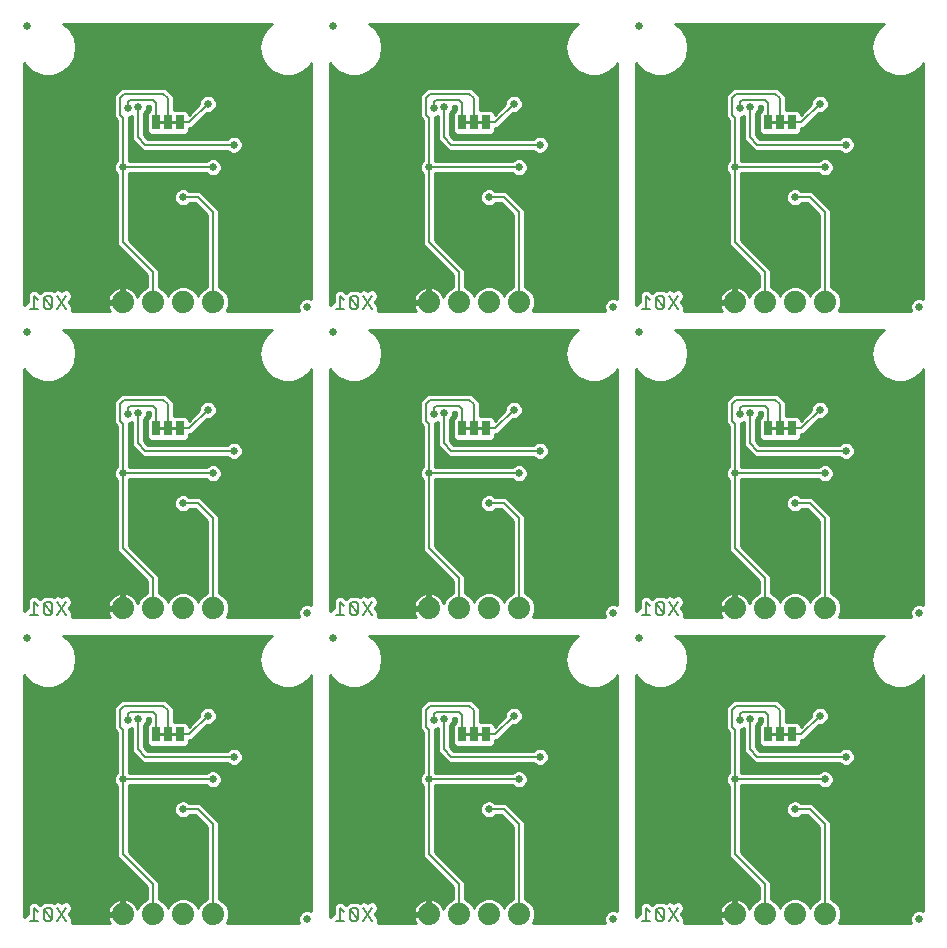
<source format=gbl>
G75*
%MOIN*%
%OFA0B0*%
%FSLAX25Y25*%
%IPPOS*%
%LPD*%
%AMOC8*
5,1,8,0,0,1.08239X$1,22.5*
%
%ADD10C,0.00800*%
%ADD11R,0.02500X0.05000*%
%ADD12C,0.01000*%
%ADD13C,0.07400*%
%ADD14C,0.02500*%
%ADD15C,0.00600*%
%ADD16C,0.02600*%
D10*
X0032746Y0031650D02*
X0035548Y0031650D01*
X0034147Y0031650D02*
X0034147Y0035854D01*
X0035548Y0034452D01*
X0037350Y0035153D02*
X0040152Y0032351D01*
X0039451Y0031650D01*
X0038050Y0031650D01*
X0037350Y0032351D01*
X0037350Y0035153D01*
X0038050Y0035854D01*
X0039451Y0035854D01*
X0040152Y0035153D01*
X0040152Y0032351D01*
X0041954Y0031650D02*
X0044756Y0035854D01*
X0041954Y0035854D02*
X0044756Y0031650D01*
X0134746Y0031650D02*
X0137548Y0031650D01*
X0136147Y0031650D02*
X0136147Y0035854D01*
X0137548Y0034452D01*
X0139350Y0035153D02*
X0142152Y0032351D01*
X0141451Y0031650D01*
X0140050Y0031650D01*
X0139350Y0032351D01*
X0139350Y0035153D01*
X0140050Y0035854D01*
X0141451Y0035854D01*
X0142152Y0035153D01*
X0142152Y0032351D01*
X0143954Y0031650D02*
X0146756Y0035854D01*
X0143954Y0035854D02*
X0146756Y0031650D01*
X0236746Y0031650D02*
X0239548Y0031650D01*
X0238147Y0031650D02*
X0238147Y0035854D01*
X0239548Y0034452D01*
X0241350Y0035153D02*
X0244152Y0032351D01*
X0243451Y0031650D01*
X0242050Y0031650D01*
X0241350Y0032351D01*
X0241350Y0035153D01*
X0242050Y0035854D01*
X0243451Y0035854D01*
X0244152Y0035153D01*
X0244152Y0032351D01*
X0245954Y0031650D02*
X0248756Y0035854D01*
X0245954Y0035854D02*
X0248756Y0031650D01*
X0248756Y0133650D02*
X0245954Y0137854D01*
X0244152Y0137153D02*
X0243451Y0137854D01*
X0242050Y0137854D01*
X0241350Y0137153D01*
X0244152Y0134351D01*
X0243451Y0133650D01*
X0242050Y0133650D01*
X0241350Y0134351D01*
X0241350Y0137153D01*
X0239548Y0136452D02*
X0238147Y0137854D01*
X0238147Y0133650D01*
X0239548Y0133650D02*
X0236746Y0133650D01*
X0244152Y0134351D02*
X0244152Y0137153D01*
X0245954Y0133650D02*
X0248756Y0137854D01*
X0146756Y0137854D02*
X0143954Y0133650D01*
X0142152Y0134351D02*
X0139350Y0137153D01*
X0139350Y0134351D01*
X0140050Y0133650D01*
X0141451Y0133650D01*
X0142152Y0134351D01*
X0142152Y0137153D01*
X0141451Y0137854D01*
X0140050Y0137854D01*
X0139350Y0137153D01*
X0137548Y0136452D02*
X0136147Y0137854D01*
X0136147Y0133650D01*
X0137548Y0133650D02*
X0134746Y0133650D01*
X0143954Y0137854D02*
X0146756Y0133650D01*
X0044756Y0133650D02*
X0041954Y0137854D01*
X0040152Y0137153D02*
X0039451Y0137854D01*
X0038050Y0137854D01*
X0037350Y0137153D01*
X0040152Y0134351D01*
X0039451Y0133650D01*
X0038050Y0133650D01*
X0037350Y0134351D01*
X0037350Y0137153D01*
X0035548Y0136452D02*
X0034147Y0137854D01*
X0034147Y0133650D01*
X0035548Y0133650D02*
X0032746Y0133650D01*
X0040152Y0134351D02*
X0040152Y0137153D01*
X0041954Y0133650D02*
X0044756Y0137854D01*
X0044756Y0235650D02*
X0041954Y0239854D01*
X0040152Y0239153D02*
X0039451Y0239854D01*
X0038050Y0239854D01*
X0037350Y0239153D01*
X0040152Y0236351D01*
X0039451Y0235650D01*
X0038050Y0235650D01*
X0037350Y0236351D01*
X0037350Y0239153D01*
X0035548Y0238452D02*
X0034147Y0239854D01*
X0034147Y0235650D01*
X0035548Y0235650D02*
X0032746Y0235650D01*
X0040152Y0236351D02*
X0040152Y0239153D01*
X0041954Y0235650D02*
X0044756Y0239854D01*
X0134746Y0235650D02*
X0137548Y0235650D01*
X0136147Y0235650D02*
X0136147Y0239854D01*
X0137548Y0238452D01*
X0139350Y0239153D02*
X0142152Y0236351D01*
X0141451Y0235650D01*
X0140050Y0235650D01*
X0139350Y0236351D01*
X0139350Y0239153D01*
X0140050Y0239854D01*
X0141451Y0239854D01*
X0142152Y0239153D01*
X0142152Y0236351D01*
X0143954Y0235650D02*
X0146756Y0239854D01*
X0143954Y0239854D02*
X0146756Y0235650D01*
X0236746Y0235650D02*
X0239548Y0235650D01*
X0238147Y0235650D02*
X0238147Y0239854D01*
X0239548Y0238452D01*
X0241350Y0239153D02*
X0244152Y0236351D01*
X0243451Y0235650D01*
X0242050Y0235650D01*
X0241350Y0236351D01*
X0241350Y0239153D01*
X0242050Y0239854D01*
X0243451Y0239854D01*
X0244152Y0239153D01*
X0244152Y0236351D01*
X0245954Y0235650D02*
X0248756Y0239854D01*
X0245954Y0239854D02*
X0248756Y0235650D01*
D11*
X0278750Y0195750D03*
X0282750Y0195750D03*
X0286750Y0195750D03*
X0184750Y0195750D03*
X0180750Y0195750D03*
X0176750Y0195750D03*
X0082750Y0195750D03*
X0078750Y0195750D03*
X0074750Y0195750D03*
X0074750Y0093750D03*
X0078750Y0093750D03*
X0082750Y0093750D03*
X0176750Y0093750D03*
X0180750Y0093750D03*
X0184750Y0093750D03*
X0278750Y0093750D03*
X0282750Y0093750D03*
X0286750Y0093750D03*
X0286750Y0297750D03*
X0282750Y0297750D03*
X0278750Y0297750D03*
X0184750Y0297750D03*
X0180750Y0297750D03*
X0176750Y0297750D03*
X0082750Y0297750D03*
X0078750Y0297750D03*
X0074750Y0297750D03*
D12*
X0078750Y0297750D01*
X0082750Y0297750D01*
X0085700Y0295750D02*
X0086771Y0295750D01*
X0091925Y0300904D01*
X0092693Y0300904D01*
X0093796Y0301360D01*
X0094640Y0302204D01*
X0095096Y0303307D01*
X0095096Y0304500D01*
X0094640Y0305603D01*
X0093796Y0306447D01*
X0092693Y0306904D01*
X0091500Y0306904D01*
X0090397Y0306447D01*
X0089553Y0305603D01*
X0089096Y0304500D01*
X0089096Y0303732D01*
X0085700Y0300335D01*
X0085700Y0300954D01*
X0084704Y0301950D01*
X0080796Y0301950D01*
X0080750Y0301904D01*
X0080750Y0301904D01*
X0080750Y0306578D01*
X0079250Y0308078D01*
X0079250Y0308078D01*
X0078078Y0309250D01*
X0063422Y0309250D01*
X0062250Y0308078D01*
X0060750Y0306578D01*
X0060750Y0299422D01*
X0061750Y0298422D01*
X0061750Y0284993D01*
X0061207Y0284449D01*
X0060750Y0283347D01*
X0060750Y0282153D01*
X0061207Y0281051D01*
X0061750Y0280507D01*
X0061750Y0256922D01*
X0071750Y0246922D01*
X0071750Y0242766D01*
X0070691Y0242328D01*
X0069172Y0240809D01*
X0068641Y0239526D01*
X0068569Y0239746D01*
X0068197Y0240475D01*
X0067716Y0241138D01*
X0067138Y0241716D01*
X0066475Y0242197D01*
X0065746Y0242569D01*
X0064968Y0242822D01*
X0064250Y0242936D01*
X0064250Y0238250D01*
X0063250Y0238250D01*
X0063250Y0242936D01*
X0062532Y0242822D01*
X0061754Y0242569D01*
X0061025Y0242197D01*
X0060362Y0241716D01*
X0059784Y0241138D01*
X0059303Y0240475D01*
X0058931Y0239746D01*
X0058678Y0238968D01*
X0058564Y0238250D01*
X0063250Y0238250D01*
X0063250Y0237250D01*
X0058564Y0237250D01*
X0058678Y0236532D01*
X0058931Y0235754D01*
X0059303Y0235025D01*
X0059429Y0234850D01*
X0046737Y0234850D01*
X0046986Y0236091D01*
X0045879Y0237752D01*
X0046986Y0239412D01*
X0046645Y0241118D01*
X0045197Y0242083D01*
X0043491Y0241742D01*
X0043355Y0241538D01*
X0043218Y0241742D01*
X0041512Y0242083D01*
X0040720Y0241555D01*
X0040321Y0241954D01*
X0038920Y0241954D01*
X0038742Y0241954D01*
X0038582Y0241954D01*
X0038582Y0241954D01*
X0037180Y0241954D01*
X0037180Y0241954D01*
X0037166Y0241940D01*
X0036099Y0240872D01*
X0035881Y0241089D01*
X0035017Y0241954D01*
X0033277Y0241954D01*
X0032653Y0241330D01*
X0032047Y0240723D01*
X0032047Y0237750D01*
X0031876Y0237750D01*
X0030850Y0236724D01*
X0030850Y0317633D01*
X0031438Y0316615D01*
X0031438Y0316615D01*
X0033977Y0314484D01*
X0033977Y0314484D01*
X0037093Y0313350D01*
X0040407Y0313350D01*
X0043522Y0314484D01*
X0043523Y0314484D01*
X0046062Y0316615D01*
X0047719Y0319485D01*
X0047719Y0319485D01*
X0048295Y0322750D01*
X0047719Y0326015D01*
X0046062Y0328885D01*
X0046062Y0328885D01*
X0043959Y0330650D01*
X0113541Y0330650D01*
X0111438Y0328885D01*
X0109781Y0326015D01*
X0109205Y0322750D01*
X0109205Y0322750D01*
X0109781Y0319485D01*
X0111438Y0316615D01*
X0111438Y0316615D01*
X0113977Y0314484D01*
X0113977Y0314484D01*
X0117093Y0313350D01*
X0120407Y0313350D01*
X0123522Y0314484D01*
X0123523Y0314484D01*
X0126062Y0316615D01*
X0126650Y0317633D01*
X0126650Y0238863D01*
X0125837Y0239200D01*
X0124663Y0239200D01*
X0123579Y0238751D01*
X0122749Y0237921D01*
X0122300Y0236837D01*
X0122300Y0235663D01*
X0122637Y0234850D01*
X0098394Y0234850D01*
X0099150Y0236676D01*
X0099150Y0238824D01*
X0098328Y0240809D01*
X0096809Y0242328D01*
X0095750Y0242766D01*
X0095750Y0268578D01*
X0094578Y0269750D01*
X0089578Y0274750D01*
X0085993Y0274750D01*
X0085449Y0275293D01*
X0084347Y0275750D01*
X0083153Y0275750D01*
X0082051Y0275293D01*
X0081207Y0274449D01*
X0080750Y0273347D01*
X0080750Y0272153D01*
X0081207Y0271051D01*
X0082051Y0270207D01*
X0083153Y0269750D01*
X0084347Y0269750D01*
X0085449Y0270207D01*
X0085993Y0270750D01*
X0087922Y0270750D01*
X0091750Y0266922D01*
X0091750Y0242766D01*
X0090691Y0242328D01*
X0089172Y0240809D01*
X0088750Y0239790D01*
X0088328Y0240809D01*
X0086809Y0242328D01*
X0084824Y0243150D01*
X0082676Y0243150D01*
X0080691Y0242328D01*
X0079172Y0240809D01*
X0078750Y0239790D01*
X0078328Y0240809D01*
X0076809Y0242328D01*
X0075750Y0242766D01*
X0075750Y0248578D01*
X0074578Y0249750D01*
X0065750Y0258578D01*
X0065750Y0280507D01*
X0065993Y0280750D01*
X0091507Y0280750D01*
X0092051Y0280207D01*
X0093153Y0279750D01*
X0094347Y0279750D01*
X0095449Y0280207D01*
X0096293Y0281051D01*
X0096750Y0282153D01*
X0096750Y0283347D01*
X0096293Y0284449D01*
X0095449Y0285293D01*
X0094347Y0285750D01*
X0093153Y0285750D01*
X0092051Y0285293D01*
X0091507Y0284750D01*
X0065993Y0284750D01*
X0065750Y0284993D01*
X0065750Y0299404D01*
X0066000Y0299404D01*
X0066750Y0299714D01*
X0066750Y0291922D01*
X0067922Y0290750D01*
X0070422Y0288250D01*
X0098507Y0288250D01*
X0099051Y0287707D01*
X0100153Y0287250D01*
X0101347Y0287250D01*
X0102449Y0287707D01*
X0103293Y0288551D01*
X0103750Y0289653D01*
X0103750Y0290847D01*
X0103293Y0291949D01*
X0102449Y0292793D01*
X0101347Y0293250D01*
X0100153Y0293250D01*
X0099051Y0292793D01*
X0098507Y0292250D01*
X0072078Y0292250D01*
X0070750Y0293578D01*
X0070750Y0300507D01*
X0071293Y0301051D01*
X0071750Y0302153D01*
X0071750Y0303250D01*
X0072750Y0303250D01*
X0072750Y0301904D01*
X0071800Y0300954D01*
X0071800Y0294546D01*
X0072796Y0293550D01*
X0076704Y0293550D01*
X0076750Y0293596D01*
X0076796Y0293550D01*
X0080704Y0293550D01*
X0080750Y0293596D01*
X0080796Y0293550D01*
X0084704Y0293550D01*
X0085700Y0294546D01*
X0085700Y0295750D01*
X0085700Y0295353D02*
X0126650Y0295353D01*
X0126650Y0296351D02*
X0087372Y0296351D01*
X0088371Y0297350D02*
X0126650Y0297350D01*
X0126650Y0298348D02*
X0089369Y0298348D01*
X0090368Y0299347D02*
X0126650Y0299347D01*
X0126650Y0300345D02*
X0091366Y0300345D01*
X0093756Y0301344D02*
X0126650Y0301344D01*
X0126650Y0302342D02*
X0094697Y0302342D01*
X0095096Y0303341D02*
X0126650Y0303341D01*
X0126650Y0304339D02*
X0095096Y0304339D01*
X0094750Y0305338D02*
X0126650Y0305338D01*
X0126650Y0306336D02*
X0093906Y0306336D01*
X0090286Y0306336D02*
X0080750Y0306336D01*
X0080750Y0305338D02*
X0089443Y0305338D01*
X0089096Y0304339D02*
X0080750Y0304339D01*
X0080750Y0303341D02*
X0088705Y0303341D01*
X0087707Y0302342D02*
X0080750Y0302342D01*
X0085311Y0301344D02*
X0086708Y0301344D01*
X0085710Y0300345D02*
X0085700Y0300345D01*
X0085508Y0294354D02*
X0126650Y0294354D01*
X0126650Y0293355D02*
X0070973Y0293355D01*
X0070750Y0294354D02*
X0071992Y0294354D01*
X0071800Y0295353D02*
X0070750Y0295353D01*
X0070750Y0296351D02*
X0071800Y0296351D01*
X0071800Y0297350D02*
X0070750Y0297350D01*
X0070750Y0298348D02*
X0071800Y0298348D01*
X0071800Y0299347D02*
X0070750Y0299347D01*
X0070750Y0300345D02*
X0071800Y0300345D01*
X0071415Y0301344D02*
X0072189Y0301344D01*
X0071750Y0302342D02*
X0072750Y0302342D01*
X0066750Y0299347D02*
X0065750Y0299347D01*
X0065750Y0298348D02*
X0066750Y0298348D01*
X0066750Y0297350D02*
X0065750Y0297350D01*
X0065750Y0296351D02*
X0066750Y0296351D01*
X0066750Y0295353D02*
X0065750Y0295353D01*
X0065750Y0294354D02*
X0066750Y0294354D01*
X0066750Y0293355D02*
X0065750Y0293355D01*
X0065750Y0292357D02*
X0066750Y0292357D01*
X0067313Y0291358D02*
X0065750Y0291358D01*
X0065750Y0290360D02*
X0068312Y0290360D01*
X0069310Y0289361D02*
X0065750Y0289361D01*
X0065750Y0288363D02*
X0070309Y0288363D01*
X0071971Y0292357D02*
X0098614Y0292357D01*
X0102886Y0292357D02*
X0126650Y0292357D01*
X0126650Y0291358D02*
X0103538Y0291358D01*
X0103750Y0290360D02*
X0126650Y0290360D01*
X0126650Y0289361D02*
X0103629Y0289361D01*
X0103106Y0288363D02*
X0126650Y0288363D01*
X0126650Y0287364D02*
X0101623Y0287364D01*
X0099877Y0287364D02*
X0065750Y0287364D01*
X0065750Y0286366D02*
X0126650Y0286366D01*
X0126650Y0285367D02*
X0095270Y0285367D01*
X0096327Y0284369D02*
X0126650Y0284369D01*
X0126650Y0283370D02*
X0096740Y0283370D01*
X0096750Y0282372D02*
X0126650Y0282372D01*
X0126650Y0281373D02*
X0096427Y0281373D01*
X0095617Y0280375D02*
X0126650Y0280375D01*
X0126650Y0279376D02*
X0065750Y0279376D01*
X0065750Y0278378D02*
X0126650Y0278378D01*
X0126650Y0277379D02*
X0065750Y0277379D01*
X0065750Y0276381D02*
X0126650Y0276381D01*
X0126650Y0275382D02*
X0085234Y0275382D01*
X0082266Y0275382D02*
X0065750Y0275382D01*
X0065750Y0274384D02*
X0081180Y0274384D01*
X0080766Y0273385D02*
X0065750Y0273385D01*
X0065750Y0272387D02*
X0080750Y0272387D01*
X0081067Y0271388D02*
X0065750Y0271388D01*
X0065750Y0270390D02*
X0081868Y0270390D01*
X0085632Y0270390D02*
X0088282Y0270390D01*
X0089280Y0269391D02*
X0065750Y0269391D01*
X0065750Y0268393D02*
X0090279Y0268393D01*
X0091277Y0267394D02*
X0065750Y0267394D01*
X0065750Y0266396D02*
X0091750Y0266396D01*
X0091750Y0265397D02*
X0065750Y0265397D01*
X0065750Y0264399D02*
X0091750Y0264399D01*
X0091750Y0263400D02*
X0065750Y0263400D01*
X0065750Y0262402D02*
X0091750Y0262402D01*
X0091750Y0261403D02*
X0065750Y0261403D01*
X0065750Y0260405D02*
X0091750Y0260405D01*
X0091750Y0259406D02*
X0065750Y0259406D01*
X0065921Y0258408D02*
X0091750Y0258408D01*
X0091750Y0257409D02*
X0066919Y0257409D01*
X0067918Y0256411D02*
X0091750Y0256411D01*
X0091750Y0255412D02*
X0068916Y0255412D01*
X0069915Y0254414D02*
X0091750Y0254414D01*
X0091750Y0253415D02*
X0070913Y0253415D01*
X0071912Y0252417D02*
X0091750Y0252417D01*
X0091750Y0251418D02*
X0072910Y0251418D01*
X0073909Y0250420D02*
X0091750Y0250420D01*
X0091750Y0249421D02*
X0074907Y0249421D01*
X0075750Y0248422D02*
X0091750Y0248422D01*
X0091750Y0247424D02*
X0075750Y0247424D01*
X0075750Y0246425D02*
X0091750Y0246425D01*
X0091750Y0245427D02*
X0075750Y0245427D01*
X0075750Y0244428D02*
X0091750Y0244428D01*
X0091750Y0243430D02*
X0075750Y0243430D01*
X0076559Y0242431D02*
X0080941Y0242431D01*
X0079796Y0241433D02*
X0077704Y0241433D01*
X0078483Y0240434D02*
X0079017Y0240434D01*
X0071750Y0243430D02*
X0030850Y0243430D01*
X0030850Y0244428D02*
X0071750Y0244428D01*
X0071750Y0245427D02*
X0030850Y0245427D01*
X0030850Y0246425D02*
X0071750Y0246425D01*
X0071248Y0247424D02*
X0030850Y0247424D01*
X0030850Y0248422D02*
X0070249Y0248422D01*
X0069251Y0249421D02*
X0030850Y0249421D01*
X0030850Y0250420D02*
X0068252Y0250420D01*
X0067254Y0251418D02*
X0030850Y0251418D01*
X0030850Y0252417D02*
X0066255Y0252417D01*
X0065257Y0253415D02*
X0030850Y0253415D01*
X0030850Y0254414D02*
X0064258Y0254414D01*
X0063259Y0255412D02*
X0030850Y0255412D01*
X0030850Y0256411D02*
X0062261Y0256411D01*
X0061750Y0257409D02*
X0030850Y0257409D01*
X0030850Y0258408D02*
X0061750Y0258408D01*
X0061750Y0259406D02*
X0030850Y0259406D01*
X0030850Y0260405D02*
X0061750Y0260405D01*
X0061750Y0261403D02*
X0030850Y0261403D01*
X0030850Y0262402D02*
X0061750Y0262402D01*
X0061750Y0263400D02*
X0030850Y0263400D01*
X0030850Y0264399D02*
X0061750Y0264399D01*
X0061750Y0265397D02*
X0030850Y0265397D01*
X0030850Y0266396D02*
X0061750Y0266396D01*
X0061750Y0267394D02*
X0030850Y0267394D01*
X0030850Y0268393D02*
X0061750Y0268393D01*
X0061750Y0269391D02*
X0030850Y0269391D01*
X0030850Y0270390D02*
X0061750Y0270390D01*
X0061750Y0271388D02*
X0030850Y0271388D01*
X0030850Y0272387D02*
X0061750Y0272387D01*
X0061750Y0273385D02*
X0030850Y0273385D01*
X0030850Y0274384D02*
X0061750Y0274384D01*
X0061750Y0275382D02*
X0030850Y0275382D01*
X0030850Y0276381D02*
X0061750Y0276381D01*
X0061750Y0277379D02*
X0030850Y0277379D01*
X0030850Y0278378D02*
X0061750Y0278378D01*
X0061750Y0279376D02*
X0030850Y0279376D01*
X0030850Y0280375D02*
X0061750Y0280375D01*
X0061073Y0281373D02*
X0030850Y0281373D01*
X0030850Y0282372D02*
X0060750Y0282372D01*
X0060760Y0283370D02*
X0030850Y0283370D01*
X0030850Y0284369D02*
X0061173Y0284369D01*
X0061750Y0285367D02*
X0030850Y0285367D01*
X0030850Y0286366D02*
X0061750Y0286366D01*
X0061750Y0287364D02*
X0030850Y0287364D01*
X0030850Y0288363D02*
X0061750Y0288363D01*
X0061750Y0289361D02*
X0030850Y0289361D01*
X0030850Y0290360D02*
X0061750Y0290360D01*
X0061750Y0291358D02*
X0030850Y0291358D01*
X0030850Y0292357D02*
X0061750Y0292357D01*
X0061750Y0293355D02*
X0030850Y0293355D01*
X0030850Y0294354D02*
X0061750Y0294354D01*
X0061750Y0295353D02*
X0030850Y0295353D01*
X0030850Y0296351D02*
X0061750Y0296351D01*
X0061750Y0297350D02*
X0030850Y0297350D01*
X0030850Y0298348D02*
X0061750Y0298348D01*
X0060825Y0299347D02*
X0030850Y0299347D01*
X0030850Y0300345D02*
X0060750Y0300345D01*
X0060750Y0301344D02*
X0030850Y0301344D01*
X0030850Y0302342D02*
X0060750Y0302342D01*
X0060750Y0303341D02*
X0030850Y0303341D01*
X0030850Y0304339D02*
X0060750Y0304339D01*
X0060750Y0305338D02*
X0030850Y0305338D01*
X0030850Y0306336D02*
X0060750Y0306336D01*
X0061506Y0307335D02*
X0030850Y0307335D01*
X0030850Y0308333D02*
X0062505Y0308333D01*
X0078995Y0308333D02*
X0126650Y0308333D01*
X0126650Y0307335D02*
X0079994Y0307335D01*
X0092230Y0285367D02*
X0065750Y0285367D01*
X0065750Y0280375D02*
X0091882Y0280375D01*
X0089945Y0274384D02*
X0126650Y0274384D01*
X0126650Y0273385D02*
X0090943Y0273385D01*
X0091942Y0272387D02*
X0126650Y0272387D01*
X0126650Y0271388D02*
X0092940Y0271388D01*
X0093939Y0270390D02*
X0126650Y0270390D01*
X0126650Y0269391D02*
X0094937Y0269391D01*
X0095750Y0268393D02*
X0126650Y0268393D01*
X0126650Y0267394D02*
X0095750Y0267394D01*
X0095750Y0266396D02*
X0126650Y0266396D01*
X0126650Y0265397D02*
X0095750Y0265397D01*
X0095750Y0264399D02*
X0126650Y0264399D01*
X0126650Y0263400D02*
X0095750Y0263400D01*
X0095750Y0262402D02*
X0126650Y0262402D01*
X0126650Y0261403D02*
X0095750Y0261403D01*
X0095750Y0260405D02*
X0126650Y0260405D01*
X0126650Y0259406D02*
X0095750Y0259406D01*
X0095750Y0258408D02*
X0126650Y0258408D01*
X0126650Y0257409D02*
X0095750Y0257409D01*
X0095750Y0256411D02*
X0126650Y0256411D01*
X0126650Y0255412D02*
X0095750Y0255412D01*
X0095750Y0254414D02*
X0126650Y0254414D01*
X0126650Y0253415D02*
X0095750Y0253415D01*
X0095750Y0252417D02*
X0126650Y0252417D01*
X0126650Y0251418D02*
X0095750Y0251418D01*
X0095750Y0250420D02*
X0126650Y0250420D01*
X0126650Y0249421D02*
X0095750Y0249421D01*
X0095750Y0248422D02*
X0126650Y0248422D01*
X0126650Y0247424D02*
X0095750Y0247424D01*
X0095750Y0246425D02*
X0126650Y0246425D01*
X0126650Y0245427D02*
X0095750Y0245427D01*
X0095750Y0244428D02*
X0126650Y0244428D01*
X0126650Y0243430D02*
X0095750Y0243430D01*
X0096559Y0242431D02*
X0126650Y0242431D01*
X0126650Y0241433D02*
X0097704Y0241433D01*
X0098483Y0240434D02*
X0126650Y0240434D01*
X0126650Y0239436D02*
X0098897Y0239436D01*
X0099150Y0238437D02*
X0123265Y0238437D01*
X0122549Y0237439D02*
X0099150Y0237439D01*
X0099052Y0236440D02*
X0122300Y0236440D01*
X0122392Y0235442D02*
X0098639Y0235442D01*
X0090941Y0242431D02*
X0086559Y0242431D01*
X0087704Y0241433D02*
X0089796Y0241433D01*
X0089017Y0240434D02*
X0088483Y0240434D01*
X0070941Y0242431D02*
X0066016Y0242431D01*
X0067421Y0241433D02*
X0069796Y0241433D01*
X0069017Y0240434D02*
X0068218Y0240434D01*
X0064250Y0240434D02*
X0063250Y0240434D01*
X0063250Y0239436D02*
X0064250Y0239436D01*
X0064250Y0238437D02*
X0063250Y0238437D01*
X0063250Y0237439D02*
X0046087Y0237439D01*
X0046336Y0238437D02*
X0058594Y0238437D01*
X0058830Y0239436D02*
X0046981Y0239436D01*
X0046781Y0240434D02*
X0059282Y0240434D01*
X0060079Y0241433D02*
X0046173Y0241433D01*
X0046753Y0236440D02*
X0058708Y0236440D01*
X0059090Y0235442D02*
X0046856Y0235442D01*
X0043959Y0228650D02*
X0113541Y0228650D01*
X0111438Y0226885D01*
X0109781Y0224015D01*
X0109205Y0220750D01*
X0109205Y0220750D01*
X0109781Y0217485D01*
X0111438Y0214615D01*
X0111438Y0214615D01*
X0113977Y0212484D01*
X0113977Y0212484D01*
X0117093Y0211350D01*
X0120407Y0211350D01*
X0123522Y0212484D01*
X0126062Y0214615D01*
X0126650Y0215633D01*
X0126650Y0136863D01*
X0125837Y0137200D01*
X0124663Y0137200D01*
X0123579Y0136751D01*
X0122749Y0135921D01*
X0122300Y0134837D01*
X0122300Y0133663D01*
X0122637Y0132850D01*
X0098394Y0132850D01*
X0099150Y0134676D01*
X0099150Y0136824D01*
X0098328Y0138809D01*
X0096809Y0140328D01*
X0095750Y0140766D01*
X0095750Y0166578D01*
X0094578Y0167750D01*
X0089578Y0172750D01*
X0085993Y0172750D01*
X0085449Y0173293D01*
X0084347Y0173750D01*
X0083153Y0173750D01*
X0082051Y0173293D01*
X0081207Y0172449D01*
X0080750Y0171347D01*
X0080750Y0170153D01*
X0081207Y0169051D01*
X0082051Y0168207D01*
X0083153Y0167750D01*
X0084347Y0167750D01*
X0085449Y0168207D01*
X0085993Y0168750D01*
X0087922Y0168750D01*
X0091750Y0164922D01*
X0091750Y0140766D01*
X0090691Y0140328D01*
X0089172Y0138809D01*
X0088750Y0137790D01*
X0088328Y0138809D01*
X0086809Y0140328D01*
X0084824Y0141150D01*
X0082676Y0141150D01*
X0080691Y0140328D01*
X0079172Y0138809D01*
X0078750Y0137790D01*
X0078328Y0138809D01*
X0076809Y0140328D01*
X0075750Y0140766D01*
X0075750Y0146578D01*
X0074578Y0147750D01*
X0065750Y0156578D01*
X0065750Y0178507D01*
X0065993Y0178750D01*
X0091507Y0178750D01*
X0092051Y0178207D01*
X0093153Y0177750D01*
X0094347Y0177750D01*
X0095449Y0178207D01*
X0096293Y0179051D01*
X0096750Y0180153D01*
X0096750Y0181347D01*
X0096293Y0182449D01*
X0095449Y0183293D01*
X0094347Y0183750D01*
X0093153Y0183750D01*
X0092051Y0183293D01*
X0091507Y0182750D01*
X0065993Y0182750D01*
X0065750Y0182993D01*
X0065750Y0197404D01*
X0066000Y0197404D01*
X0066750Y0197714D01*
X0066750Y0189922D01*
X0067922Y0188750D01*
X0070422Y0186250D01*
X0098507Y0186250D01*
X0099051Y0185707D01*
X0100153Y0185250D01*
X0101347Y0185250D01*
X0102449Y0185707D01*
X0103293Y0186551D01*
X0103750Y0187653D01*
X0103750Y0188847D01*
X0103293Y0189949D01*
X0102449Y0190793D01*
X0101347Y0191250D01*
X0100153Y0191250D01*
X0099051Y0190793D01*
X0098507Y0190250D01*
X0072078Y0190250D01*
X0070750Y0191578D01*
X0070750Y0198507D01*
X0071293Y0199051D01*
X0071750Y0200153D01*
X0071750Y0201250D01*
X0072750Y0201250D01*
X0072750Y0199904D01*
X0071800Y0198954D01*
X0071800Y0192546D01*
X0072796Y0191550D01*
X0076704Y0191550D01*
X0076750Y0191596D01*
X0076796Y0191550D01*
X0080704Y0191550D01*
X0080750Y0191596D01*
X0080796Y0191550D01*
X0084704Y0191550D01*
X0085700Y0192546D01*
X0085700Y0193750D01*
X0086771Y0193750D01*
X0091925Y0198904D01*
X0092693Y0198904D01*
X0093796Y0199360D01*
X0094640Y0200204D01*
X0095096Y0201307D01*
X0095096Y0202500D01*
X0094640Y0203603D01*
X0093796Y0204447D01*
X0092693Y0204904D01*
X0091500Y0204904D01*
X0090397Y0204447D01*
X0089553Y0203603D01*
X0089096Y0202500D01*
X0089096Y0201732D01*
X0085700Y0198335D01*
X0085700Y0198954D01*
X0084704Y0199950D01*
X0080796Y0199950D01*
X0080750Y0199904D01*
X0080750Y0199904D01*
X0080750Y0204578D01*
X0079250Y0206078D01*
X0079250Y0206078D01*
X0078078Y0207250D01*
X0063422Y0207250D01*
X0062250Y0206078D01*
X0060750Y0204578D01*
X0060750Y0197422D01*
X0061750Y0196422D01*
X0061750Y0182993D01*
X0061207Y0182449D01*
X0060750Y0181347D01*
X0060750Y0180153D01*
X0061207Y0179051D01*
X0061750Y0178507D01*
X0061750Y0154922D01*
X0071750Y0144922D01*
X0071750Y0140766D01*
X0070691Y0140328D01*
X0069172Y0138809D01*
X0068641Y0137526D01*
X0068569Y0137746D01*
X0068197Y0138475D01*
X0067716Y0139138D01*
X0067138Y0139716D01*
X0066475Y0140197D01*
X0065746Y0140569D01*
X0064968Y0140822D01*
X0064250Y0140936D01*
X0064250Y0136250D01*
X0063250Y0136250D01*
X0063250Y0140936D01*
X0062532Y0140822D01*
X0061754Y0140569D01*
X0061025Y0140197D01*
X0060362Y0139716D01*
X0059784Y0139138D01*
X0059303Y0138475D01*
X0058931Y0137746D01*
X0058678Y0136968D01*
X0058564Y0136250D01*
X0063250Y0136250D01*
X0063250Y0135250D01*
X0058564Y0135250D01*
X0058678Y0134532D01*
X0058931Y0133754D01*
X0059303Y0133025D01*
X0059429Y0132850D01*
X0046737Y0132850D01*
X0046986Y0134091D01*
X0045879Y0135752D01*
X0046986Y0137412D01*
X0046645Y0139118D01*
X0045197Y0140083D01*
X0043491Y0139742D01*
X0043355Y0139538D01*
X0043218Y0139742D01*
X0041512Y0140083D01*
X0040720Y0139555D01*
X0040321Y0139954D01*
X0038920Y0139954D01*
X0038582Y0139954D01*
X0038582Y0139954D01*
X0037180Y0139954D01*
X0037180Y0139954D01*
X0037166Y0139940D01*
X0036099Y0138872D01*
X0035881Y0139089D01*
X0035017Y0139954D01*
X0033277Y0139954D01*
X0032653Y0139330D01*
X0032047Y0138723D01*
X0032047Y0135750D01*
X0031876Y0135750D01*
X0030850Y0134724D01*
X0030850Y0215633D01*
X0031438Y0214615D01*
X0031438Y0214615D01*
X0033977Y0212484D01*
X0033977Y0212484D01*
X0037093Y0211350D01*
X0040407Y0211350D01*
X0043522Y0212484D01*
X0043523Y0212484D01*
X0046062Y0214615D01*
X0047719Y0217485D01*
X0047719Y0217485D01*
X0048295Y0220750D01*
X0047719Y0224015D01*
X0046062Y0226885D01*
X0046062Y0226885D01*
X0043959Y0228650D01*
X0044195Y0228452D02*
X0113305Y0228452D01*
X0112115Y0227454D02*
X0045385Y0227454D01*
X0046310Y0226455D02*
X0111190Y0226455D01*
X0111438Y0226885D02*
X0111438Y0226885D01*
X0111438Y0226885D01*
X0110613Y0225457D02*
X0046887Y0225457D01*
X0047463Y0224458D02*
X0110037Y0224458D01*
X0109781Y0224015D02*
X0109781Y0224015D01*
X0109683Y0223460D02*
X0047817Y0223460D01*
X0047719Y0224015D02*
X0047719Y0224015D01*
X0047993Y0222461D02*
X0109507Y0222461D01*
X0109331Y0221463D02*
X0048169Y0221463D01*
X0048295Y0220750D02*
X0048295Y0220750D01*
X0048245Y0220464D02*
X0109255Y0220464D01*
X0109431Y0219466D02*
X0048069Y0219466D01*
X0047892Y0218467D02*
X0109608Y0218467D01*
X0109781Y0217485D02*
X0109781Y0217485D01*
X0109790Y0217469D02*
X0047710Y0217469D01*
X0047133Y0216470D02*
X0110367Y0216470D01*
X0110943Y0215472D02*
X0046557Y0215472D01*
X0046062Y0214615D02*
X0046062Y0214615D01*
X0046062Y0214615D01*
X0045893Y0214473D02*
X0111607Y0214473D01*
X0112797Y0213475D02*
X0044703Y0213475D01*
X0043501Y0212476D02*
X0113999Y0212476D01*
X0116742Y0211478D02*
X0040758Y0211478D01*
X0036742Y0211478D02*
X0030850Y0211478D01*
X0030850Y0212476D02*
X0033999Y0212476D01*
X0032797Y0213475D02*
X0030850Y0213475D01*
X0030850Y0214473D02*
X0031607Y0214473D01*
X0030943Y0215472D02*
X0030850Y0215472D01*
X0030850Y0210479D02*
X0126650Y0210479D01*
X0126650Y0209481D02*
X0030850Y0209481D01*
X0030850Y0208482D02*
X0126650Y0208482D01*
X0126650Y0207484D02*
X0030850Y0207484D01*
X0030850Y0206485D02*
X0062657Y0206485D01*
X0061658Y0205487D02*
X0030850Y0205487D01*
X0030850Y0204488D02*
X0060750Y0204488D01*
X0060750Y0203489D02*
X0030850Y0203489D01*
X0030850Y0202491D02*
X0060750Y0202491D01*
X0060750Y0201492D02*
X0030850Y0201492D01*
X0030850Y0200494D02*
X0060750Y0200494D01*
X0060750Y0199495D02*
X0030850Y0199495D01*
X0030850Y0198497D02*
X0060750Y0198497D01*
X0060750Y0197498D02*
X0030850Y0197498D01*
X0030850Y0196500D02*
X0061672Y0196500D01*
X0061750Y0195501D02*
X0030850Y0195501D01*
X0030850Y0194503D02*
X0061750Y0194503D01*
X0061750Y0193504D02*
X0030850Y0193504D01*
X0030850Y0192506D02*
X0061750Y0192506D01*
X0061750Y0191507D02*
X0030850Y0191507D01*
X0030850Y0190509D02*
X0061750Y0190509D01*
X0061750Y0189510D02*
X0030850Y0189510D01*
X0030850Y0188512D02*
X0061750Y0188512D01*
X0061750Y0187513D02*
X0030850Y0187513D01*
X0030850Y0186515D02*
X0061750Y0186515D01*
X0061750Y0185516D02*
X0030850Y0185516D01*
X0030850Y0184518D02*
X0061750Y0184518D01*
X0061750Y0183519D02*
X0030850Y0183519D01*
X0030850Y0182521D02*
X0061278Y0182521D01*
X0060823Y0181522D02*
X0030850Y0181522D01*
X0030850Y0180524D02*
X0060750Y0180524D01*
X0061010Y0179525D02*
X0030850Y0179525D01*
X0030850Y0178527D02*
X0061731Y0178527D01*
X0061750Y0177528D02*
X0030850Y0177528D01*
X0030850Y0176530D02*
X0061750Y0176530D01*
X0061750Y0175531D02*
X0030850Y0175531D01*
X0030850Y0174533D02*
X0061750Y0174533D01*
X0061750Y0173534D02*
X0030850Y0173534D01*
X0030850Y0172536D02*
X0061750Y0172536D01*
X0061750Y0171537D02*
X0030850Y0171537D01*
X0030850Y0170539D02*
X0061750Y0170539D01*
X0061750Y0169540D02*
X0030850Y0169540D01*
X0030850Y0168542D02*
X0061750Y0168542D01*
X0061750Y0167543D02*
X0030850Y0167543D01*
X0030850Y0166545D02*
X0061750Y0166545D01*
X0061750Y0165546D02*
X0030850Y0165546D01*
X0030850Y0164548D02*
X0061750Y0164548D01*
X0061750Y0163549D02*
X0030850Y0163549D01*
X0030850Y0162551D02*
X0061750Y0162551D01*
X0061750Y0161552D02*
X0030850Y0161552D01*
X0030850Y0160553D02*
X0061750Y0160553D01*
X0061750Y0159555D02*
X0030850Y0159555D01*
X0030850Y0158556D02*
X0061750Y0158556D01*
X0061750Y0157558D02*
X0030850Y0157558D01*
X0030850Y0156559D02*
X0061750Y0156559D01*
X0061750Y0155561D02*
X0030850Y0155561D01*
X0030850Y0154562D02*
X0062109Y0154562D01*
X0063108Y0153564D02*
X0030850Y0153564D01*
X0030850Y0152565D02*
X0064106Y0152565D01*
X0065105Y0151567D02*
X0030850Y0151567D01*
X0030850Y0150568D02*
X0066103Y0150568D01*
X0067102Y0149570D02*
X0030850Y0149570D01*
X0030850Y0148571D02*
X0068100Y0148571D01*
X0069099Y0147573D02*
X0030850Y0147573D01*
X0030850Y0146574D02*
X0070097Y0146574D01*
X0071096Y0145576D02*
X0030850Y0145576D01*
X0030850Y0144577D02*
X0071750Y0144577D01*
X0071750Y0143579D02*
X0030850Y0143579D01*
X0030850Y0142580D02*
X0071750Y0142580D01*
X0071750Y0141582D02*
X0030850Y0141582D01*
X0030850Y0140583D02*
X0061798Y0140583D01*
X0063250Y0140583D02*
X0064250Y0140583D01*
X0064250Y0139585D02*
X0063250Y0139585D01*
X0063250Y0138586D02*
X0064250Y0138586D01*
X0064250Y0137588D02*
X0063250Y0137588D01*
X0063250Y0136589D02*
X0064250Y0136589D01*
X0063250Y0135591D02*
X0045986Y0135591D01*
X0046437Y0136589D02*
X0058618Y0136589D01*
X0058880Y0137588D02*
X0046951Y0137588D01*
X0046751Y0138586D02*
X0059383Y0138586D01*
X0060231Y0139585D02*
X0045945Y0139585D01*
X0043386Y0139585D02*
X0043323Y0139585D01*
X0040764Y0139585D02*
X0040690Y0139585D01*
X0038920Y0139954D02*
X0038920Y0139954D01*
X0036812Y0139585D02*
X0035386Y0139585D01*
X0032908Y0139585D02*
X0030850Y0139585D01*
X0030850Y0138586D02*
X0032047Y0138586D01*
X0032047Y0137588D02*
X0030850Y0137588D01*
X0030850Y0136589D02*
X0032047Y0136589D01*
X0031717Y0135591D02*
X0030850Y0135591D01*
X0043959Y0126650D02*
X0113541Y0126650D01*
X0111438Y0124885D01*
X0109781Y0122015D01*
X0109205Y0118750D01*
X0109205Y0118750D01*
X0109781Y0115485D01*
X0111438Y0112615D01*
X0111438Y0112615D01*
X0113977Y0110484D01*
X0113977Y0110484D01*
X0117093Y0109350D01*
X0120407Y0109350D01*
X0123522Y0110484D01*
X0123523Y0110484D01*
X0126062Y0112615D01*
X0126650Y0113633D01*
X0126650Y0034863D01*
X0125837Y0035200D01*
X0124663Y0035200D01*
X0123579Y0034751D01*
X0122749Y0033921D01*
X0122300Y0032837D01*
X0122300Y0031663D01*
X0122637Y0030850D01*
X0098394Y0030850D01*
X0099150Y0032676D01*
X0099150Y0034824D01*
X0098328Y0036809D01*
X0096809Y0038328D01*
X0095750Y0038766D01*
X0095750Y0064578D01*
X0094578Y0065750D01*
X0089578Y0070750D01*
X0085993Y0070750D01*
X0085449Y0071293D01*
X0084347Y0071750D01*
X0083153Y0071750D01*
X0082051Y0071293D01*
X0081207Y0070449D01*
X0080750Y0069347D01*
X0080750Y0068153D01*
X0081207Y0067051D01*
X0082051Y0066207D01*
X0083153Y0065750D01*
X0084347Y0065750D01*
X0085449Y0066207D01*
X0085993Y0066750D01*
X0087922Y0066750D01*
X0091750Y0062922D01*
X0091750Y0038766D01*
X0090691Y0038328D01*
X0089172Y0036809D01*
X0088750Y0035790D01*
X0088328Y0036809D01*
X0086809Y0038328D01*
X0084824Y0039150D01*
X0082676Y0039150D01*
X0080691Y0038328D01*
X0079172Y0036809D01*
X0078750Y0035790D01*
X0078328Y0036809D01*
X0076809Y0038328D01*
X0075750Y0038766D01*
X0075750Y0044578D01*
X0074578Y0045750D01*
X0065750Y0054578D01*
X0065750Y0076507D01*
X0065993Y0076750D01*
X0091507Y0076750D01*
X0092051Y0076207D01*
X0093153Y0075750D01*
X0094347Y0075750D01*
X0095449Y0076207D01*
X0096293Y0077051D01*
X0096750Y0078153D01*
X0096750Y0079347D01*
X0096293Y0080449D01*
X0095449Y0081293D01*
X0094347Y0081750D01*
X0093153Y0081750D01*
X0092051Y0081293D01*
X0091507Y0080750D01*
X0065993Y0080750D01*
X0065750Y0080993D01*
X0065750Y0095404D01*
X0066000Y0095404D01*
X0066750Y0095714D01*
X0066750Y0087922D01*
X0067922Y0086750D01*
X0070422Y0084250D01*
X0098507Y0084250D01*
X0099051Y0083707D01*
X0100153Y0083250D01*
X0101347Y0083250D01*
X0102449Y0083707D01*
X0103293Y0084551D01*
X0103750Y0085653D01*
X0103750Y0086847D01*
X0103293Y0087949D01*
X0102449Y0088793D01*
X0101347Y0089250D01*
X0100153Y0089250D01*
X0099051Y0088793D01*
X0098507Y0088250D01*
X0072078Y0088250D01*
X0070750Y0089578D01*
X0070750Y0096507D01*
X0071293Y0097051D01*
X0071750Y0098153D01*
X0071750Y0099250D01*
X0072750Y0099250D01*
X0072750Y0097904D01*
X0071800Y0096954D01*
X0071800Y0090546D01*
X0072796Y0089550D01*
X0076704Y0089550D01*
X0076750Y0089596D01*
X0076796Y0089550D01*
X0080704Y0089550D01*
X0080750Y0089596D01*
X0080796Y0089550D01*
X0084704Y0089550D01*
X0085700Y0090546D01*
X0085700Y0091750D01*
X0086771Y0091750D01*
X0091925Y0096904D01*
X0092693Y0096904D01*
X0093796Y0097360D01*
X0094640Y0098204D01*
X0095096Y0099307D01*
X0095096Y0100500D01*
X0094640Y0101603D01*
X0093796Y0102447D01*
X0092693Y0102904D01*
X0091500Y0102904D01*
X0090397Y0102447D01*
X0089553Y0101603D01*
X0089096Y0100500D01*
X0089096Y0099732D01*
X0085700Y0096335D01*
X0085700Y0096954D01*
X0084704Y0097950D01*
X0080796Y0097950D01*
X0080750Y0097904D01*
X0080750Y0097904D01*
X0080750Y0102578D01*
X0079250Y0104078D01*
X0079250Y0104078D01*
X0078078Y0105250D01*
X0063422Y0105250D01*
X0062250Y0104078D01*
X0060750Y0102578D01*
X0060750Y0095422D01*
X0061750Y0094422D01*
X0061750Y0080993D01*
X0061207Y0080449D01*
X0060750Y0079347D01*
X0060750Y0078153D01*
X0061207Y0077051D01*
X0061750Y0076507D01*
X0061750Y0052922D01*
X0071750Y0042922D01*
X0071750Y0038766D01*
X0070691Y0038328D01*
X0069172Y0036809D01*
X0068641Y0035526D01*
X0068569Y0035746D01*
X0068197Y0036475D01*
X0067716Y0037138D01*
X0067138Y0037716D01*
X0066475Y0038197D01*
X0065746Y0038569D01*
X0064968Y0038822D01*
X0064250Y0038936D01*
X0064250Y0034250D01*
X0063250Y0034250D01*
X0063250Y0038936D01*
X0062532Y0038822D01*
X0061754Y0038569D01*
X0061025Y0038197D01*
X0060362Y0037716D01*
X0059784Y0037138D01*
X0059303Y0036475D01*
X0058931Y0035746D01*
X0058678Y0034968D01*
X0058564Y0034250D01*
X0063250Y0034250D01*
X0063250Y0033250D01*
X0058564Y0033250D01*
X0058678Y0032532D01*
X0058931Y0031754D01*
X0059303Y0031025D01*
X0059429Y0030850D01*
X0046737Y0030850D01*
X0046986Y0032091D01*
X0045879Y0033752D01*
X0046986Y0035412D01*
X0046645Y0037118D01*
X0045197Y0038083D01*
X0043491Y0037742D01*
X0043355Y0037538D01*
X0043218Y0037742D01*
X0041512Y0038083D01*
X0040720Y0037555D01*
X0040321Y0037954D01*
X0038920Y0037954D01*
X0038742Y0037954D01*
X0038582Y0037954D01*
X0038582Y0037954D01*
X0037180Y0037954D01*
X0037180Y0037954D01*
X0037166Y0037940D01*
X0036099Y0036872D01*
X0035881Y0037089D01*
X0035017Y0037954D01*
X0033277Y0037954D01*
X0032653Y0037330D01*
X0032047Y0036723D01*
X0032047Y0033750D01*
X0031876Y0033750D01*
X0030850Y0032724D01*
X0030850Y0113633D01*
X0031438Y0112615D01*
X0031438Y0112615D01*
X0033977Y0110484D01*
X0033977Y0110484D01*
X0037093Y0109350D01*
X0040407Y0109350D01*
X0043523Y0110484D01*
X0046062Y0112615D01*
X0047719Y0115485D01*
X0048295Y0118750D01*
X0047719Y0122015D01*
X0046062Y0124885D01*
X0046062Y0124885D01*
X0043959Y0126650D01*
X0044014Y0126604D02*
X0113486Y0126604D01*
X0112296Y0125606D02*
X0045204Y0125606D01*
X0046223Y0124607D02*
X0111277Y0124607D01*
X0111438Y0124885D02*
X0111438Y0124885D01*
X0110701Y0123609D02*
X0046799Y0123609D01*
X0047376Y0122610D02*
X0110124Y0122610D01*
X0109781Y0122015D02*
X0109781Y0122015D01*
X0109710Y0121612D02*
X0047790Y0121612D01*
X0047719Y0122015D02*
X0047719Y0122015D01*
X0047966Y0120613D02*
X0109534Y0120613D01*
X0109357Y0119615D02*
X0048143Y0119615D01*
X0048295Y0118750D02*
X0048295Y0118750D01*
X0048271Y0118616D02*
X0109229Y0118616D01*
X0109405Y0117618D02*
X0048095Y0117618D01*
X0047919Y0116619D02*
X0109581Y0116619D01*
X0109757Y0115620D02*
X0047743Y0115620D01*
X0047221Y0114622D02*
X0110279Y0114622D01*
X0109781Y0115485D02*
X0109781Y0115485D01*
X0110856Y0113623D02*
X0046644Y0113623D01*
X0046068Y0112625D02*
X0111432Y0112625D01*
X0112616Y0111626D02*
X0044884Y0111626D01*
X0046062Y0112615D02*
X0046062Y0112615D01*
X0043694Y0110628D02*
X0113806Y0110628D01*
X0116325Y0109629D02*
X0041175Y0109629D01*
X0043523Y0110484D02*
X0043523Y0110484D01*
X0036325Y0109629D02*
X0030850Y0109629D01*
X0030850Y0108631D02*
X0126650Y0108631D01*
X0126650Y0109629D02*
X0121175Y0109629D01*
X0123694Y0110628D02*
X0126650Y0110628D01*
X0126650Y0111626D02*
X0124884Y0111626D01*
X0126062Y0112615D02*
X0126062Y0112615D01*
X0126062Y0112615D01*
X0126068Y0112625D02*
X0126650Y0112625D01*
X0126644Y0113623D02*
X0126650Y0113623D01*
X0126650Y0107632D02*
X0030850Y0107632D01*
X0030850Y0106634D02*
X0126650Y0106634D01*
X0126650Y0105635D02*
X0030850Y0105635D01*
X0030850Y0104637D02*
X0062808Y0104637D01*
X0061810Y0103638D02*
X0030850Y0103638D01*
X0030850Y0102640D02*
X0060811Y0102640D01*
X0060750Y0101641D02*
X0030850Y0101641D01*
X0030850Y0100643D02*
X0060750Y0100643D01*
X0060750Y0099644D02*
X0030850Y0099644D01*
X0030850Y0098646D02*
X0060750Y0098646D01*
X0060750Y0097647D02*
X0030850Y0097647D01*
X0030850Y0096649D02*
X0060750Y0096649D01*
X0060750Y0095650D02*
X0030850Y0095650D01*
X0030850Y0094652D02*
X0061520Y0094652D01*
X0061750Y0093653D02*
X0030850Y0093653D01*
X0030850Y0092655D02*
X0061750Y0092655D01*
X0061750Y0091656D02*
X0030850Y0091656D01*
X0030850Y0090658D02*
X0061750Y0090658D01*
X0061750Y0089659D02*
X0030850Y0089659D01*
X0030850Y0088661D02*
X0061750Y0088661D01*
X0061750Y0087662D02*
X0030850Y0087662D01*
X0030850Y0086664D02*
X0061750Y0086664D01*
X0061750Y0085665D02*
X0030850Y0085665D01*
X0030850Y0084667D02*
X0061750Y0084667D01*
X0061750Y0083668D02*
X0030850Y0083668D01*
X0030850Y0082670D02*
X0061750Y0082670D01*
X0061750Y0081671D02*
X0030850Y0081671D01*
X0030850Y0080673D02*
X0061430Y0080673D01*
X0060886Y0079674D02*
X0030850Y0079674D01*
X0030850Y0078676D02*
X0060750Y0078676D01*
X0060947Y0077677D02*
X0030850Y0077677D01*
X0030850Y0076679D02*
X0061579Y0076679D01*
X0061750Y0075680D02*
X0030850Y0075680D01*
X0030850Y0074682D02*
X0061750Y0074682D01*
X0061750Y0073683D02*
X0030850Y0073683D01*
X0030850Y0072684D02*
X0061750Y0072684D01*
X0061750Y0071686D02*
X0030850Y0071686D01*
X0030850Y0070687D02*
X0061750Y0070687D01*
X0061750Y0069689D02*
X0030850Y0069689D01*
X0030850Y0068690D02*
X0061750Y0068690D01*
X0061750Y0067692D02*
X0030850Y0067692D01*
X0030850Y0066693D02*
X0061750Y0066693D01*
X0061750Y0065695D02*
X0030850Y0065695D01*
X0030850Y0064696D02*
X0061750Y0064696D01*
X0061750Y0063698D02*
X0030850Y0063698D01*
X0030850Y0062699D02*
X0061750Y0062699D01*
X0061750Y0061701D02*
X0030850Y0061701D01*
X0030850Y0060702D02*
X0061750Y0060702D01*
X0061750Y0059704D02*
X0030850Y0059704D01*
X0030850Y0058705D02*
X0061750Y0058705D01*
X0061750Y0057707D02*
X0030850Y0057707D01*
X0030850Y0056708D02*
X0061750Y0056708D01*
X0061750Y0055710D02*
X0030850Y0055710D01*
X0030850Y0054711D02*
X0061750Y0054711D01*
X0061750Y0053713D02*
X0030850Y0053713D01*
X0030850Y0052714D02*
X0061957Y0052714D01*
X0062956Y0051716D02*
X0030850Y0051716D01*
X0030850Y0050717D02*
X0063954Y0050717D01*
X0064953Y0049719D02*
X0030850Y0049719D01*
X0030850Y0048720D02*
X0065951Y0048720D01*
X0066950Y0047722D02*
X0030850Y0047722D01*
X0030850Y0046723D02*
X0067948Y0046723D01*
X0068947Y0045725D02*
X0030850Y0045725D01*
X0030850Y0044726D02*
X0069945Y0044726D01*
X0070944Y0043728D02*
X0030850Y0043728D01*
X0030850Y0042729D02*
X0071750Y0042729D01*
X0071750Y0041731D02*
X0030850Y0041731D01*
X0030850Y0040732D02*
X0071750Y0040732D01*
X0071750Y0039734D02*
X0030850Y0039734D01*
X0030850Y0038735D02*
X0062265Y0038735D01*
X0063250Y0038735D02*
X0064250Y0038735D01*
X0065235Y0038735D02*
X0071674Y0038735D01*
X0070100Y0037737D02*
X0067110Y0037737D01*
X0068007Y0036738D02*
X0069143Y0036738D01*
X0068729Y0035740D02*
X0068571Y0035740D01*
X0064250Y0035740D02*
X0063250Y0035740D01*
X0063250Y0036738D02*
X0064250Y0036738D01*
X0064250Y0037737D02*
X0063250Y0037737D01*
X0060390Y0037737D02*
X0045717Y0037737D01*
X0046721Y0036738D02*
X0059493Y0036738D01*
X0058929Y0035740D02*
X0046920Y0035740D01*
X0046538Y0034741D02*
X0058642Y0034741D01*
X0058645Y0032744D02*
X0046550Y0032744D01*
X0046917Y0031746D02*
X0058935Y0031746D01*
X0063250Y0033743D02*
X0045885Y0033743D01*
X0043487Y0037737D02*
X0043222Y0037737D01*
X0040992Y0037737D02*
X0040538Y0037737D01*
X0038920Y0037954D02*
X0038920Y0037954D01*
X0036963Y0037737D02*
X0035234Y0037737D01*
X0033060Y0037737D02*
X0030850Y0037737D01*
X0030850Y0036738D02*
X0032062Y0036738D01*
X0032047Y0035740D02*
X0030850Y0035740D01*
X0030850Y0034741D02*
X0032047Y0034741D01*
X0031868Y0033743D02*
X0030850Y0033743D01*
X0030850Y0032744D02*
X0030870Y0032744D01*
X0063250Y0034741D02*
X0064250Y0034741D01*
X0075826Y0038735D02*
X0081674Y0038735D01*
X0080100Y0037737D02*
X0077400Y0037737D01*
X0078357Y0036738D02*
X0079143Y0036738D01*
X0075750Y0039734D02*
X0091750Y0039734D01*
X0091750Y0040732D02*
X0075750Y0040732D01*
X0075750Y0041731D02*
X0091750Y0041731D01*
X0091750Y0042729D02*
X0075750Y0042729D01*
X0075750Y0043728D02*
X0091750Y0043728D01*
X0091750Y0044726D02*
X0075602Y0044726D01*
X0074604Y0045725D02*
X0091750Y0045725D01*
X0091750Y0046723D02*
X0073605Y0046723D01*
X0072607Y0047722D02*
X0091750Y0047722D01*
X0091750Y0048720D02*
X0071608Y0048720D01*
X0070610Y0049719D02*
X0091750Y0049719D01*
X0091750Y0050717D02*
X0069611Y0050717D01*
X0068613Y0051716D02*
X0091750Y0051716D01*
X0091750Y0052714D02*
X0067614Y0052714D01*
X0066616Y0053713D02*
X0091750Y0053713D01*
X0091750Y0054711D02*
X0065750Y0054711D01*
X0065750Y0055710D02*
X0091750Y0055710D01*
X0091750Y0056708D02*
X0065750Y0056708D01*
X0065750Y0057707D02*
X0091750Y0057707D01*
X0091750Y0058705D02*
X0065750Y0058705D01*
X0065750Y0059704D02*
X0091750Y0059704D01*
X0091750Y0060702D02*
X0065750Y0060702D01*
X0065750Y0061701D02*
X0091750Y0061701D01*
X0091750Y0062699D02*
X0065750Y0062699D01*
X0065750Y0063698D02*
X0090974Y0063698D01*
X0089975Y0064696D02*
X0065750Y0064696D01*
X0065750Y0065695D02*
X0088977Y0065695D01*
X0087978Y0066693D02*
X0085936Y0066693D01*
X0081564Y0066693D02*
X0065750Y0066693D01*
X0065750Y0067692D02*
X0080941Y0067692D01*
X0080750Y0068690D02*
X0065750Y0068690D01*
X0065750Y0069689D02*
X0080892Y0069689D01*
X0081445Y0070687D02*
X0065750Y0070687D01*
X0065750Y0071686D02*
X0082999Y0071686D01*
X0084501Y0071686D02*
X0126650Y0071686D01*
X0126650Y0072684D02*
X0065750Y0072684D01*
X0065750Y0073683D02*
X0126650Y0073683D01*
X0126650Y0074682D02*
X0065750Y0074682D01*
X0065750Y0075680D02*
X0126650Y0075680D01*
X0126650Y0076679D02*
X0095921Y0076679D01*
X0096553Y0077677D02*
X0126650Y0077677D01*
X0126650Y0078676D02*
X0096750Y0078676D01*
X0096614Y0079674D02*
X0126650Y0079674D01*
X0126650Y0080673D02*
X0096070Y0080673D01*
X0094537Y0081671D02*
X0126650Y0081671D01*
X0126650Y0082670D02*
X0065750Y0082670D01*
X0065750Y0083668D02*
X0099144Y0083668D01*
X0102356Y0083668D02*
X0126650Y0083668D01*
X0126650Y0084667D02*
X0103341Y0084667D01*
X0103750Y0085665D02*
X0126650Y0085665D01*
X0126650Y0086664D02*
X0103750Y0086664D01*
X0103412Y0087662D02*
X0126650Y0087662D01*
X0126650Y0088661D02*
X0102582Y0088661D01*
X0098918Y0088661D02*
X0071668Y0088661D01*
X0070750Y0089659D02*
X0072687Y0089659D01*
X0071800Y0090658D02*
X0070750Y0090658D01*
X0070750Y0091656D02*
X0071800Y0091656D01*
X0071800Y0092655D02*
X0070750Y0092655D01*
X0070750Y0093653D02*
X0071800Y0093653D01*
X0071800Y0094652D02*
X0070750Y0094652D01*
X0070750Y0095650D02*
X0071800Y0095650D01*
X0071800Y0096649D02*
X0070891Y0096649D01*
X0071540Y0097647D02*
X0072493Y0097647D01*
X0072750Y0098646D02*
X0071750Y0098646D01*
X0074750Y0093750D02*
X0078750Y0093750D01*
X0082750Y0093750D01*
X0085700Y0091656D02*
X0126650Y0091656D01*
X0126650Y0090658D02*
X0085700Y0090658D01*
X0084813Y0089659D02*
X0126650Y0089659D01*
X0126650Y0092655D02*
X0087676Y0092655D01*
X0088675Y0093653D02*
X0126650Y0093653D01*
X0126650Y0094652D02*
X0089673Y0094652D01*
X0090672Y0095650D02*
X0126650Y0095650D01*
X0126650Y0096649D02*
X0091670Y0096649D01*
X0094083Y0097647D02*
X0126650Y0097647D01*
X0126650Y0098646D02*
X0094823Y0098646D01*
X0095096Y0099644D02*
X0126650Y0099644D01*
X0126650Y0100643D02*
X0095037Y0100643D01*
X0094601Y0101641D02*
X0126650Y0101641D01*
X0126650Y0102640D02*
X0093330Y0102640D01*
X0090863Y0102640D02*
X0080689Y0102640D01*
X0080750Y0101641D02*
X0089592Y0101641D01*
X0089155Y0100643D02*
X0080750Y0100643D01*
X0080750Y0099644D02*
X0089009Y0099644D01*
X0088010Y0098646D02*
X0080750Y0098646D01*
X0085007Y0097647D02*
X0087012Y0097647D01*
X0086013Y0096649D02*
X0085700Y0096649D01*
X0079690Y0103638D02*
X0126650Y0103638D01*
X0126650Y0104637D02*
X0078692Y0104637D01*
X0066750Y0095650D02*
X0066596Y0095650D01*
X0066750Y0094652D02*
X0065750Y0094652D01*
X0065750Y0093653D02*
X0066750Y0093653D01*
X0066750Y0092655D02*
X0065750Y0092655D01*
X0065750Y0091656D02*
X0066750Y0091656D01*
X0066750Y0090658D02*
X0065750Y0090658D01*
X0065750Y0089659D02*
X0066750Y0089659D01*
X0066750Y0088661D02*
X0065750Y0088661D01*
X0065750Y0087662D02*
X0067009Y0087662D01*
X0068008Y0086664D02*
X0065750Y0086664D01*
X0065750Y0085665D02*
X0069006Y0085665D01*
X0070005Y0084667D02*
X0065750Y0084667D01*
X0065750Y0081671D02*
X0092963Y0081671D01*
X0091579Y0076679D02*
X0065921Y0076679D01*
X0089641Y0070687D02*
X0126650Y0070687D01*
X0126650Y0069689D02*
X0090639Y0069689D01*
X0091638Y0068690D02*
X0126650Y0068690D01*
X0126650Y0067692D02*
X0092636Y0067692D01*
X0093635Y0066693D02*
X0126650Y0066693D01*
X0126650Y0065695D02*
X0094633Y0065695D01*
X0095632Y0064696D02*
X0126650Y0064696D01*
X0126650Y0063698D02*
X0095750Y0063698D01*
X0095750Y0062699D02*
X0126650Y0062699D01*
X0126650Y0061701D02*
X0095750Y0061701D01*
X0095750Y0060702D02*
X0126650Y0060702D01*
X0126650Y0059704D02*
X0095750Y0059704D01*
X0095750Y0058705D02*
X0126650Y0058705D01*
X0126650Y0057707D02*
X0095750Y0057707D01*
X0095750Y0056708D02*
X0126650Y0056708D01*
X0126650Y0055710D02*
X0095750Y0055710D01*
X0095750Y0054711D02*
X0126650Y0054711D01*
X0126650Y0053713D02*
X0095750Y0053713D01*
X0095750Y0052714D02*
X0126650Y0052714D01*
X0126650Y0051716D02*
X0095750Y0051716D01*
X0095750Y0050717D02*
X0126650Y0050717D01*
X0126650Y0049719D02*
X0095750Y0049719D01*
X0095750Y0048720D02*
X0126650Y0048720D01*
X0126650Y0047722D02*
X0095750Y0047722D01*
X0095750Y0046723D02*
X0126650Y0046723D01*
X0126650Y0045725D02*
X0095750Y0045725D01*
X0095750Y0044726D02*
X0126650Y0044726D01*
X0126650Y0043728D02*
X0095750Y0043728D01*
X0095750Y0042729D02*
X0126650Y0042729D01*
X0126650Y0041731D02*
X0095750Y0041731D01*
X0095750Y0040732D02*
X0126650Y0040732D01*
X0126650Y0039734D02*
X0095750Y0039734D01*
X0095826Y0038735D02*
X0126650Y0038735D01*
X0126650Y0037737D02*
X0097400Y0037737D01*
X0098357Y0036738D02*
X0126650Y0036738D01*
X0126650Y0035740D02*
X0098771Y0035740D01*
X0099150Y0034741D02*
X0123569Y0034741D01*
X0122675Y0033743D02*
X0099150Y0033743D01*
X0099150Y0032744D02*
X0122300Y0032744D01*
X0122300Y0031746D02*
X0098765Y0031746D01*
X0091674Y0038735D02*
X0085826Y0038735D01*
X0087400Y0037737D02*
X0090100Y0037737D01*
X0089143Y0036738D02*
X0088357Y0036738D01*
X0132850Y0036738D02*
X0134062Y0036738D01*
X0134047Y0036723D02*
X0134047Y0033750D01*
X0133876Y0033750D01*
X0132850Y0032724D01*
X0132850Y0113633D01*
X0133438Y0112615D01*
X0133438Y0112615D01*
X0135977Y0110484D01*
X0135977Y0110484D01*
X0139093Y0109350D01*
X0142407Y0109350D01*
X0145522Y0110484D01*
X0145523Y0110484D01*
X0148062Y0112615D01*
X0149719Y0115485D01*
X0149719Y0115485D01*
X0150295Y0118750D01*
X0149719Y0122015D01*
X0148062Y0124885D01*
X0148062Y0124885D01*
X0145959Y0126650D01*
X0215541Y0126650D01*
X0213438Y0124885D01*
X0211781Y0122015D01*
X0211205Y0118750D01*
X0211205Y0118750D01*
X0211781Y0115485D01*
X0213438Y0112615D01*
X0213438Y0112615D01*
X0215977Y0110484D01*
X0215977Y0110484D01*
X0219093Y0109350D01*
X0222407Y0109350D01*
X0225522Y0110484D01*
X0225523Y0110484D01*
X0228062Y0112615D01*
X0228650Y0113633D01*
X0228650Y0034863D01*
X0227837Y0035200D01*
X0226663Y0035200D01*
X0225579Y0034751D01*
X0224749Y0033921D01*
X0224300Y0032837D01*
X0224300Y0031663D01*
X0224637Y0030850D01*
X0200394Y0030850D01*
X0201150Y0032676D01*
X0201150Y0034824D01*
X0200328Y0036809D01*
X0198809Y0038328D01*
X0197750Y0038766D01*
X0197750Y0064578D01*
X0196578Y0065750D01*
X0191578Y0070750D01*
X0187993Y0070750D01*
X0187449Y0071293D01*
X0186347Y0071750D01*
X0185153Y0071750D01*
X0184051Y0071293D01*
X0183207Y0070449D01*
X0182750Y0069347D01*
X0182750Y0068153D01*
X0183207Y0067051D01*
X0184051Y0066207D01*
X0185153Y0065750D01*
X0186347Y0065750D01*
X0187449Y0066207D01*
X0187993Y0066750D01*
X0189922Y0066750D01*
X0193750Y0062922D01*
X0193750Y0038766D01*
X0192691Y0038328D01*
X0191172Y0036809D01*
X0190750Y0035790D01*
X0190328Y0036809D01*
X0188809Y0038328D01*
X0186824Y0039150D01*
X0184676Y0039150D01*
X0182691Y0038328D01*
X0181172Y0036809D01*
X0180750Y0035790D01*
X0180328Y0036809D01*
X0178809Y0038328D01*
X0177750Y0038766D01*
X0177750Y0044578D01*
X0176578Y0045750D01*
X0167750Y0054578D01*
X0167750Y0076507D01*
X0167993Y0076750D01*
X0193507Y0076750D01*
X0194051Y0076207D01*
X0195153Y0075750D01*
X0196347Y0075750D01*
X0197449Y0076207D01*
X0198293Y0077051D01*
X0198750Y0078153D01*
X0198750Y0079347D01*
X0198293Y0080449D01*
X0197449Y0081293D01*
X0196347Y0081750D01*
X0195153Y0081750D01*
X0194051Y0081293D01*
X0193507Y0080750D01*
X0167993Y0080750D01*
X0167750Y0080993D01*
X0167750Y0095404D01*
X0168000Y0095404D01*
X0168750Y0095714D01*
X0168750Y0087922D01*
X0169922Y0086750D01*
X0172422Y0084250D01*
X0200507Y0084250D01*
X0201051Y0083707D01*
X0202153Y0083250D01*
X0203347Y0083250D01*
X0204449Y0083707D01*
X0205293Y0084551D01*
X0205750Y0085653D01*
X0205750Y0086847D01*
X0205293Y0087949D01*
X0204449Y0088793D01*
X0203347Y0089250D01*
X0202153Y0089250D01*
X0201051Y0088793D01*
X0200507Y0088250D01*
X0174078Y0088250D01*
X0172750Y0089578D01*
X0172750Y0096507D01*
X0173293Y0097051D01*
X0173750Y0098153D01*
X0173750Y0099250D01*
X0174750Y0099250D01*
X0174750Y0097904D01*
X0173800Y0096954D01*
X0173800Y0090546D01*
X0174796Y0089550D01*
X0178704Y0089550D01*
X0178750Y0089596D01*
X0178796Y0089550D01*
X0182704Y0089550D01*
X0182750Y0089596D01*
X0182796Y0089550D01*
X0186704Y0089550D01*
X0187700Y0090546D01*
X0187700Y0091750D01*
X0188771Y0091750D01*
X0193925Y0096904D01*
X0194693Y0096904D01*
X0195796Y0097360D01*
X0196640Y0098204D01*
X0197096Y0099307D01*
X0197096Y0100500D01*
X0196640Y0101603D01*
X0195796Y0102447D01*
X0194693Y0102904D01*
X0193500Y0102904D01*
X0192397Y0102447D01*
X0191553Y0101603D01*
X0191096Y0100500D01*
X0191096Y0099732D01*
X0187700Y0096335D01*
X0187700Y0096954D01*
X0186704Y0097950D01*
X0182796Y0097950D01*
X0182750Y0097904D01*
X0182750Y0097904D01*
X0182750Y0102578D01*
X0181250Y0104078D01*
X0181250Y0104078D01*
X0180078Y0105250D01*
X0165422Y0105250D01*
X0164250Y0104078D01*
X0162750Y0102578D01*
X0162750Y0095422D01*
X0163750Y0094422D01*
X0163750Y0080993D01*
X0163207Y0080449D01*
X0162750Y0079347D01*
X0162750Y0078153D01*
X0163207Y0077051D01*
X0163750Y0076507D01*
X0163750Y0052922D01*
X0173750Y0042922D01*
X0173750Y0038766D01*
X0172691Y0038328D01*
X0171172Y0036809D01*
X0170641Y0035526D01*
X0170569Y0035746D01*
X0170197Y0036475D01*
X0169716Y0037138D01*
X0169138Y0037716D01*
X0168475Y0038197D01*
X0167746Y0038569D01*
X0166968Y0038822D01*
X0166250Y0038936D01*
X0166250Y0034250D01*
X0165250Y0034250D01*
X0165250Y0038936D01*
X0164532Y0038822D01*
X0163754Y0038569D01*
X0163025Y0038197D01*
X0162362Y0037716D01*
X0161784Y0037138D01*
X0161303Y0036475D01*
X0160931Y0035746D01*
X0160678Y0034968D01*
X0160564Y0034250D01*
X0165250Y0034250D01*
X0165250Y0033250D01*
X0160564Y0033250D01*
X0160678Y0032532D01*
X0160931Y0031754D01*
X0161303Y0031025D01*
X0161429Y0030850D01*
X0148737Y0030850D01*
X0148986Y0032091D01*
X0147879Y0033752D01*
X0148986Y0035412D01*
X0148645Y0037118D01*
X0147197Y0038083D01*
X0145491Y0037742D01*
X0145355Y0037538D01*
X0145218Y0037742D01*
X0143512Y0038083D01*
X0142720Y0037555D01*
X0142321Y0037954D01*
X0140920Y0037954D01*
X0140582Y0037954D01*
X0140582Y0037954D01*
X0139180Y0037954D01*
X0139180Y0037954D01*
X0139166Y0037940D01*
X0138099Y0036872D01*
X0137881Y0037089D01*
X0137017Y0037954D01*
X0135277Y0037954D01*
X0134653Y0037330D01*
X0134047Y0036723D01*
X0134047Y0035740D02*
X0132850Y0035740D01*
X0132850Y0034741D02*
X0134047Y0034741D01*
X0133868Y0033743D02*
X0132850Y0033743D01*
X0132850Y0032744D02*
X0132870Y0032744D01*
X0132850Y0037737D02*
X0135060Y0037737D01*
X0137234Y0037737D02*
X0138963Y0037737D01*
X0140920Y0037954D02*
X0140920Y0037954D01*
X0142538Y0037737D02*
X0142992Y0037737D01*
X0145222Y0037737D02*
X0145487Y0037737D01*
X0147717Y0037737D02*
X0162390Y0037737D01*
X0161493Y0036738D02*
X0148721Y0036738D01*
X0148920Y0035740D02*
X0160929Y0035740D01*
X0160642Y0034741D02*
X0148538Y0034741D01*
X0147885Y0033743D02*
X0165250Y0033743D01*
X0165250Y0034741D02*
X0166250Y0034741D01*
X0166250Y0035740D02*
X0165250Y0035740D01*
X0165250Y0036738D02*
X0166250Y0036738D01*
X0166250Y0037737D02*
X0165250Y0037737D01*
X0165250Y0038735D02*
X0166250Y0038735D01*
X0167235Y0038735D02*
X0173674Y0038735D01*
X0173750Y0039734D02*
X0132850Y0039734D01*
X0132850Y0040732D02*
X0173750Y0040732D01*
X0173750Y0041731D02*
X0132850Y0041731D01*
X0132850Y0042729D02*
X0173750Y0042729D01*
X0172944Y0043728D02*
X0132850Y0043728D01*
X0132850Y0044726D02*
X0171945Y0044726D01*
X0170947Y0045725D02*
X0132850Y0045725D01*
X0132850Y0046723D02*
X0169948Y0046723D01*
X0168950Y0047722D02*
X0132850Y0047722D01*
X0132850Y0048720D02*
X0167951Y0048720D01*
X0166953Y0049719D02*
X0132850Y0049719D01*
X0132850Y0050717D02*
X0165954Y0050717D01*
X0164956Y0051716D02*
X0132850Y0051716D01*
X0132850Y0052714D02*
X0163957Y0052714D01*
X0163750Y0053713D02*
X0132850Y0053713D01*
X0132850Y0054711D02*
X0163750Y0054711D01*
X0163750Y0055710D02*
X0132850Y0055710D01*
X0132850Y0056708D02*
X0163750Y0056708D01*
X0163750Y0057707D02*
X0132850Y0057707D01*
X0132850Y0058705D02*
X0163750Y0058705D01*
X0163750Y0059704D02*
X0132850Y0059704D01*
X0132850Y0060702D02*
X0163750Y0060702D01*
X0163750Y0061701D02*
X0132850Y0061701D01*
X0132850Y0062699D02*
X0163750Y0062699D01*
X0163750Y0063698D02*
X0132850Y0063698D01*
X0132850Y0064696D02*
X0163750Y0064696D01*
X0163750Y0065695D02*
X0132850Y0065695D01*
X0132850Y0066693D02*
X0163750Y0066693D01*
X0163750Y0067692D02*
X0132850Y0067692D01*
X0132850Y0068690D02*
X0163750Y0068690D01*
X0163750Y0069689D02*
X0132850Y0069689D01*
X0132850Y0070687D02*
X0163750Y0070687D01*
X0163750Y0071686D02*
X0132850Y0071686D01*
X0132850Y0072684D02*
X0163750Y0072684D01*
X0163750Y0073683D02*
X0132850Y0073683D01*
X0132850Y0074682D02*
X0163750Y0074682D01*
X0163750Y0075680D02*
X0132850Y0075680D01*
X0132850Y0076679D02*
X0163579Y0076679D01*
X0162947Y0077677D02*
X0132850Y0077677D01*
X0132850Y0078676D02*
X0162750Y0078676D01*
X0162886Y0079674D02*
X0132850Y0079674D01*
X0132850Y0080673D02*
X0163430Y0080673D01*
X0163750Y0081671D02*
X0132850Y0081671D01*
X0132850Y0082670D02*
X0163750Y0082670D01*
X0163750Y0083668D02*
X0132850Y0083668D01*
X0132850Y0084667D02*
X0163750Y0084667D01*
X0163750Y0085665D02*
X0132850Y0085665D01*
X0132850Y0086664D02*
X0163750Y0086664D01*
X0163750Y0087662D02*
X0132850Y0087662D01*
X0132850Y0088661D02*
X0163750Y0088661D01*
X0163750Y0089659D02*
X0132850Y0089659D01*
X0132850Y0090658D02*
X0163750Y0090658D01*
X0163750Y0091656D02*
X0132850Y0091656D01*
X0132850Y0092655D02*
X0163750Y0092655D01*
X0163750Y0093653D02*
X0132850Y0093653D01*
X0132850Y0094652D02*
X0163520Y0094652D01*
X0162750Y0095650D02*
X0132850Y0095650D01*
X0132850Y0096649D02*
X0162750Y0096649D01*
X0162750Y0097647D02*
X0132850Y0097647D01*
X0132850Y0098646D02*
X0162750Y0098646D01*
X0162750Y0099644D02*
X0132850Y0099644D01*
X0132850Y0100643D02*
X0162750Y0100643D01*
X0162750Y0101641D02*
X0132850Y0101641D01*
X0132850Y0102640D02*
X0162811Y0102640D01*
X0163810Y0103638D02*
X0132850Y0103638D01*
X0132850Y0104637D02*
X0164808Y0104637D01*
X0173750Y0098646D02*
X0174750Y0098646D01*
X0174493Y0097647D02*
X0173540Y0097647D01*
X0173800Y0096649D02*
X0172891Y0096649D01*
X0172750Y0095650D02*
X0173800Y0095650D01*
X0173800Y0094652D02*
X0172750Y0094652D01*
X0172750Y0093653D02*
X0173800Y0093653D01*
X0173800Y0092655D02*
X0172750Y0092655D01*
X0172750Y0091656D02*
X0173800Y0091656D01*
X0173800Y0090658D02*
X0172750Y0090658D01*
X0172750Y0089659D02*
X0174687Y0089659D01*
X0173668Y0088661D02*
X0200918Y0088661D01*
X0204582Y0088661D02*
X0228650Y0088661D01*
X0228650Y0089659D02*
X0186813Y0089659D01*
X0187700Y0090658D02*
X0228650Y0090658D01*
X0228650Y0091656D02*
X0187700Y0091656D01*
X0189676Y0092655D02*
X0228650Y0092655D01*
X0228650Y0093653D02*
X0190675Y0093653D01*
X0191673Y0094652D02*
X0228650Y0094652D01*
X0228650Y0095650D02*
X0192672Y0095650D01*
X0193670Y0096649D02*
X0228650Y0096649D01*
X0228650Y0097647D02*
X0196083Y0097647D01*
X0196823Y0098646D02*
X0228650Y0098646D01*
X0228650Y0099644D02*
X0197096Y0099644D01*
X0197037Y0100643D02*
X0228650Y0100643D01*
X0228650Y0101641D02*
X0196601Y0101641D01*
X0195330Y0102640D02*
X0228650Y0102640D01*
X0228650Y0103638D02*
X0181690Y0103638D01*
X0182689Y0102640D02*
X0192863Y0102640D01*
X0191592Y0101641D02*
X0182750Y0101641D01*
X0182750Y0100643D02*
X0191155Y0100643D01*
X0191009Y0099644D02*
X0182750Y0099644D01*
X0182750Y0098646D02*
X0190010Y0098646D01*
X0189012Y0097647D02*
X0187007Y0097647D01*
X0187700Y0096649D02*
X0188013Y0096649D01*
X0184750Y0093750D02*
X0180750Y0093750D01*
X0176750Y0093750D01*
X0168750Y0093653D02*
X0167750Y0093653D01*
X0167750Y0092655D02*
X0168750Y0092655D01*
X0168750Y0091656D02*
X0167750Y0091656D01*
X0167750Y0090658D02*
X0168750Y0090658D01*
X0168750Y0089659D02*
X0167750Y0089659D01*
X0167750Y0088661D02*
X0168750Y0088661D01*
X0169009Y0087662D02*
X0167750Y0087662D01*
X0167750Y0086664D02*
X0170008Y0086664D01*
X0171006Y0085665D02*
X0167750Y0085665D01*
X0167750Y0084667D02*
X0172005Y0084667D01*
X0167750Y0083668D02*
X0201144Y0083668D01*
X0204356Y0083668D02*
X0228650Y0083668D01*
X0228650Y0082670D02*
X0167750Y0082670D01*
X0167750Y0081671D02*
X0194963Y0081671D01*
X0196537Y0081671D02*
X0228650Y0081671D01*
X0228650Y0080673D02*
X0198070Y0080673D01*
X0198614Y0079674D02*
X0228650Y0079674D01*
X0228650Y0078676D02*
X0198750Y0078676D01*
X0198553Y0077677D02*
X0228650Y0077677D01*
X0228650Y0076679D02*
X0197921Y0076679D01*
X0193579Y0076679D02*
X0167921Y0076679D01*
X0167750Y0075680D02*
X0228650Y0075680D01*
X0228650Y0074682D02*
X0167750Y0074682D01*
X0167750Y0073683D02*
X0228650Y0073683D01*
X0228650Y0072684D02*
X0167750Y0072684D01*
X0167750Y0071686D02*
X0184999Y0071686D01*
X0186501Y0071686D02*
X0228650Y0071686D01*
X0228650Y0070687D02*
X0191641Y0070687D01*
X0192639Y0069689D02*
X0228650Y0069689D01*
X0228650Y0068690D02*
X0193638Y0068690D01*
X0194636Y0067692D02*
X0228650Y0067692D01*
X0228650Y0066693D02*
X0195635Y0066693D01*
X0196633Y0065695D02*
X0228650Y0065695D01*
X0228650Y0064696D02*
X0197632Y0064696D01*
X0197750Y0063698D02*
X0228650Y0063698D01*
X0228650Y0062699D02*
X0197750Y0062699D01*
X0197750Y0061701D02*
X0228650Y0061701D01*
X0228650Y0060702D02*
X0197750Y0060702D01*
X0197750Y0059704D02*
X0228650Y0059704D01*
X0228650Y0058705D02*
X0197750Y0058705D01*
X0197750Y0057707D02*
X0228650Y0057707D01*
X0228650Y0056708D02*
X0197750Y0056708D01*
X0197750Y0055710D02*
X0228650Y0055710D01*
X0228650Y0054711D02*
X0197750Y0054711D01*
X0197750Y0053713D02*
X0228650Y0053713D01*
X0228650Y0052714D02*
X0197750Y0052714D01*
X0197750Y0051716D02*
X0228650Y0051716D01*
X0228650Y0050717D02*
X0197750Y0050717D01*
X0197750Y0049719D02*
X0228650Y0049719D01*
X0228650Y0048720D02*
X0197750Y0048720D01*
X0197750Y0047722D02*
X0228650Y0047722D01*
X0228650Y0046723D02*
X0197750Y0046723D01*
X0197750Y0045725D02*
X0228650Y0045725D01*
X0228650Y0044726D02*
X0197750Y0044726D01*
X0197750Y0043728D02*
X0228650Y0043728D01*
X0228650Y0042729D02*
X0197750Y0042729D01*
X0197750Y0041731D02*
X0228650Y0041731D01*
X0228650Y0040732D02*
X0197750Y0040732D01*
X0197750Y0039734D02*
X0228650Y0039734D01*
X0228650Y0038735D02*
X0197826Y0038735D01*
X0199400Y0037737D02*
X0228650Y0037737D01*
X0228650Y0036738D02*
X0200357Y0036738D01*
X0200771Y0035740D02*
X0228650Y0035740D01*
X0225569Y0034741D02*
X0201150Y0034741D01*
X0201150Y0033743D02*
X0224675Y0033743D01*
X0224300Y0032744D02*
X0201150Y0032744D01*
X0200765Y0031746D02*
X0224300Y0031746D01*
X0234850Y0032724D02*
X0234850Y0113633D01*
X0235438Y0112615D01*
X0237977Y0110484D01*
X0237977Y0110484D01*
X0241093Y0109350D01*
X0244407Y0109350D01*
X0247522Y0110484D01*
X0247523Y0110484D01*
X0250062Y0112615D01*
X0251719Y0115485D01*
X0251719Y0115485D01*
X0252295Y0118750D01*
X0251719Y0122015D01*
X0250062Y0124885D01*
X0250062Y0124885D01*
X0247959Y0126650D01*
X0317541Y0126650D01*
X0315438Y0124885D01*
X0313781Y0122015D01*
X0313205Y0118750D01*
X0313205Y0118750D01*
X0313781Y0115485D01*
X0315438Y0112615D01*
X0315438Y0112615D01*
X0317977Y0110484D01*
X0317977Y0110484D01*
X0321093Y0109350D01*
X0324407Y0109350D01*
X0327522Y0110484D01*
X0327523Y0110484D01*
X0330062Y0112615D01*
X0330650Y0113633D01*
X0330650Y0034863D01*
X0329837Y0035200D01*
X0328663Y0035200D01*
X0327579Y0034751D01*
X0326749Y0033921D01*
X0326300Y0032837D01*
X0326300Y0031663D01*
X0326637Y0030850D01*
X0302394Y0030850D01*
X0303150Y0032676D01*
X0303150Y0034824D01*
X0302328Y0036809D01*
X0300809Y0038328D01*
X0299750Y0038766D01*
X0299750Y0064578D01*
X0298578Y0065750D01*
X0293578Y0070750D01*
X0289993Y0070750D01*
X0289449Y0071293D01*
X0288347Y0071750D01*
X0287153Y0071750D01*
X0286051Y0071293D01*
X0285207Y0070449D01*
X0284750Y0069347D01*
X0284750Y0068153D01*
X0285207Y0067051D01*
X0286051Y0066207D01*
X0287153Y0065750D01*
X0288347Y0065750D01*
X0289449Y0066207D01*
X0289993Y0066750D01*
X0291922Y0066750D01*
X0295750Y0062922D01*
X0295750Y0038766D01*
X0294691Y0038328D01*
X0293172Y0036809D01*
X0292750Y0035790D01*
X0292328Y0036809D01*
X0290809Y0038328D01*
X0288824Y0039150D01*
X0286676Y0039150D01*
X0284691Y0038328D01*
X0283172Y0036809D01*
X0282750Y0035790D01*
X0282328Y0036809D01*
X0280809Y0038328D01*
X0279750Y0038766D01*
X0279750Y0044578D01*
X0278578Y0045750D01*
X0269750Y0054578D01*
X0269750Y0076507D01*
X0269993Y0076750D01*
X0295507Y0076750D01*
X0296051Y0076207D01*
X0297153Y0075750D01*
X0298347Y0075750D01*
X0299449Y0076207D01*
X0300293Y0077051D01*
X0300750Y0078153D01*
X0300750Y0079347D01*
X0300293Y0080449D01*
X0299449Y0081293D01*
X0298347Y0081750D01*
X0297153Y0081750D01*
X0296051Y0081293D01*
X0295507Y0080750D01*
X0269993Y0080750D01*
X0269750Y0080993D01*
X0269750Y0095404D01*
X0270000Y0095404D01*
X0270750Y0095714D01*
X0270750Y0087922D01*
X0271922Y0086750D01*
X0274422Y0084250D01*
X0302507Y0084250D01*
X0303051Y0083707D01*
X0304153Y0083250D01*
X0305347Y0083250D01*
X0306449Y0083707D01*
X0307293Y0084551D01*
X0307750Y0085653D01*
X0307750Y0086847D01*
X0307293Y0087949D01*
X0306449Y0088793D01*
X0305347Y0089250D01*
X0304153Y0089250D01*
X0303051Y0088793D01*
X0302507Y0088250D01*
X0276078Y0088250D01*
X0274750Y0089578D01*
X0274750Y0096507D01*
X0275293Y0097051D01*
X0275750Y0098153D01*
X0275750Y0099250D01*
X0276750Y0099250D01*
X0276750Y0097904D01*
X0275800Y0096954D01*
X0275800Y0090546D01*
X0276796Y0089550D01*
X0280704Y0089550D01*
X0280750Y0089596D01*
X0280796Y0089550D01*
X0284704Y0089550D01*
X0284750Y0089596D01*
X0284796Y0089550D01*
X0288704Y0089550D01*
X0289700Y0090546D01*
X0289700Y0091750D01*
X0290771Y0091750D01*
X0295925Y0096904D01*
X0296693Y0096904D01*
X0297796Y0097360D01*
X0298640Y0098204D01*
X0299096Y0099307D01*
X0299096Y0100500D01*
X0298640Y0101603D01*
X0297796Y0102447D01*
X0296693Y0102904D01*
X0295500Y0102904D01*
X0294397Y0102447D01*
X0293553Y0101603D01*
X0293096Y0100500D01*
X0293096Y0099732D01*
X0289700Y0096335D01*
X0289700Y0096954D01*
X0288704Y0097950D01*
X0284796Y0097950D01*
X0284750Y0097904D01*
X0284750Y0097904D01*
X0284750Y0102578D01*
X0283250Y0104078D01*
X0283250Y0104078D01*
X0282078Y0105250D01*
X0267422Y0105250D01*
X0266250Y0104078D01*
X0264750Y0102578D01*
X0264750Y0095422D01*
X0265750Y0094422D01*
X0265750Y0080993D01*
X0265207Y0080449D01*
X0264750Y0079347D01*
X0264750Y0078153D01*
X0265207Y0077051D01*
X0265750Y0076507D01*
X0265750Y0052922D01*
X0275750Y0042922D01*
X0275750Y0038766D01*
X0274691Y0038328D01*
X0273172Y0036809D01*
X0272641Y0035526D01*
X0272569Y0035746D01*
X0272197Y0036475D01*
X0271716Y0037138D01*
X0271138Y0037716D01*
X0270475Y0038197D01*
X0269746Y0038569D01*
X0268968Y0038822D01*
X0268250Y0038936D01*
X0268250Y0034250D01*
X0267250Y0034250D01*
X0267250Y0038936D01*
X0266532Y0038822D01*
X0265754Y0038569D01*
X0265025Y0038197D01*
X0264362Y0037716D01*
X0263784Y0037138D01*
X0263303Y0036475D01*
X0262931Y0035746D01*
X0262678Y0034968D01*
X0262564Y0034250D01*
X0267250Y0034250D01*
X0267250Y0033250D01*
X0262564Y0033250D01*
X0262678Y0032532D01*
X0262931Y0031754D01*
X0263303Y0031025D01*
X0263429Y0030850D01*
X0250737Y0030850D01*
X0250986Y0032091D01*
X0249879Y0033752D01*
X0250986Y0035412D01*
X0250645Y0037118D01*
X0249197Y0038083D01*
X0247491Y0037742D01*
X0247355Y0037538D01*
X0247218Y0037742D01*
X0245512Y0038083D01*
X0244720Y0037555D01*
X0244321Y0037954D01*
X0242920Y0037954D01*
X0242742Y0037954D01*
X0242582Y0037954D01*
X0242582Y0037954D01*
X0241180Y0037954D01*
X0241180Y0037954D01*
X0241166Y0037940D01*
X0240099Y0036872D01*
X0239881Y0037089D01*
X0239017Y0037954D01*
X0237277Y0037954D01*
X0236653Y0037330D01*
X0236047Y0036723D01*
X0236047Y0033750D01*
X0235876Y0033750D01*
X0234850Y0032724D01*
X0234850Y0032744D02*
X0234870Y0032744D01*
X0234850Y0033743D02*
X0235868Y0033743D01*
X0236047Y0034741D02*
X0234850Y0034741D01*
X0234850Y0035740D02*
X0236047Y0035740D01*
X0236062Y0036738D02*
X0234850Y0036738D01*
X0234850Y0037737D02*
X0237060Y0037737D01*
X0239234Y0037737D02*
X0240963Y0037737D01*
X0242920Y0037954D02*
X0242920Y0037954D01*
X0244538Y0037737D02*
X0244992Y0037737D01*
X0247222Y0037737D02*
X0247487Y0037737D01*
X0249717Y0037737D02*
X0264390Y0037737D01*
X0263493Y0036738D02*
X0250721Y0036738D01*
X0250920Y0035740D02*
X0262929Y0035740D01*
X0262642Y0034741D02*
X0250538Y0034741D01*
X0249885Y0033743D02*
X0267250Y0033743D01*
X0267250Y0034741D02*
X0268250Y0034741D01*
X0268250Y0035740D02*
X0267250Y0035740D01*
X0267250Y0036738D02*
X0268250Y0036738D01*
X0268250Y0037737D02*
X0267250Y0037737D01*
X0267250Y0038735D02*
X0268250Y0038735D01*
X0269235Y0038735D02*
X0275674Y0038735D01*
X0275750Y0039734D02*
X0234850Y0039734D01*
X0234850Y0040732D02*
X0275750Y0040732D01*
X0275750Y0041731D02*
X0234850Y0041731D01*
X0234850Y0042729D02*
X0275750Y0042729D01*
X0274944Y0043728D02*
X0234850Y0043728D01*
X0234850Y0044726D02*
X0273945Y0044726D01*
X0272947Y0045725D02*
X0234850Y0045725D01*
X0234850Y0046723D02*
X0271948Y0046723D01*
X0270950Y0047722D02*
X0234850Y0047722D01*
X0234850Y0048720D02*
X0269951Y0048720D01*
X0268953Y0049719D02*
X0234850Y0049719D01*
X0234850Y0050717D02*
X0267954Y0050717D01*
X0266956Y0051716D02*
X0234850Y0051716D01*
X0234850Y0052714D02*
X0265957Y0052714D01*
X0265750Y0053713D02*
X0234850Y0053713D01*
X0234850Y0054711D02*
X0265750Y0054711D01*
X0265750Y0055710D02*
X0234850Y0055710D01*
X0234850Y0056708D02*
X0265750Y0056708D01*
X0265750Y0057707D02*
X0234850Y0057707D01*
X0234850Y0058705D02*
X0265750Y0058705D01*
X0265750Y0059704D02*
X0234850Y0059704D01*
X0234850Y0060702D02*
X0265750Y0060702D01*
X0265750Y0061701D02*
X0234850Y0061701D01*
X0234850Y0062699D02*
X0265750Y0062699D01*
X0265750Y0063698D02*
X0234850Y0063698D01*
X0234850Y0064696D02*
X0265750Y0064696D01*
X0265750Y0065695D02*
X0234850Y0065695D01*
X0234850Y0066693D02*
X0265750Y0066693D01*
X0265750Y0067692D02*
X0234850Y0067692D01*
X0234850Y0068690D02*
X0265750Y0068690D01*
X0265750Y0069689D02*
X0234850Y0069689D01*
X0234850Y0070687D02*
X0265750Y0070687D01*
X0265750Y0071686D02*
X0234850Y0071686D01*
X0234850Y0072684D02*
X0265750Y0072684D01*
X0265750Y0073683D02*
X0234850Y0073683D01*
X0234850Y0074682D02*
X0265750Y0074682D01*
X0265750Y0075680D02*
X0234850Y0075680D01*
X0234850Y0076679D02*
X0265579Y0076679D01*
X0264947Y0077677D02*
X0234850Y0077677D01*
X0234850Y0078676D02*
X0264750Y0078676D01*
X0264886Y0079674D02*
X0234850Y0079674D01*
X0234850Y0080673D02*
X0265430Y0080673D01*
X0265750Y0081671D02*
X0234850Y0081671D01*
X0234850Y0082670D02*
X0265750Y0082670D01*
X0265750Y0083668D02*
X0234850Y0083668D01*
X0234850Y0084667D02*
X0265750Y0084667D01*
X0265750Y0085665D02*
X0234850Y0085665D01*
X0234850Y0086664D02*
X0265750Y0086664D01*
X0265750Y0087662D02*
X0234850Y0087662D01*
X0234850Y0088661D02*
X0265750Y0088661D01*
X0265750Y0089659D02*
X0234850Y0089659D01*
X0234850Y0090658D02*
X0265750Y0090658D01*
X0265750Y0091656D02*
X0234850Y0091656D01*
X0234850Y0092655D02*
X0265750Y0092655D01*
X0265750Y0093653D02*
X0234850Y0093653D01*
X0234850Y0094652D02*
X0265520Y0094652D01*
X0264750Y0095650D02*
X0234850Y0095650D01*
X0234850Y0096649D02*
X0264750Y0096649D01*
X0264750Y0097647D02*
X0234850Y0097647D01*
X0234850Y0098646D02*
X0264750Y0098646D01*
X0264750Y0099644D02*
X0234850Y0099644D01*
X0234850Y0100643D02*
X0264750Y0100643D01*
X0264750Y0101641D02*
X0234850Y0101641D01*
X0234850Y0102640D02*
X0264811Y0102640D01*
X0265810Y0103638D02*
X0234850Y0103638D01*
X0234850Y0104637D02*
X0266808Y0104637D01*
X0275750Y0098646D02*
X0276750Y0098646D01*
X0276493Y0097647D02*
X0275540Y0097647D01*
X0275800Y0096649D02*
X0274891Y0096649D01*
X0274750Y0095650D02*
X0275800Y0095650D01*
X0275800Y0094652D02*
X0274750Y0094652D01*
X0274750Y0093653D02*
X0275800Y0093653D01*
X0275800Y0092655D02*
X0274750Y0092655D01*
X0274750Y0091656D02*
X0275800Y0091656D01*
X0275800Y0090658D02*
X0274750Y0090658D01*
X0274750Y0089659D02*
X0276687Y0089659D01*
X0275668Y0088661D02*
X0302918Y0088661D01*
X0306582Y0088661D02*
X0330650Y0088661D01*
X0330650Y0089659D02*
X0288813Y0089659D01*
X0289700Y0090658D02*
X0330650Y0090658D01*
X0330650Y0091656D02*
X0289700Y0091656D01*
X0291676Y0092655D02*
X0330650Y0092655D01*
X0330650Y0093653D02*
X0292675Y0093653D01*
X0293673Y0094652D02*
X0330650Y0094652D01*
X0330650Y0095650D02*
X0294672Y0095650D01*
X0295670Y0096649D02*
X0330650Y0096649D01*
X0330650Y0097647D02*
X0298083Y0097647D01*
X0298823Y0098646D02*
X0330650Y0098646D01*
X0330650Y0099644D02*
X0299096Y0099644D01*
X0299037Y0100643D02*
X0330650Y0100643D01*
X0330650Y0101641D02*
X0298601Y0101641D01*
X0297330Y0102640D02*
X0330650Y0102640D01*
X0330650Y0103638D02*
X0283690Y0103638D01*
X0284689Y0102640D02*
X0294863Y0102640D01*
X0293592Y0101641D02*
X0284750Y0101641D01*
X0284750Y0100643D02*
X0293155Y0100643D01*
X0293009Y0099644D02*
X0284750Y0099644D01*
X0284750Y0098646D02*
X0292010Y0098646D01*
X0291012Y0097647D02*
X0289007Y0097647D01*
X0289700Y0096649D02*
X0290013Y0096649D01*
X0286750Y0093750D02*
X0282750Y0093750D01*
X0278750Y0093750D01*
X0270750Y0093653D02*
X0269750Y0093653D01*
X0269750Y0092655D02*
X0270750Y0092655D01*
X0270750Y0091656D02*
X0269750Y0091656D01*
X0269750Y0090658D02*
X0270750Y0090658D01*
X0270750Y0089659D02*
X0269750Y0089659D01*
X0269750Y0088661D02*
X0270750Y0088661D01*
X0271009Y0087662D02*
X0269750Y0087662D01*
X0269750Y0086664D02*
X0272008Y0086664D01*
X0273006Y0085665D02*
X0269750Y0085665D01*
X0269750Y0084667D02*
X0274005Y0084667D01*
X0269750Y0083668D02*
X0303144Y0083668D01*
X0306356Y0083668D02*
X0330650Y0083668D01*
X0330650Y0082670D02*
X0269750Y0082670D01*
X0269750Y0081671D02*
X0296963Y0081671D01*
X0298537Y0081671D02*
X0330650Y0081671D01*
X0330650Y0080673D02*
X0300070Y0080673D01*
X0300614Y0079674D02*
X0330650Y0079674D01*
X0330650Y0078676D02*
X0300750Y0078676D01*
X0300553Y0077677D02*
X0330650Y0077677D01*
X0330650Y0076679D02*
X0299921Y0076679D01*
X0295579Y0076679D02*
X0269921Y0076679D01*
X0269750Y0075680D02*
X0330650Y0075680D01*
X0330650Y0074682D02*
X0269750Y0074682D01*
X0269750Y0073683D02*
X0330650Y0073683D01*
X0330650Y0072684D02*
X0269750Y0072684D01*
X0269750Y0071686D02*
X0286999Y0071686D01*
X0288501Y0071686D02*
X0330650Y0071686D01*
X0330650Y0070687D02*
X0293641Y0070687D01*
X0294639Y0069689D02*
X0330650Y0069689D01*
X0330650Y0068690D02*
X0295638Y0068690D01*
X0296636Y0067692D02*
X0330650Y0067692D01*
X0330650Y0066693D02*
X0297635Y0066693D01*
X0298633Y0065695D02*
X0330650Y0065695D01*
X0330650Y0064696D02*
X0299632Y0064696D01*
X0299750Y0063698D02*
X0330650Y0063698D01*
X0330650Y0062699D02*
X0299750Y0062699D01*
X0299750Y0061701D02*
X0330650Y0061701D01*
X0330650Y0060702D02*
X0299750Y0060702D01*
X0299750Y0059704D02*
X0330650Y0059704D01*
X0330650Y0058705D02*
X0299750Y0058705D01*
X0299750Y0057707D02*
X0330650Y0057707D01*
X0330650Y0056708D02*
X0299750Y0056708D01*
X0299750Y0055710D02*
X0330650Y0055710D01*
X0330650Y0054711D02*
X0299750Y0054711D01*
X0299750Y0053713D02*
X0330650Y0053713D01*
X0330650Y0052714D02*
X0299750Y0052714D01*
X0299750Y0051716D02*
X0330650Y0051716D01*
X0330650Y0050717D02*
X0299750Y0050717D01*
X0299750Y0049719D02*
X0330650Y0049719D01*
X0330650Y0048720D02*
X0299750Y0048720D01*
X0299750Y0047722D02*
X0330650Y0047722D01*
X0330650Y0046723D02*
X0299750Y0046723D01*
X0299750Y0045725D02*
X0330650Y0045725D01*
X0330650Y0044726D02*
X0299750Y0044726D01*
X0299750Y0043728D02*
X0330650Y0043728D01*
X0330650Y0042729D02*
X0299750Y0042729D01*
X0299750Y0041731D02*
X0330650Y0041731D01*
X0330650Y0040732D02*
X0299750Y0040732D01*
X0299750Y0039734D02*
X0330650Y0039734D01*
X0330650Y0038735D02*
X0299826Y0038735D01*
X0301400Y0037737D02*
X0330650Y0037737D01*
X0330650Y0036738D02*
X0302357Y0036738D01*
X0302771Y0035740D02*
X0330650Y0035740D01*
X0327569Y0034741D02*
X0303150Y0034741D01*
X0303150Y0033743D02*
X0326675Y0033743D01*
X0326300Y0032744D02*
X0303150Y0032744D01*
X0302765Y0031746D02*
X0326300Y0031746D01*
X0295674Y0038735D02*
X0289826Y0038735D01*
X0291400Y0037737D02*
X0294100Y0037737D01*
X0293143Y0036738D02*
X0292357Y0036738D01*
X0295750Y0039734D02*
X0279750Y0039734D01*
X0279750Y0040732D02*
X0295750Y0040732D01*
X0295750Y0041731D02*
X0279750Y0041731D01*
X0279750Y0042729D02*
X0295750Y0042729D01*
X0295750Y0043728D02*
X0279750Y0043728D01*
X0279602Y0044726D02*
X0295750Y0044726D01*
X0295750Y0045725D02*
X0278604Y0045725D01*
X0277605Y0046723D02*
X0295750Y0046723D01*
X0295750Y0047722D02*
X0276607Y0047722D01*
X0275608Y0048720D02*
X0295750Y0048720D01*
X0295750Y0049719D02*
X0274610Y0049719D01*
X0273611Y0050717D02*
X0295750Y0050717D01*
X0295750Y0051716D02*
X0272613Y0051716D01*
X0271614Y0052714D02*
X0295750Y0052714D01*
X0295750Y0053713D02*
X0270616Y0053713D01*
X0269750Y0054711D02*
X0295750Y0054711D01*
X0295750Y0055710D02*
X0269750Y0055710D01*
X0269750Y0056708D02*
X0295750Y0056708D01*
X0295750Y0057707D02*
X0269750Y0057707D01*
X0269750Y0058705D02*
X0295750Y0058705D01*
X0295750Y0059704D02*
X0269750Y0059704D01*
X0269750Y0060702D02*
X0295750Y0060702D01*
X0295750Y0061701D02*
X0269750Y0061701D01*
X0269750Y0062699D02*
X0295750Y0062699D01*
X0294974Y0063698D02*
X0269750Y0063698D01*
X0269750Y0064696D02*
X0293975Y0064696D01*
X0292977Y0065695D02*
X0269750Y0065695D01*
X0269750Y0066693D02*
X0285564Y0066693D01*
X0284941Y0067692D02*
X0269750Y0067692D01*
X0269750Y0068690D02*
X0284750Y0068690D01*
X0284892Y0069689D02*
X0269750Y0069689D01*
X0269750Y0070687D02*
X0285445Y0070687D01*
X0289936Y0066693D02*
X0291978Y0066693D01*
X0307341Y0084667D02*
X0330650Y0084667D01*
X0330650Y0085665D02*
X0307750Y0085665D01*
X0307750Y0086664D02*
X0330650Y0086664D01*
X0330650Y0087662D02*
X0307412Y0087662D01*
X0330650Y0104637D02*
X0282692Y0104637D01*
X0270750Y0095650D02*
X0270596Y0095650D01*
X0270750Y0094652D02*
X0269750Y0094652D01*
X0250062Y0112615D02*
X0250062Y0112615D01*
X0250062Y0112615D01*
X0250068Y0112625D02*
X0315432Y0112625D01*
X0314856Y0113623D02*
X0250644Y0113623D01*
X0251221Y0114622D02*
X0314279Y0114622D01*
X0313781Y0115485D02*
X0313781Y0115485D01*
X0313757Y0115620D02*
X0251743Y0115620D01*
X0251919Y0116619D02*
X0313581Y0116619D01*
X0313405Y0117618D02*
X0252095Y0117618D01*
X0252271Y0118616D02*
X0313229Y0118616D01*
X0313357Y0119615D02*
X0252143Y0119615D01*
X0252295Y0118750D02*
X0252295Y0118750D01*
X0251966Y0120613D02*
X0313534Y0120613D01*
X0313710Y0121612D02*
X0251790Y0121612D01*
X0251719Y0122015D02*
X0251719Y0122015D01*
X0251376Y0122610D02*
X0314124Y0122610D01*
X0313781Y0122015D02*
X0313781Y0122015D01*
X0314701Y0123609D02*
X0250799Y0123609D01*
X0250223Y0124607D02*
X0315277Y0124607D01*
X0315438Y0124885D02*
X0315438Y0124885D01*
X0315438Y0124885D01*
X0316296Y0125606D02*
X0249204Y0125606D01*
X0248014Y0126604D02*
X0317486Y0126604D01*
X0326637Y0132850D02*
X0302394Y0132850D01*
X0303150Y0134676D01*
X0303150Y0136824D01*
X0302328Y0138809D01*
X0300809Y0140328D01*
X0299750Y0140766D01*
X0299750Y0166578D01*
X0298578Y0167750D01*
X0293578Y0172750D01*
X0289993Y0172750D01*
X0289449Y0173293D01*
X0288347Y0173750D01*
X0287153Y0173750D01*
X0286051Y0173293D01*
X0285207Y0172449D01*
X0284750Y0171347D01*
X0284750Y0170153D01*
X0285207Y0169051D01*
X0286051Y0168207D01*
X0287153Y0167750D01*
X0288347Y0167750D01*
X0289449Y0168207D01*
X0289993Y0168750D01*
X0291922Y0168750D01*
X0295750Y0164922D01*
X0295750Y0140766D01*
X0294691Y0140328D01*
X0293172Y0138809D01*
X0292750Y0137790D01*
X0292328Y0138809D01*
X0290809Y0140328D01*
X0288824Y0141150D01*
X0286676Y0141150D01*
X0284691Y0140328D01*
X0283172Y0138809D01*
X0282750Y0137790D01*
X0282328Y0138809D01*
X0280809Y0140328D01*
X0279750Y0140766D01*
X0279750Y0146578D01*
X0278578Y0147750D01*
X0269750Y0156578D01*
X0269750Y0178507D01*
X0269993Y0178750D01*
X0295507Y0178750D01*
X0296051Y0178207D01*
X0297153Y0177750D01*
X0298347Y0177750D01*
X0299449Y0178207D01*
X0300293Y0179051D01*
X0300750Y0180153D01*
X0300750Y0181347D01*
X0300293Y0182449D01*
X0299449Y0183293D01*
X0298347Y0183750D01*
X0297153Y0183750D01*
X0296051Y0183293D01*
X0295507Y0182750D01*
X0269993Y0182750D01*
X0269750Y0182993D01*
X0269750Y0197404D01*
X0270000Y0197404D01*
X0270750Y0197714D01*
X0270750Y0189922D01*
X0271922Y0188750D01*
X0274422Y0186250D01*
X0302507Y0186250D01*
X0303051Y0185707D01*
X0304153Y0185250D01*
X0305347Y0185250D01*
X0306449Y0185707D01*
X0307293Y0186551D01*
X0307750Y0187653D01*
X0307750Y0188847D01*
X0307293Y0189949D01*
X0306449Y0190793D01*
X0305347Y0191250D01*
X0304153Y0191250D01*
X0303051Y0190793D01*
X0302507Y0190250D01*
X0276078Y0190250D01*
X0274750Y0191578D01*
X0274750Y0198507D01*
X0275293Y0199051D01*
X0275750Y0200153D01*
X0275750Y0201250D01*
X0276750Y0201250D01*
X0276750Y0199904D01*
X0275800Y0198954D01*
X0275800Y0192546D01*
X0276796Y0191550D01*
X0280704Y0191550D01*
X0280750Y0191596D01*
X0280796Y0191550D01*
X0284704Y0191550D01*
X0284750Y0191596D01*
X0284796Y0191550D01*
X0288704Y0191550D01*
X0289700Y0192546D01*
X0289700Y0193750D01*
X0290771Y0193750D01*
X0295925Y0198904D01*
X0296693Y0198904D01*
X0297796Y0199360D01*
X0298640Y0200204D01*
X0299096Y0201307D01*
X0299096Y0202500D01*
X0298640Y0203603D01*
X0297796Y0204447D01*
X0296693Y0204904D01*
X0295500Y0204904D01*
X0294397Y0204447D01*
X0293553Y0203603D01*
X0293096Y0202500D01*
X0293096Y0201732D01*
X0289700Y0198335D01*
X0289700Y0198954D01*
X0288704Y0199950D01*
X0284796Y0199950D01*
X0284750Y0199904D01*
X0284750Y0199904D01*
X0284750Y0204578D01*
X0283250Y0206078D01*
X0283250Y0206078D01*
X0282078Y0207250D01*
X0267422Y0207250D01*
X0266250Y0206078D01*
X0264750Y0204578D01*
X0264750Y0197422D01*
X0265750Y0196422D01*
X0265750Y0182993D01*
X0265207Y0182449D01*
X0264750Y0181347D01*
X0264750Y0180153D01*
X0265207Y0179051D01*
X0265750Y0178507D01*
X0265750Y0154922D01*
X0275750Y0144922D01*
X0275750Y0140766D01*
X0274691Y0140328D01*
X0273172Y0138809D01*
X0272641Y0137526D01*
X0272569Y0137746D01*
X0272197Y0138475D01*
X0271716Y0139138D01*
X0271138Y0139716D01*
X0270475Y0140197D01*
X0269746Y0140569D01*
X0268968Y0140822D01*
X0268250Y0140936D01*
X0268250Y0136250D01*
X0267250Y0136250D01*
X0267250Y0140936D01*
X0266532Y0140822D01*
X0265754Y0140569D01*
X0265025Y0140197D01*
X0264362Y0139716D01*
X0263784Y0139138D01*
X0263303Y0138475D01*
X0262931Y0137746D01*
X0262678Y0136968D01*
X0262564Y0136250D01*
X0267250Y0136250D01*
X0267250Y0135250D01*
X0262564Y0135250D01*
X0262678Y0134532D01*
X0262931Y0133754D01*
X0263303Y0133025D01*
X0263429Y0132850D01*
X0250737Y0132850D01*
X0250986Y0134091D01*
X0249879Y0135752D01*
X0250986Y0137412D01*
X0250645Y0139118D01*
X0249197Y0140083D01*
X0247491Y0139742D01*
X0247355Y0139538D01*
X0247218Y0139742D01*
X0245512Y0140083D01*
X0244720Y0139555D01*
X0244321Y0139954D01*
X0242920Y0139954D01*
X0242582Y0139954D01*
X0242582Y0139954D01*
X0241180Y0139954D01*
X0241180Y0139954D01*
X0241166Y0139940D01*
X0240099Y0138872D01*
X0239881Y0139089D01*
X0239017Y0139954D01*
X0237277Y0139954D01*
X0236653Y0139330D01*
X0236047Y0138723D01*
X0236047Y0135750D01*
X0235876Y0135750D01*
X0234850Y0134724D01*
X0234850Y0215633D01*
X0235438Y0214615D01*
X0235438Y0214615D01*
X0237977Y0212484D01*
X0237977Y0212484D01*
X0241093Y0211350D01*
X0244407Y0211350D01*
X0247522Y0212484D01*
X0247523Y0212484D01*
X0250062Y0214615D01*
X0251719Y0217485D01*
X0251719Y0217485D01*
X0252295Y0220750D01*
X0251719Y0224015D01*
X0250062Y0226885D01*
X0247959Y0228650D01*
X0317541Y0228650D01*
X0315438Y0226885D01*
X0313781Y0224015D01*
X0313205Y0220750D01*
X0313781Y0217485D01*
X0315438Y0214615D01*
X0317977Y0212484D01*
X0317977Y0212484D01*
X0321093Y0211350D01*
X0324407Y0211350D01*
X0327522Y0212484D01*
X0327523Y0212484D01*
X0330062Y0214615D01*
X0330650Y0215633D01*
X0330650Y0136863D01*
X0329837Y0137200D01*
X0328663Y0137200D01*
X0327579Y0136751D01*
X0326749Y0135921D01*
X0326300Y0134837D01*
X0326300Y0133663D01*
X0326637Y0132850D01*
X0326329Y0133594D02*
X0302702Y0133594D01*
X0303115Y0134592D02*
X0326300Y0134592D01*
X0326612Y0135591D02*
X0303150Y0135591D01*
X0303150Y0136589D02*
X0327417Y0136589D01*
X0330650Y0137588D02*
X0302834Y0137588D01*
X0302420Y0138586D02*
X0330650Y0138586D01*
X0330650Y0139585D02*
X0301552Y0139585D01*
X0300192Y0140583D02*
X0330650Y0140583D01*
X0330650Y0141582D02*
X0299750Y0141582D01*
X0299750Y0142580D02*
X0330650Y0142580D01*
X0330650Y0143579D02*
X0299750Y0143579D01*
X0299750Y0144577D02*
X0330650Y0144577D01*
X0330650Y0145576D02*
X0299750Y0145576D01*
X0299750Y0146574D02*
X0330650Y0146574D01*
X0330650Y0147573D02*
X0299750Y0147573D01*
X0299750Y0148571D02*
X0330650Y0148571D01*
X0330650Y0149570D02*
X0299750Y0149570D01*
X0299750Y0150568D02*
X0330650Y0150568D01*
X0330650Y0151567D02*
X0299750Y0151567D01*
X0299750Y0152565D02*
X0330650Y0152565D01*
X0330650Y0153564D02*
X0299750Y0153564D01*
X0299750Y0154562D02*
X0330650Y0154562D01*
X0330650Y0155561D02*
X0299750Y0155561D01*
X0299750Y0156559D02*
X0330650Y0156559D01*
X0330650Y0157558D02*
X0299750Y0157558D01*
X0299750Y0158556D02*
X0330650Y0158556D01*
X0330650Y0159555D02*
X0299750Y0159555D01*
X0299750Y0160553D02*
X0330650Y0160553D01*
X0330650Y0161552D02*
X0299750Y0161552D01*
X0299750Y0162551D02*
X0330650Y0162551D01*
X0330650Y0163549D02*
X0299750Y0163549D01*
X0299750Y0164548D02*
X0330650Y0164548D01*
X0330650Y0165546D02*
X0299750Y0165546D01*
X0299750Y0166545D02*
X0330650Y0166545D01*
X0330650Y0167543D02*
X0298785Y0167543D01*
X0297787Y0168542D02*
X0330650Y0168542D01*
X0330650Y0169540D02*
X0296788Y0169540D01*
X0295790Y0170539D02*
X0330650Y0170539D01*
X0330650Y0171537D02*
X0294791Y0171537D01*
X0293793Y0172536D02*
X0330650Y0172536D01*
X0330650Y0173534D02*
X0288868Y0173534D01*
X0286632Y0173534D02*
X0269750Y0173534D01*
X0269750Y0172536D02*
X0285293Y0172536D01*
X0284829Y0171537D02*
X0269750Y0171537D01*
X0269750Y0170539D02*
X0284750Y0170539D01*
X0285004Y0169540D02*
X0269750Y0169540D01*
X0269750Y0168542D02*
X0285716Y0168542D01*
X0289784Y0168542D02*
X0292130Y0168542D01*
X0293128Y0167543D02*
X0269750Y0167543D01*
X0269750Y0166545D02*
X0294127Y0166545D01*
X0295126Y0165546D02*
X0269750Y0165546D01*
X0269750Y0164548D02*
X0295750Y0164548D01*
X0295750Y0163549D02*
X0269750Y0163549D01*
X0269750Y0162551D02*
X0295750Y0162551D01*
X0295750Y0161552D02*
X0269750Y0161552D01*
X0269750Y0160553D02*
X0295750Y0160553D01*
X0295750Y0159555D02*
X0269750Y0159555D01*
X0269750Y0158556D02*
X0295750Y0158556D01*
X0295750Y0157558D02*
X0269750Y0157558D01*
X0269769Y0156559D02*
X0295750Y0156559D01*
X0295750Y0155561D02*
X0270767Y0155561D01*
X0271766Y0154562D02*
X0295750Y0154562D01*
X0295750Y0153564D02*
X0272764Y0153564D01*
X0273763Y0152565D02*
X0295750Y0152565D01*
X0295750Y0151567D02*
X0274762Y0151567D01*
X0275760Y0150568D02*
X0295750Y0150568D01*
X0295750Y0149570D02*
X0276759Y0149570D01*
X0277757Y0148571D02*
X0295750Y0148571D01*
X0295750Y0147573D02*
X0278756Y0147573D01*
X0279750Y0146574D02*
X0295750Y0146574D01*
X0295750Y0145576D02*
X0279750Y0145576D01*
X0279750Y0144577D02*
X0295750Y0144577D01*
X0295750Y0143579D02*
X0279750Y0143579D01*
X0279750Y0142580D02*
X0295750Y0142580D01*
X0295750Y0141582D02*
X0279750Y0141582D01*
X0280192Y0140583D02*
X0285308Y0140583D01*
X0283948Y0139585D02*
X0281552Y0139585D01*
X0282420Y0138586D02*
X0283080Y0138586D01*
X0290192Y0140583D02*
X0295308Y0140583D01*
X0293948Y0139585D02*
X0291552Y0139585D01*
X0292420Y0138586D02*
X0293080Y0138586D01*
X0275750Y0141582D02*
X0234850Y0141582D01*
X0234850Y0142580D02*
X0275750Y0142580D01*
X0275750Y0143579D02*
X0234850Y0143579D01*
X0234850Y0144577D02*
X0275750Y0144577D01*
X0275096Y0145576D02*
X0234850Y0145576D01*
X0234850Y0146574D02*
X0274097Y0146574D01*
X0273099Y0147573D02*
X0234850Y0147573D01*
X0234850Y0148571D02*
X0272100Y0148571D01*
X0271102Y0149570D02*
X0234850Y0149570D01*
X0234850Y0150568D02*
X0270103Y0150568D01*
X0269105Y0151567D02*
X0234850Y0151567D01*
X0234850Y0152565D02*
X0268106Y0152565D01*
X0267108Y0153564D02*
X0234850Y0153564D01*
X0234850Y0154562D02*
X0266109Y0154562D01*
X0265750Y0155561D02*
X0234850Y0155561D01*
X0234850Y0156559D02*
X0265750Y0156559D01*
X0265750Y0157558D02*
X0234850Y0157558D01*
X0234850Y0158556D02*
X0265750Y0158556D01*
X0265750Y0159555D02*
X0234850Y0159555D01*
X0234850Y0160553D02*
X0265750Y0160553D01*
X0265750Y0161552D02*
X0234850Y0161552D01*
X0234850Y0162551D02*
X0265750Y0162551D01*
X0265750Y0163549D02*
X0234850Y0163549D01*
X0234850Y0164548D02*
X0265750Y0164548D01*
X0265750Y0165546D02*
X0234850Y0165546D01*
X0234850Y0166545D02*
X0265750Y0166545D01*
X0265750Y0167543D02*
X0234850Y0167543D01*
X0234850Y0168542D02*
X0265750Y0168542D01*
X0265750Y0169540D02*
X0234850Y0169540D01*
X0234850Y0170539D02*
X0265750Y0170539D01*
X0265750Y0171537D02*
X0234850Y0171537D01*
X0234850Y0172536D02*
X0265750Y0172536D01*
X0265750Y0173534D02*
X0234850Y0173534D01*
X0234850Y0174533D02*
X0265750Y0174533D01*
X0265750Y0175531D02*
X0234850Y0175531D01*
X0234850Y0176530D02*
X0265750Y0176530D01*
X0265750Y0177528D02*
X0234850Y0177528D01*
X0234850Y0178527D02*
X0265731Y0178527D01*
X0265010Y0179525D02*
X0234850Y0179525D01*
X0234850Y0180524D02*
X0264750Y0180524D01*
X0264823Y0181522D02*
X0234850Y0181522D01*
X0234850Y0182521D02*
X0265278Y0182521D01*
X0265750Y0183519D02*
X0234850Y0183519D01*
X0234850Y0184518D02*
X0265750Y0184518D01*
X0265750Y0185516D02*
X0234850Y0185516D01*
X0234850Y0186515D02*
X0265750Y0186515D01*
X0265750Y0187513D02*
X0234850Y0187513D01*
X0234850Y0188512D02*
X0265750Y0188512D01*
X0265750Y0189510D02*
X0234850Y0189510D01*
X0234850Y0190509D02*
X0265750Y0190509D01*
X0265750Y0191507D02*
X0234850Y0191507D01*
X0234850Y0192506D02*
X0265750Y0192506D01*
X0265750Y0193504D02*
X0234850Y0193504D01*
X0234850Y0194503D02*
X0265750Y0194503D01*
X0265750Y0195501D02*
X0234850Y0195501D01*
X0234850Y0196500D02*
X0265672Y0196500D01*
X0264750Y0197498D02*
X0234850Y0197498D01*
X0234850Y0198497D02*
X0264750Y0198497D01*
X0264750Y0199495D02*
X0234850Y0199495D01*
X0234850Y0200494D02*
X0264750Y0200494D01*
X0264750Y0201492D02*
X0234850Y0201492D01*
X0234850Y0202491D02*
X0264750Y0202491D01*
X0264750Y0203489D02*
X0234850Y0203489D01*
X0234850Y0204488D02*
X0264750Y0204488D01*
X0265658Y0205487D02*
X0234850Y0205487D01*
X0234850Y0206485D02*
X0266657Y0206485D01*
X0270229Y0197498D02*
X0270750Y0197498D01*
X0270750Y0196500D02*
X0269750Y0196500D01*
X0269750Y0195501D02*
X0270750Y0195501D01*
X0270750Y0194503D02*
X0269750Y0194503D01*
X0269750Y0193504D02*
X0270750Y0193504D01*
X0270750Y0192506D02*
X0269750Y0192506D01*
X0269750Y0191507D02*
X0270750Y0191507D01*
X0270750Y0190509D02*
X0269750Y0190509D01*
X0269750Y0189510D02*
X0271161Y0189510D01*
X0272160Y0188512D02*
X0269750Y0188512D01*
X0269750Y0187513D02*
X0273158Y0187513D01*
X0274157Y0186515D02*
X0269750Y0186515D01*
X0269750Y0185516D02*
X0303510Y0185516D01*
X0305990Y0185516D02*
X0330650Y0185516D01*
X0330650Y0184518D02*
X0269750Y0184518D01*
X0269750Y0183519D02*
X0296596Y0183519D01*
X0298904Y0183519D02*
X0330650Y0183519D01*
X0330650Y0182521D02*
X0300222Y0182521D01*
X0300677Y0181522D02*
X0330650Y0181522D01*
X0330650Y0180524D02*
X0300750Y0180524D01*
X0300490Y0179525D02*
X0330650Y0179525D01*
X0330650Y0178527D02*
X0299769Y0178527D01*
X0295731Y0178527D02*
X0269769Y0178527D01*
X0269750Y0177528D02*
X0330650Y0177528D01*
X0330650Y0176530D02*
X0269750Y0176530D01*
X0269750Y0175531D02*
X0330650Y0175531D01*
X0330650Y0174533D02*
X0269750Y0174533D01*
X0275820Y0190509D02*
X0302766Y0190509D01*
X0306734Y0190509D02*
X0330650Y0190509D01*
X0330650Y0191507D02*
X0274821Y0191507D01*
X0274750Y0192506D02*
X0275840Y0192506D01*
X0275800Y0193504D02*
X0274750Y0193504D01*
X0274750Y0194503D02*
X0275800Y0194503D01*
X0275800Y0195501D02*
X0274750Y0195501D01*
X0274750Y0196500D02*
X0275800Y0196500D01*
X0275800Y0197498D02*
X0274750Y0197498D01*
X0274750Y0198497D02*
X0275800Y0198497D01*
X0275478Y0199495D02*
X0276341Y0199495D01*
X0276750Y0200494D02*
X0275750Y0200494D01*
X0278750Y0195750D02*
X0282750Y0195750D01*
X0286750Y0195750D01*
X0289700Y0193504D02*
X0330650Y0193504D01*
X0330650Y0192506D02*
X0289660Y0192506D01*
X0291524Y0194503D02*
X0330650Y0194503D01*
X0330650Y0195501D02*
X0292523Y0195501D01*
X0293521Y0196500D02*
X0330650Y0196500D01*
X0330650Y0197498D02*
X0294520Y0197498D01*
X0295518Y0198497D02*
X0330650Y0198497D01*
X0330650Y0199495D02*
X0297931Y0199495D01*
X0298760Y0200494D02*
X0330650Y0200494D01*
X0330650Y0201492D02*
X0299096Y0201492D01*
X0299096Y0202491D02*
X0330650Y0202491D01*
X0330650Y0203489D02*
X0298687Y0203489D01*
X0297696Y0204488D02*
X0330650Y0204488D01*
X0330650Y0205487D02*
X0283842Y0205487D01*
X0284750Y0204488D02*
X0294497Y0204488D01*
X0293506Y0203489D02*
X0284750Y0203489D01*
X0284750Y0202491D02*
X0293096Y0202491D01*
X0292857Y0201492D02*
X0284750Y0201492D01*
X0284750Y0200494D02*
X0291858Y0200494D01*
X0290860Y0199495D02*
X0289159Y0199495D01*
X0289700Y0198497D02*
X0289861Y0198497D01*
X0282843Y0206485D02*
X0330650Y0206485D01*
X0330650Y0207484D02*
X0234850Y0207484D01*
X0234850Y0208482D02*
X0330650Y0208482D01*
X0330650Y0209481D02*
X0234850Y0209481D01*
X0234850Y0210479D02*
X0330650Y0210479D01*
X0330650Y0211478D02*
X0324758Y0211478D01*
X0327501Y0212476D02*
X0330650Y0212476D01*
X0330650Y0213475D02*
X0328703Y0213475D01*
X0329893Y0214473D02*
X0330650Y0214473D01*
X0330062Y0214615D02*
X0330062Y0214615D01*
X0330062Y0214615D01*
X0330557Y0215472D02*
X0330650Y0215472D01*
X0320742Y0211478D02*
X0244758Y0211478D01*
X0247501Y0212476D02*
X0317999Y0212476D01*
X0316797Y0213475D02*
X0248703Y0213475D01*
X0249893Y0214473D02*
X0315607Y0214473D01*
X0314943Y0215472D02*
X0250557Y0215472D01*
X0250062Y0214615D02*
X0250062Y0214615D01*
X0250062Y0214615D01*
X0251133Y0216470D02*
X0314367Y0216470D01*
X0313790Y0217469D02*
X0251710Y0217469D01*
X0251892Y0218467D02*
X0313608Y0218467D01*
X0313431Y0219466D02*
X0252069Y0219466D01*
X0252245Y0220464D02*
X0313255Y0220464D01*
X0313205Y0220750D02*
X0313205Y0220750D01*
X0313331Y0221463D02*
X0252169Y0221463D01*
X0252295Y0220750D02*
X0252295Y0220750D01*
X0251993Y0222461D02*
X0313507Y0222461D01*
X0313683Y0223460D02*
X0251817Y0223460D01*
X0251719Y0224015D02*
X0251719Y0224015D01*
X0251463Y0224458D02*
X0314037Y0224458D01*
X0313781Y0224015D02*
X0313781Y0224015D01*
X0314613Y0225457D02*
X0250887Y0225457D01*
X0250310Y0226455D02*
X0315190Y0226455D01*
X0315438Y0226885D02*
X0315438Y0226885D01*
X0315438Y0226885D01*
X0316115Y0227454D02*
X0249385Y0227454D01*
X0248195Y0228452D02*
X0317305Y0228452D01*
X0326637Y0234850D02*
X0302394Y0234850D01*
X0303150Y0236676D01*
X0303150Y0238824D01*
X0302328Y0240809D01*
X0300809Y0242328D01*
X0299750Y0242766D01*
X0299750Y0268578D01*
X0298578Y0269750D01*
X0293578Y0274750D01*
X0289993Y0274750D01*
X0289449Y0275293D01*
X0288347Y0275750D01*
X0287153Y0275750D01*
X0286051Y0275293D01*
X0285207Y0274449D01*
X0284750Y0273347D01*
X0284750Y0272153D01*
X0285207Y0271051D01*
X0286051Y0270207D01*
X0287153Y0269750D01*
X0288347Y0269750D01*
X0289449Y0270207D01*
X0289993Y0270750D01*
X0291922Y0270750D01*
X0295750Y0266922D01*
X0295750Y0242766D01*
X0294691Y0242328D01*
X0293172Y0240809D01*
X0292750Y0239790D01*
X0292328Y0240809D01*
X0290809Y0242328D01*
X0288824Y0243150D01*
X0286676Y0243150D01*
X0284691Y0242328D01*
X0283172Y0240809D01*
X0282750Y0239790D01*
X0282328Y0240809D01*
X0280809Y0242328D01*
X0279750Y0242766D01*
X0279750Y0248578D01*
X0278578Y0249750D01*
X0269750Y0258578D01*
X0269750Y0280507D01*
X0269993Y0280750D01*
X0295507Y0280750D01*
X0296051Y0280207D01*
X0297153Y0279750D01*
X0298347Y0279750D01*
X0299449Y0280207D01*
X0300293Y0281051D01*
X0300750Y0282153D01*
X0300750Y0283347D01*
X0300293Y0284449D01*
X0299449Y0285293D01*
X0298347Y0285750D01*
X0297153Y0285750D01*
X0296051Y0285293D01*
X0295507Y0284750D01*
X0269993Y0284750D01*
X0269750Y0284993D01*
X0269750Y0299404D01*
X0270000Y0299404D01*
X0270750Y0299714D01*
X0270750Y0291922D01*
X0271922Y0290750D01*
X0274422Y0288250D01*
X0302507Y0288250D01*
X0303051Y0287707D01*
X0304153Y0287250D01*
X0305347Y0287250D01*
X0306449Y0287707D01*
X0307293Y0288551D01*
X0307750Y0289653D01*
X0307750Y0290847D01*
X0307293Y0291949D01*
X0306449Y0292793D01*
X0305347Y0293250D01*
X0304153Y0293250D01*
X0303051Y0292793D01*
X0302507Y0292250D01*
X0276078Y0292250D01*
X0274750Y0293578D01*
X0274750Y0300507D01*
X0275293Y0301051D01*
X0275750Y0302153D01*
X0275750Y0303250D01*
X0276750Y0303250D01*
X0276750Y0301904D01*
X0275800Y0300954D01*
X0275800Y0294546D01*
X0276796Y0293550D01*
X0280704Y0293550D01*
X0280750Y0293596D01*
X0280796Y0293550D01*
X0284704Y0293550D01*
X0284750Y0293596D01*
X0284796Y0293550D01*
X0288704Y0293550D01*
X0289700Y0294546D01*
X0289700Y0295750D01*
X0290771Y0295750D01*
X0295925Y0300904D01*
X0296693Y0300904D01*
X0297796Y0301360D01*
X0298640Y0302204D01*
X0299096Y0303307D01*
X0299096Y0304500D01*
X0298640Y0305603D01*
X0297796Y0306447D01*
X0296693Y0306904D01*
X0295500Y0306904D01*
X0294397Y0306447D01*
X0293553Y0305603D01*
X0293096Y0304500D01*
X0293096Y0303732D01*
X0289700Y0300335D01*
X0289700Y0300954D01*
X0288704Y0301950D01*
X0284796Y0301950D01*
X0284750Y0301904D01*
X0284750Y0301904D01*
X0284750Y0306578D01*
X0283250Y0308078D01*
X0283250Y0308078D01*
X0282078Y0309250D01*
X0267422Y0309250D01*
X0266250Y0308078D01*
X0264750Y0306578D01*
X0264750Y0299422D01*
X0265750Y0298422D01*
X0265750Y0284993D01*
X0265207Y0284449D01*
X0264750Y0283347D01*
X0264750Y0282153D01*
X0265207Y0281051D01*
X0265750Y0280507D01*
X0265750Y0256922D01*
X0275750Y0246922D01*
X0275750Y0242766D01*
X0274691Y0242328D01*
X0273172Y0240809D01*
X0272641Y0239526D01*
X0272569Y0239746D01*
X0272197Y0240475D01*
X0271716Y0241138D01*
X0271138Y0241716D01*
X0270475Y0242197D01*
X0269746Y0242569D01*
X0268968Y0242822D01*
X0268250Y0242936D01*
X0268250Y0238250D01*
X0267250Y0238250D01*
X0267250Y0242936D01*
X0266532Y0242822D01*
X0265754Y0242569D01*
X0265025Y0242197D01*
X0264362Y0241716D01*
X0263784Y0241138D01*
X0263303Y0240475D01*
X0262931Y0239746D01*
X0262678Y0238968D01*
X0262564Y0238250D01*
X0267250Y0238250D01*
X0267250Y0237250D01*
X0262564Y0237250D01*
X0262678Y0236532D01*
X0262931Y0235754D01*
X0263303Y0235025D01*
X0263429Y0234850D01*
X0250737Y0234850D01*
X0250986Y0236091D01*
X0249879Y0237752D01*
X0250986Y0239412D01*
X0250645Y0241118D01*
X0249197Y0242083D01*
X0247491Y0241742D01*
X0247355Y0241538D01*
X0247218Y0241742D01*
X0245512Y0242083D01*
X0244720Y0241555D01*
X0244321Y0241954D01*
X0242920Y0241954D01*
X0242742Y0241954D01*
X0242582Y0241954D01*
X0242582Y0241954D01*
X0241180Y0241954D01*
X0241180Y0241954D01*
X0241166Y0241940D01*
X0240099Y0240872D01*
X0239881Y0241089D01*
X0239017Y0241954D01*
X0237277Y0241954D01*
X0236653Y0241330D01*
X0236047Y0240723D01*
X0236047Y0237750D01*
X0235876Y0237750D01*
X0234850Y0236724D01*
X0234850Y0317633D01*
X0235438Y0316615D01*
X0235438Y0316615D01*
X0237977Y0314484D01*
X0237977Y0314484D01*
X0241093Y0313350D01*
X0244407Y0313350D01*
X0247522Y0314484D01*
X0247523Y0314484D01*
X0250062Y0316615D01*
X0251719Y0319485D01*
X0251719Y0319485D01*
X0252295Y0322750D01*
X0251719Y0326015D01*
X0250062Y0328885D01*
X0250062Y0328885D01*
X0247959Y0330650D01*
X0317541Y0330650D01*
X0315438Y0328885D01*
X0313781Y0326015D01*
X0313205Y0322750D01*
X0313205Y0322750D01*
X0313781Y0319485D01*
X0315438Y0316615D01*
X0315438Y0316615D01*
X0317977Y0314484D01*
X0317977Y0314484D01*
X0321093Y0313350D01*
X0324407Y0313350D01*
X0327522Y0314484D01*
X0327523Y0314484D01*
X0330062Y0316615D01*
X0330650Y0317633D01*
X0330650Y0238863D01*
X0329837Y0239200D01*
X0328663Y0239200D01*
X0327579Y0238751D01*
X0326749Y0237921D01*
X0326300Y0236837D01*
X0326300Y0235663D01*
X0326637Y0234850D01*
X0326392Y0235442D02*
X0302639Y0235442D01*
X0303052Y0236440D02*
X0326300Y0236440D01*
X0326549Y0237439D02*
X0303150Y0237439D01*
X0303150Y0238437D02*
X0327265Y0238437D01*
X0330650Y0239436D02*
X0302897Y0239436D01*
X0302483Y0240434D02*
X0330650Y0240434D01*
X0330650Y0241433D02*
X0301704Y0241433D01*
X0300559Y0242431D02*
X0330650Y0242431D01*
X0330650Y0243430D02*
X0299750Y0243430D01*
X0299750Y0244428D02*
X0330650Y0244428D01*
X0330650Y0245427D02*
X0299750Y0245427D01*
X0299750Y0246425D02*
X0330650Y0246425D01*
X0330650Y0247424D02*
X0299750Y0247424D01*
X0299750Y0248422D02*
X0330650Y0248422D01*
X0330650Y0249421D02*
X0299750Y0249421D01*
X0299750Y0250420D02*
X0330650Y0250420D01*
X0330650Y0251418D02*
X0299750Y0251418D01*
X0299750Y0252417D02*
X0330650Y0252417D01*
X0330650Y0253415D02*
X0299750Y0253415D01*
X0299750Y0254414D02*
X0330650Y0254414D01*
X0330650Y0255412D02*
X0299750Y0255412D01*
X0299750Y0256411D02*
X0330650Y0256411D01*
X0330650Y0257409D02*
X0299750Y0257409D01*
X0299750Y0258408D02*
X0330650Y0258408D01*
X0330650Y0259406D02*
X0299750Y0259406D01*
X0299750Y0260405D02*
X0330650Y0260405D01*
X0330650Y0261403D02*
X0299750Y0261403D01*
X0299750Y0262402D02*
X0330650Y0262402D01*
X0330650Y0263400D02*
X0299750Y0263400D01*
X0299750Y0264399D02*
X0330650Y0264399D01*
X0330650Y0265397D02*
X0299750Y0265397D01*
X0299750Y0266396D02*
X0330650Y0266396D01*
X0330650Y0267394D02*
X0299750Y0267394D01*
X0299750Y0268393D02*
X0330650Y0268393D01*
X0330650Y0269391D02*
X0298937Y0269391D01*
X0297939Y0270390D02*
X0330650Y0270390D01*
X0330650Y0271388D02*
X0296940Y0271388D01*
X0295942Y0272387D02*
X0330650Y0272387D01*
X0330650Y0273385D02*
X0294943Y0273385D01*
X0293945Y0274384D02*
X0330650Y0274384D01*
X0330650Y0275382D02*
X0289234Y0275382D01*
X0286266Y0275382D02*
X0269750Y0275382D01*
X0269750Y0274384D02*
X0285180Y0274384D01*
X0284766Y0273385D02*
X0269750Y0273385D01*
X0269750Y0272387D02*
X0284750Y0272387D01*
X0285067Y0271388D02*
X0269750Y0271388D01*
X0269750Y0270390D02*
X0285868Y0270390D01*
X0289632Y0270390D02*
X0292282Y0270390D01*
X0293280Y0269391D02*
X0269750Y0269391D01*
X0269750Y0268393D02*
X0294279Y0268393D01*
X0295277Y0267394D02*
X0269750Y0267394D01*
X0269750Y0266396D02*
X0295750Y0266396D01*
X0295750Y0265397D02*
X0269750Y0265397D01*
X0269750Y0264399D02*
X0295750Y0264399D01*
X0295750Y0263400D02*
X0269750Y0263400D01*
X0269750Y0262402D02*
X0295750Y0262402D01*
X0295750Y0261403D02*
X0269750Y0261403D01*
X0269750Y0260405D02*
X0295750Y0260405D01*
X0295750Y0259406D02*
X0269750Y0259406D01*
X0269921Y0258408D02*
X0295750Y0258408D01*
X0295750Y0257409D02*
X0270919Y0257409D01*
X0271918Y0256411D02*
X0295750Y0256411D01*
X0295750Y0255412D02*
X0272916Y0255412D01*
X0273915Y0254414D02*
X0295750Y0254414D01*
X0295750Y0253415D02*
X0274913Y0253415D01*
X0275912Y0252417D02*
X0295750Y0252417D01*
X0295750Y0251418D02*
X0276910Y0251418D01*
X0277909Y0250420D02*
X0295750Y0250420D01*
X0295750Y0249421D02*
X0278907Y0249421D01*
X0279750Y0248422D02*
X0295750Y0248422D01*
X0295750Y0247424D02*
X0279750Y0247424D01*
X0279750Y0246425D02*
X0295750Y0246425D01*
X0295750Y0245427D02*
X0279750Y0245427D01*
X0279750Y0244428D02*
X0295750Y0244428D01*
X0295750Y0243430D02*
X0279750Y0243430D01*
X0280559Y0242431D02*
X0284941Y0242431D01*
X0283796Y0241433D02*
X0281704Y0241433D01*
X0282483Y0240434D02*
X0283017Y0240434D01*
X0290559Y0242431D02*
X0294941Y0242431D01*
X0293796Y0241433D02*
X0291704Y0241433D01*
X0292483Y0240434D02*
X0293017Y0240434D01*
X0275750Y0243430D02*
X0234850Y0243430D01*
X0234850Y0244428D02*
X0275750Y0244428D01*
X0275750Y0245427D02*
X0234850Y0245427D01*
X0234850Y0246425D02*
X0275750Y0246425D01*
X0275248Y0247424D02*
X0234850Y0247424D01*
X0234850Y0248422D02*
X0274249Y0248422D01*
X0273251Y0249421D02*
X0234850Y0249421D01*
X0234850Y0250420D02*
X0272252Y0250420D01*
X0271254Y0251418D02*
X0234850Y0251418D01*
X0234850Y0252417D02*
X0270255Y0252417D01*
X0269257Y0253415D02*
X0234850Y0253415D01*
X0234850Y0254414D02*
X0268258Y0254414D01*
X0267259Y0255412D02*
X0234850Y0255412D01*
X0234850Y0256411D02*
X0266261Y0256411D01*
X0265750Y0257409D02*
X0234850Y0257409D01*
X0234850Y0258408D02*
X0265750Y0258408D01*
X0265750Y0259406D02*
X0234850Y0259406D01*
X0234850Y0260405D02*
X0265750Y0260405D01*
X0265750Y0261403D02*
X0234850Y0261403D01*
X0234850Y0262402D02*
X0265750Y0262402D01*
X0265750Y0263400D02*
X0234850Y0263400D01*
X0234850Y0264399D02*
X0265750Y0264399D01*
X0265750Y0265397D02*
X0234850Y0265397D01*
X0234850Y0266396D02*
X0265750Y0266396D01*
X0265750Y0267394D02*
X0234850Y0267394D01*
X0234850Y0268393D02*
X0265750Y0268393D01*
X0265750Y0269391D02*
X0234850Y0269391D01*
X0234850Y0270390D02*
X0265750Y0270390D01*
X0265750Y0271388D02*
X0234850Y0271388D01*
X0234850Y0272387D02*
X0265750Y0272387D01*
X0265750Y0273385D02*
X0234850Y0273385D01*
X0234850Y0274384D02*
X0265750Y0274384D01*
X0265750Y0275382D02*
X0234850Y0275382D01*
X0234850Y0276381D02*
X0265750Y0276381D01*
X0265750Y0277379D02*
X0234850Y0277379D01*
X0234850Y0278378D02*
X0265750Y0278378D01*
X0265750Y0279376D02*
X0234850Y0279376D01*
X0234850Y0280375D02*
X0265750Y0280375D01*
X0265073Y0281373D02*
X0234850Y0281373D01*
X0234850Y0282372D02*
X0264750Y0282372D01*
X0264760Y0283370D02*
X0234850Y0283370D01*
X0234850Y0284369D02*
X0265173Y0284369D01*
X0265750Y0285367D02*
X0234850Y0285367D01*
X0234850Y0286366D02*
X0265750Y0286366D01*
X0265750Y0287364D02*
X0234850Y0287364D01*
X0234850Y0288363D02*
X0265750Y0288363D01*
X0265750Y0289361D02*
X0234850Y0289361D01*
X0234850Y0290360D02*
X0265750Y0290360D01*
X0265750Y0291358D02*
X0234850Y0291358D01*
X0234850Y0292357D02*
X0265750Y0292357D01*
X0265750Y0293355D02*
X0234850Y0293355D01*
X0234850Y0294354D02*
X0265750Y0294354D01*
X0265750Y0295353D02*
X0234850Y0295353D01*
X0234850Y0296351D02*
X0265750Y0296351D01*
X0265750Y0297350D02*
X0234850Y0297350D01*
X0234850Y0298348D02*
X0265750Y0298348D01*
X0264825Y0299347D02*
X0234850Y0299347D01*
X0234850Y0300345D02*
X0264750Y0300345D01*
X0264750Y0301344D02*
X0234850Y0301344D01*
X0234850Y0302342D02*
X0264750Y0302342D01*
X0264750Y0303341D02*
X0234850Y0303341D01*
X0234850Y0304339D02*
X0264750Y0304339D01*
X0264750Y0305338D02*
X0234850Y0305338D01*
X0234850Y0306336D02*
X0264750Y0306336D01*
X0265506Y0307335D02*
X0234850Y0307335D01*
X0234850Y0308333D02*
X0266505Y0308333D01*
X0269750Y0299347D02*
X0270750Y0299347D01*
X0270750Y0298348D02*
X0269750Y0298348D01*
X0269750Y0297350D02*
X0270750Y0297350D01*
X0270750Y0296351D02*
X0269750Y0296351D01*
X0269750Y0295353D02*
X0270750Y0295353D01*
X0270750Y0294354D02*
X0269750Y0294354D01*
X0269750Y0293355D02*
X0270750Y0293355D01*
X0270750Y0292357D02*
X0269750Y0292357D01*
X0269750Y0291358D02*
X0271313Y0291358D01*
X0272312Y0290360D02*
X0269750Y0290360D01*
X0269750Y0289361D02*
X0273310Y0289361D01*
X0274309Y0288363D02*
X0269750Y0288363D01*
X0269750Y0287364D02*
X0303877Y0287364D01*
X0305623Y0287364D02*
X0330650Y0287364D01*
X0330650Y0286366D02*
X0269750Y0286366D01*
X0269750Y0285367D02*
X0296230Y0285367D01*
X0299270Y0285367D02*
X0330650Y0285367D01*
X0330650Y0284369D02*
X0300327Y0284369D01*
X0300740Y0283370D02*
X0330650Y0283370D01*
X0330650Y0282372D02*
X0300750Y0282372D01*
X0300427Y0281373D02*
X0330650Y0281373D01*
X0330650Y0280375D02*
X0299617Y0280375D01*
X0295882Y0280375D02*
X0269750Y0280375D01*
X0269750Y0279376D02*
X0330650Y0279376D01*
X0330650Y0278378D02*
X0269750Y0278378D01*
X0269750Y0277379D02*
X0330650Y0277379D01*
X0330650Y0276381D02*
X0269750Y0276381D01*
X0275971Y0292357D02*
X0302614Y0292357D01*
X0306886Y0292357D02*
X0330650Y0292357D01*
X0330650Y0293355D02*
X0274973Y0293355D01*
X0274750Y0294354D02*
X0275992Y0294354D01*
X0275800Y0295353D02*
X0274750Y0295353D01*
X0274750Y0296351D02*
X0275800Y0296351D01*
X0275800Y0297350D02*
X0274750Y0297350D01*
X0274750Y0298348D02*
X0275800Y0298348D01*
X0275800Y0299347D02*
X0274750Y0299347D01*
X0274750Y0300345D02*
X0275800Y0300345D01*
X0275415Y0301344D02*
X0276189Y0301344D01*
X0275750Y0302342D02*
X0276750Y0302342D01*
X0278750Y0297750D02*
X0282750Y0297750D01*
X0286750Y0297750D01*
X0289700Y0295353D02*
X0330650Y0295353D01*
X0330650Y0296351D02*
X0291372Y0296351D01*
X0292371Y0297350D02*
X0330650Y0297350D01*
X0330650Y0298348D02*
X0293369Y0298348D01*
X0294368Y0299347D02*
X0330650Y0299347D01*
X0330650Y0300345D02*
X0295366Y0300345D01*
X0297756Y0301344D02*
X0330650Y0301344D01*
X0330650Y0302342D02*
X0298697Y0302342D01*
X0299096Y0303341D02*
X0330650Y0303341D01*
X0330650Y0304339D02*
X0299096Y0304339D01*
X0298750Y0305338D02*
X0330650Y0305338D01*
X0330650Y0306336D02*
X0297906Y0306336D01*
X0294286Y0306336D02*
X0284750Y0306336D01*
X0284750Y0305338D02*
X0293443Y0305338D01*
X0293096Y0304339D02*
X0284750Y0304339D01*
X0284750Y0303341D02*
X0292705Y0303341D01*
X0291707Y0302342D02*
X0284750Y0302342D01*
X0289311Y0301344D02*
X0290708Y0301344D01*
X0289710Y0300345D02*
X0289700Y0300345D01*
X0289508Y0294354D02*
X0330650Y0294354D01*
X0330650Y0291358D02*
X0307538Y0291358D01*
X0307750Y0290360D02*
X0330650Y0290360D01*
X0330650Y0289361D02*
X0307629Y0289361D01*
X0307106Y0288363D02*
X0330650Y0288363D01*
X0330650Y0307335D02*
X0283994Y0307335D01*
X0282995Y0308333D02*
X0330650Y0308333D01*
X0330650Y0309332D02*
X0234850Y0309332D01*
X0234850Y0310330D02*
X0330650Y0310330D01*
X0330650Y0311329D02*
X0234850Y0311329D01*
X0234850Y0312327D02*
X0330650Y0312327D01*
X0330650Y0313326D02*
X0234850Y0313326D01*
X0234850Y0314324D02*
X0238416Y0314324D01*
X0236978Y0315323D02*
X0234850Y0315323D01*
X0234850Y0316321D02*
X0235788Y0316321D01*
X0235031Y0317320D02*
X0234850Y0317320D01*
X0228650Y0317320D02*
X0228469Y0317320D01*
X0228650Y0317633D02*
X0228650Y0238863D01*
X0227837Y0239200D01*
X0226663Y0239200D01*
X0225579Y0238751D01*
X0224749Y0237921D01*
X0224300Y0236837D01*
X0224300Y0235663D01*
X0224637Y0234850D01*
X0200394Y0234850D01*
X0201150Y0236676D01*
X0201150Y0238824D01*
X0200328Y0240809D01*
X0198809Y0242328D01*
X0197750Y0242766D01*
X0197750Y0268578D01*
X0196578Y0269750D01*
X0191578Y0274750D01*
X0187993Y0274750D01*
X0187449Y0275293D01*
X0186347Y0275750D01*
X0185153Y0275750D01*
X0184051Y0275293D01*
X0183207Y0274449D01*
X0182750Y0273347D01*
X0182750Y0272153D01*
X0183207Y0271051D01*
X0184051Y0270207D01*
X0185153Y0269750D01*
X0186347Y0269750D01*
X0187449Y0270207D01*
X0187993Y0270750D01*
X0189922Y0270750D01*
X0193750Y0266922D01*
X0193750Y0242766D01*
X0192691Y0242328D01*
X0191172Y0240809D01*
X0190750Y0239790D01*
X0190328Y0240809D01*
X0188809Y0242328D01*
X0186824Y0243150D01*
X0184676Y0243150D01*
X0182691Y0242328D01*
X0181172Y0240809D01*
X0180750Y0239790D01*
X0180328Y0240809D01*
X0178809Y0242328D01*
X0177750Y0242766D01*
X0177750Y0248578D01*
X0176578Y0249750D01*
X0167750Y0258578D01*
X0167750Y0280507D01*
X0167993Y0280750D01*
X0193507Y0280750D01*
X0194051Y0280207D01*
X0195153Y0279750D01*
X0196347Y0279750D01*
X0197449Y0280207D01*
X0198293Y0281051D01*
X0198750Y0282153D01*
X0198750Y0283347D01*
X0198293Y0284449D01*
X0197449Y0285293D01*
X0196347Y0285750D01*
X0195153Y0285750D01*
X0194051Y0285293D01*
X0193507Y0284750D01*
X0167993Y0284750D01*
X0167750Y0284993D01*
X0167750Y0299404D01*
X0168000Y0299404D01*
X0168750Y0299714D01*
X0168750Y0291922D01*
X0169922Y0290750D01*
X0172422Y0288250D01*
X0200507Y0288250D01*
X0201051Y0287707D01*
X0202153Y0287250D01*
X0203347Y0287250D01*
X0204449Y0287707D01*
X0205293Y0288551D01*
X0205750Y0289653D01*
X0205750Y0290847D01*
X0205293Y0291949D01*
X0204449Y0292793D01*
X0203347Y0293250D01*
X0202153Y0293250D01*
X0201051Y0292793D01*
X0200507Y0292250D01*
X0174078Y0292250D01*
X0172750Y0293578D01*
X0172750Y0300507D01*
X0173293Y0301051D01*
X0173750Y0302153D01*
X0173750Y0303250D01*
X0174750Y0303250D01*
X0174750Y0301904D01*
X0173800Y0300954D01*
X0173800Y0294546D01*
X0174796Y0293550D01*
X0178704Y0293550D01*
X0178750Y0293596D01*
X0178796Y0293550D01*
X0182704Y0293550D01*
X0182750Y0293596D01*
X0182796Y0293550D01*
X0186704Y0293550D01*
X0187700Y0294546D01*
X0187700Y0295750D01*
X0188771Y0295750D01*
X0193925Y0300904D01*
X0194693Y0300904D01*
X0195796Y0301360D01*
X0196640Y0302204D01*
X0197096Y0303307D01*
X0197096Y0304500D01*
X0196640Y0305603D01*
X0195796Y0306447D01*
X0194693Y0306904D01*
X0193500Y0306904D01*
X0192397Y0306447D01*
X0191553Y0305603D01*
X0191096Y0304500D01*
X0191096Y0303732D01*
X0187700Y0300335D01*
X0187700Y0300954D01*
X0186704Y0301950D01*
X0182796Y0301950D01*
X0182750Y0301904D01*
X0182750Y0301904D01*
X0182750Y0306578D01*
X0181250Y0308078D01*
X0181250Y0308078D01*
X0180078Y0309250D01*
X0165422Y0309250D01*
X0164250Y0308078D01*
X0162750Y0306578D01*
X0162750Y0299422D01*
X0163750Y0298422D01*
X0163750Y0284993D01*
X0163207Y0284449D01*
X0162750Y0283347D01*
X0162750Y0282153D01*
X0163207Y0281051D01*
X0163750Y0280507D01*
X0163750Y0256922D01*
X0173750Y0246922D01*
X0173750Y0242766D01*
X0172691Y0242328D01*
X0171172Y0240809D01*
X0170641Y0239526D01*
X0170569Y0239746D01*
X0170197Y0240475D01*
X0169716Y0241138D01*
X0169138Y0241716D01*
X0168475Y0242197D01*
X0167746Y0242569D01*
X0166968Y0242822D01*
X0166250Y0242936D01*
X0166250Y0238250D01*
X0165250Y0238250D01*
X0165250Y0242936D01*
X0164532Y0242822D01*
X0163754Y0242569D01*
X0163025Y0242197D01*
X0162362Y0241716D01*
X0161784Y0241138D01*
X0161303Y0240475D01*
X0160931Y0239746D01*
X0160678Y0238968D01*
X0160564Y0238250D01*
X0165250Y0238250D01*
X0165250Y0237250D01*
X0160564Y0237250D01*
X0160678Y0236532D01*
X0160931Y0235754D01*
X0161303Y0235025D01*
X0161429Y0234850D01*
X0148737Y0234850D01*
X0148986Y0236091D01*
X0147879Y0237752D01*
X0148986Y0239412D01*
X0148645Y0241118D01*
X0147197Y0242083D01*
X0145491Y0241742D01*
X0145355Y0241538D01*
X0145218Y0241742D01*
X0143512Y0242083D01*
X0142720Y0241555D01*
X0142321Y0241954D01*
X0140920Y0241954D01*
X0140582Y0241954D01*
X0140582Y0241954D01*
X0139180Y0241954D01*
X0139180Y0241954D01*
X0139166Y0241940D01*
X0138099Y0240872D01*
X0137881Y0241089D01*
X0137017Y0241954D01*
X0135277Y0241954D01*
X0134653Y0241330D01*
X0134047Y0240723D01*
X0134047Y0237750D01*
X0133876Y0237750D01*
X0132850Y0236724D01*
X0132850Y0317633D01*
X0133438Y0316615D01*
X0133438Y0316615D01*
X0135977Y0314484D01*
X0135977Y0314484D01*
X0139093Y0313350D01*
X0142407Y0313350D01*
X0145522Y0314484D01*
X0145523Y0314484D01*
X0148062Y0316615D01*
X0149719Y0319485D01*
X0149719Y0319485D01*
X0150295Y0322750D01*
X0149719Y0326015D01*
X0148062Y0328885D01*
X0148062Y0328885D01*
X0145959Y0330650D01*
X0215541Y0330650D01*
X0213438Y0328885D01*
X0211781Y0326015D01*
X0211205Y0322750D01*
X0211205Y0322750D01*
X0211781Y0319485D01*
X0213438Y0316615D01*
X0213438Y0316615D01*
X0215977Y0314484D01*
X0215977Y0314484D01*
X0219093Y0313350D01*
X0222407Y0313350D01*
X0225522Y0314484D01*
X0225523Y0314484D01*
X0228062Y0316615D01*
X0228650Y0317633D01*
X0228062Y0316615D02*
X0228062Y0316615D01*
X0228062Y0316615D01*
X0227712Y0316321D02*
X0228650Y0316321D01*
X0228650Y0315323D02*
X0226522Y0315323D01*
X0225084Y0314324D02*
X0228650Y0314324D01*
X0228650Y0313326D02*
X0132850Y0313326D01*
X0132850Y0314324D02*
X0136416Y0314324D01*
X0134978Y0315323D02*
X0132850Y0315323D01*
X0132850Y0316321D02*
X0133788Y0316321D01*
X0133031Y0317320D02*
X0132850Y0317320D01*
X0132850Y0312327D02*
X0228650Y0312327D01*
X0228650Y0311329D02*
X0132850Y0311329D01*
X0132850Y0310330D02*
X0228650Y0310330D01*
X0228650Y0309332D02*
X0132850Y0309332D01*
X0132850Y0308333D02*
X0164505Y0308333D01*
X0163506Y0307335D02*
X0132850Y0307335D01*
X0132850Y0306336D02*
X0162750Y0306336D01*
X0162750Y0305338D02*
X0132850Y0305338D01*
X0132850Y0304339D02*
X0162750Y0304339D01*
X0162750Y0303341D02*
X0132850Y0303341D01*
X0132850Y0302342D02*
X0162750Y0302342D01*
X0162750Y0301344D02*
X0132850Y0301344D01*
X0132850Y0300345D02*
X0162750Y0300345D01*
X0162825Y0299347D02*
X0132850Y0299347D01*
X0132850Y0298348D02*
X0163750Y0298348D01*
X0163750Y0297350D02*
X0132850Y0297350D01*
X0132850Y0296351D02*
X0163750Y0296351D01*
X0163750Y0295353D02*
X0132850Y0295353D01*
X0132850Y0294354D02*
X0163750Y0294354D01*
X0163750Y0293355D02*
X0132850Y0293355D01*
X0132850Y0292357D02*
X0163750Y0292357D01*
X0163750Y0291358D02*
X0132850Y0291358D01*
X0132850Y0290360D02*
X0163750Y0290360D01*
X0163750Y0289361D02*
X0132850Y0289361D01*
X0132850Y0288363D02*
X0163750Y0288363D01*
X0163750Y0287364D02*
X0132850Y0287364D01*
X0132850Y0286366D02*
X0163750Y0286366D01*
X0163750Y0285367D02*
X0132850Y0285367D01*
X0132850Y0284369D02*
X0163173Y0284369D01*
X0162760Y0283370D02*
X0132850Y0283370D01*
X0132850Y0282372D02*
X0162750Y0282372D01*
X0163073Y0281373D02*
X0132850Y0281373D01*
X0132850Y0280375D02*
X0163750Y0280375D01*
X0163750Y0279376D02*
X0132850Y0279376D01*
X0132850Y0278378D02*
X0163750Y0278378D01*
X0163750Y0277379D02*
X0132850Y0277379D01*
X0132850Y0276381D02*
X0163750Y0276381D01*
X0163750Y0275382D02*
X0132850Y0275382D01*
X0132850Y0274384D02*
X0163750Y0274384D01*
X0163750Y0273385D02*
X0132850Y0273385D01*
X0132850Y0272387D02*
X0163750Y0272387D01*
X0163750Y0271388D02*
X0132850Y0271388D01*
X0132850Y0270390D02*
X0163750Y0270390D01*
X0163750Y0269391D02*
X0132850Y0269391D01*
X0132850Y0268393D02*
X0163750Y0268393D01*
X0163750Y0267394D02*
X0132850Y0267394D01*
X0132850Y0266396D02*
X0163750Y0266396D01*
X0163750Y0265397D02*
X0132850Y0265397D01*
X0132850Y0264399D02*
X0163750Y0264399D01*
X0163750Y0263400D02*
X0132850Y0263400D01*
X0132850Y0262402D02*
X0163750Y0262402D01*
X0163750Y0261403D02*
X0132850Y0261403D01*
X0132850Y0260405D02*
X0163750Y0260405D01*
X0163750Y0259406D02*
X0132850Y0259406D01*
X0132850Y0258408D02*
X0163750Y0258408D01*
X0163750Y0257409D02*
X0132850Y0257409D01*
X0132850Y0256411D02*
X0164261Y0256411D01*
X0165259Y0255412D02*
X0132850Y0255412D01*
X0132850Y0254414D02*
X0166258Y0254414D01*
X0167257Y0253415D02*
X0132850Y0253415D01*
X0132850Y0252417D02*
X0168255Y0252417D01*
X0169254Y0251418D02*
X0132850Y0251418D01*
X0132850Y0250420D02*
X0170252Y0250420D01*
X0171251Y0249421D02*
X0132850Y0249421D01*
X0132850Y0248422D02*
X0172249Y0248422D01*
X0173248Y0247424D02*
X0132850Y0247424D01*
X0132850Y0246425D02*
X0173750Y0246425D01*
X0173750Y0245427D02*
X0132850Y0245427D01*
X0132850Y0244428D02*
X0173750Y0244428D01*
X0173750Y0243430D02*
X0132850Y0243430D01*
X0132850Y0242431D02*
X0163484Y0242431D01*
X0162079Y0241433D02*
X0148173Y0241433D01*
X0148781Y0240434D02*
X0161282Y0240434D01*
X0160830Y0239436D02*
X0148981Y0239436D01*
X0148336Y0238437D02*
X0160594Y0238437D01*
X0160708Y0236440D02*
X0148753Y0236440D01*
X0148856Y0235442D02*
X0161090Y0235442D01*
X0165250Y0237439D02*
X0148087Y0237439D01*
X0140920Y0241954D02*
X0140920Y0241954D01*
X0138660Y0241433D02*
X0137537Y0241433D01*
X0134756Y0241433D02*
X0132850Y0241433D01*
X0132850Y0240434D02*
X0134047Y0240434D01*
X0134047Y0239436D02*
X0132850Y0239436D01*
X0132850Y0238437D02*
X0134047Y0238437D01*
X0133565Y0237439D02*
X0132850Y0237439D01*
X0145959Y0228650D02*
X0148062Y0226885D01*
X0148062Y0226885D01*
X0149719Y0224015D01*
X0149719Y0224015D01*
X0150295Y0220750D01*
X0150295Y0220750D01*
X0149719Y0217485D01*
X0149719Y0217485D01*
X0148062Y0214615D01*
X0148062Y0214615D01*
X0148062Y0214615D01*
X0145523Y0212484D01*
X0145522Y0212484D01*
X0142407Y0211350D01*
X0139093Y0211350D01*
X0135977Y0212484D01*
X0135977Y0212484D01*
X0133438Y0214615D01*
X0133438Y0214615D01*
X0132850Y0215633D01*
X0132850Y0134724D01*
X0133876Y0135750D01*
X0134047Y0135750D01*
X0134047Y0138723D01*
X0134653Y0139330D01*
X0135277Y0139954D01*
X0137017Y0139954D01*
X0137881Y0139089D01*
X0138099Y0138872D01*
X0139166Y0139940D01*
X0139180Y0139954D01*
X0139180Y0139954D01*
X0140582Y0139954D01*
X0140582Y0139954D01*
X0140742Y0139954D01*
X0140920Y0139954D01*
X0140920Y0139954D01*
X0142321Y0139954D01*
X0142720Y0139555D01*
X0143512Y0140083D01*
X0145218Y0139742D01*
X0145355Y0139538D01*
X0145491Y0139742D01*
X0147197Y0140083D01*
X0148645Y0139118D01*
X0148986Y0137412D01*
X0147879Y0135752D01*
X0148986Y0134091D01*
X0148737Y0132850D01*
X0161429Y0132850D01*
X0161303Y0133025D01*
X0160931Y0133754D01*
X0160678Y0134532D01*
X0160564Y0135250D01*
X0165250Y0135250D01*
X0165250Y0136250D01*
X0165250Y0140936D01*
X0164532Y0140822D01*
X0163754Y0140569D01*
X0163025Y0140197D01*
X0162362Y0139716D01*
X0161784Y0139138D01*
X0161303Y0138475D01*
X0160931Y0137746D01*
X0160678Y0136968D01*
X0160564Y0136250D01*
X0165250Y0136250D01*
X0166250Y0136250D01*
X0166250Y0140936D01*
X0166968Y0140822D01*
X0167746Y0140569D01*
X0168475Y0140197D01*
X0169138Y0139716D01*
X0169716Y0139138D01*
X0170197Y0138475D01*
X0170569Y0137746D01*
X0170641Y0137526D01*
X0171172Y0138809D01*
X0172691Y0140328D01*
X0173750Y0140766D01*
X0173750Y0144922D01*
X0163750Y0154922D01*
X0163750Y0178507D01*
X0163207Y0179051D01*
X0162750Y0180153D01*
X0162750Y0181347D01*
X0163207Y0182449D01*
X0163750Y0182993D01*
X0163750Y0196422D01*
X0162750Y0197422D01*
X0162750Y0204578D01*
X0164250Y0206078D01*
X0165422Y0207250D01*
X0180078Y0207250D01*
X0181250Y0206078D01*
X0181250Y0206078D01*
X0182750Y0204578D01*
X0182750Y0199904D01*
X0182750Y0199904D01*
X0182796Y0199950D01*
X0186704Y0199950D01*
X0187700Y0198954D01*
X0187700Y0198335D01*
X0191096Y0201732D01*
X0191096Y0202500D01*
X0191553Y0203603D01*
X0192397Y0204447D01*
X0193500Y0204904D01*
X0194693Y0204904D01*
X0195796Y0204447D01*
X0196640Y0203603D01*
X0197096Y0202500D01*
X0197096Y0201307D01*
X0196640Y0200204D01*
X0195796Y0199360D01*
X0194693Y0198904D01*
X0193925Y0198904D01*
X0188771Y0193750D01*
X0187700Y0193750D01*
X0187700Y0192546D01*
X0186704Y0191550D01*
X0182796Y0191550D01*
X0182750Y0191596D01*
X0182704Y0191550D01*
X0178796Y0191550D01*
X0178750Y0191596D01*
X0178704Y0191550D01*
X0174796Y0191550D01*
X0173800Y0192546D01*
X0173800Y0198954D01*
X0174750Y0199904D01*
X0174750Y0201250D01*
X0173750Y0201250D01*
X0173750Y0200153D01*
X0173293Y0199051D01*
X0172750Y0198507D01*
X0172750Y0191578D01*
X0174078Y0190250D01*
X0200507Y0190250D01*
X0201051Y0190793D01*
X0202153Y0191250D01*
X0203347Y0191250D01*
X0204449Y0190793D01*
X0205293Y0189949D01*
X0205750Y0188847D01*
X0205750Y0187653D01*
X0205293Y0186551D01*
X0204449Y0185707D01*
X0203347Y0185250D01*
X0202153Y0185250D01*
X0201051Y0185707D01*
X0200507Y0186250D01*
X0172422Y0186250D01*
X0169922Y0188750D01*
X0168750Y0189922D01*
X0168750Y0197714D01*
X0168000Y0197404D01*
X0167750Y0197404D01*
X0167750Y0182993D01*
X0167993Y0182750D01*
X0193507Y0182750D01*
X0194051Y0183293D01*
X0195153Y0183750D01*
X0196347Y0183750D01*
X0197449Y0183293D01*
X0198293Y0182449D01*
X0198750Y0181347D01*
X0198750Y0180153D01*
X0198293Y0179051D01*
X0197449Y0178207D01*
X0196347Y0177750D01*
X0195153Y0177750D01*
X0194051Y0178207D01*
X0193507Y0178750D01*
X0167993Y0178750D01*
X0167750Y0178507D01*
X0167750Y0156578D01*
X0176578Y0147750D01*
X0177750Y0146578D01*
X0177750Y0140766D01*
X0178809Y0140328D01*
X0180328Y0138809D01*
X0180750Y0137790D01*
X0181172Y0138809D01*
X0182691Y0140328D01*
X0184676Y0141150D01*
X0186824Y0141150D01*
X0188809Y0140328D01*
X0190328Y0138809D01*
X0190750Y0137790D01*
X0191172Y0138809D01*
X0192691Y0140328D01*
X0193750Y0140766D01*
X0193750Y0164922D01*
X0189922Y0168750D01*
X0187993Y0168750D01*
X0187449Y0168207D01*
X0186347Y0167750D01*
X0185153Y0167750D01*
X0184051Y0168207D01*
X0183207Y0169051D01*
X0182750Y0170153D01*
X0182750Y0171347D01*
X0183207Y0172449D01*
X0184051Y0173293D01*
X0185153Y0173750D01*
X0186347Y0173750D01*
X0187449Y0173293D01*
X0187993Y0172750D01*
X0191578Y0172750D01*
X0196578Y0167750D01*
X0197750Y0166578D01*
X0197750Y0140766D01*
X0198809Y0140328D01*
X0200328Y0138809D01*
X0201150Y0136824D01*
X0201150Y0134676D01*
X0200394Y0132850D01*
X0224637Y0132850D01*
X0224300Y0133663D01*
X0224300Y0134837D01*
X0224749Y0135921D01*
X0225579Y0136751D01*
X0226663Y0137200D01*
X0227837Y0137200D01*
X0228650Y0136863D01*
X0228650Y0215633D01*
X0228062Y0214615D01*
X0228062Y0214615D01*
X0228062Y0214615D01*
X0225523Y0212484D01*
X0225522Y0212484D01*
X0222407Y0211350D01*
X0219093Y0211350D01*
X0215977Y0212484D01*
X0215977Y0212484D01*
X0213438Y0214615D01*
X0213438Y0214615D01*
X0211781Y0217485D01*
X0211781Y0217485D01*
X0211205Y0220750D01*
X0211205Y0220750D01*
X0211781Y0224015D01*
X0211781Y0224015D01*
X0213438Y0226885D01*
X0213438Y0226885D01*
X0213438Y0226885D01*
X0215541Y0228650D01*
X0145959Y0228650D01*
X0146195Y0228452D02*
X0215305Y0228452D01*
X0214115Y0227454D02*
X0147385Y0227454D01*
X0148310Y0226455D02*
X0213190Y0226455D01*
X0212613Y0225457D02*
X0148887Y0225457D01*
X0149463Y0224458D02*
X0212037Y0224458D01*
X0211683Y0223460D02*
X0149817Y0223460D01*
X0149993Y0222461D02*
X0211507Y0222461D01*
X0211331Y0221463D02*
X0150169Y0221463D01*
X0150245Y0220464D02*
X0211255Y0220464D01*
X0211431Y0219466D02*
X0150069Y0219466D01*
X0149892Y0218467D02*
X0211608Y0218467D01*
X0211790Y0217469D02*
X0149710Y0217469D01*
X0149133Y0216470D02*
X0212367Y0216470D01*
X0212943Y0215472D02*
X0148557Y0215472D01*
X0147893Y0214473D02*
X0213607Y0214473D01*
X0214797Y0213475D02*
X0146703Y0213475D01*
X0145501Y0212476D02*
X0215999Y0212476D01*
X0218742Y0211478D02*
X0142758Y0211478D01*
X0138742Y0211478D02*
X0132850Y0211478D01*
X0132850Y0212476D02*
X0135999Y0212476D01*
X0134797Y0213475D02*
X0132850Y0213475D01*
X0132850Y0214473D02*
X0133607Y0214473D01*
X0132943Y0215472D02*
X0132850Y0215472D01*
X0132850Y0210479D02*
X0228650Y0210479D01*
X0228650Y0209481D02*
X0132850Y0209481D01*
X0132850Y0208482D02*
X0228650Y0208482D01*
X0228650Y0207484D02*
X0132850Y0207484D01*
X0132850Y0206485D02*
X0164657Y0206485D01*
X0163658Y0205487D02*
X0132850Y0205487D01*
X0132850Y0204488D02*
X0162750Y0204488D01*
X0162750Y0203489D02*
X0132850Y0203489D01*
X0132850Y0202491D02*
X0162750Y0202491D01*
X0162750Y0201492D02*
X0132850Y0201492D01*
X0132850Y0200494D02*
X0162750Y0200494D01*
X0162750Y0199495D02*
X0132850Y0199495D01*
X0132850Y0198497D02*
X0162750Y0198497D01*
X0162750Y0197498D02*
X0132850Y0197498D01*
X0132850Y0196500D02*
X0163672Y0196500D01*
X0163750Y0195501D02*
X0132850Y0195501D01*
X0132850Y0194503D02*
X0163750Y0194503D01*
X0163750Y0193504D02*
X0132850Y0193504D01*
X0132850Y0192506D02*
X0163750Y0192506D01*
X0163750Y0191507D02*
X0132850Y0191507D01*
X0132850Y0190509D02*
X0163750Y0190509D01*
X0163750Y0189510D02*
X0132850Y0189510D01*
X0132850Y0188512D02*
X0163750Y0188512D01*
X0163750Y0187513D02*
X0132850Y0187513D01*
X0132850Y0186515D02*
X0163750Y0186515D01*
X0163750Y0185516D02*
X0132850Y0185516D01*
X0132850Y0184518D02*
X0163750Y0184518D01*
X0163750Y0183519D02*
X0132850Y0183519D01*
X0132850Y0182521D02*
X0163278Y0182521D01*
X0162823Y0181522D02*
X0132850Y0181522D01*
X0132850Y0180524D02*
X0162750Y0180524D01*
X0163010Y0179525D02*
X0132850Y0179525D01*
X0132850Y0178527D02*
X0163731Y0178527D01*
X0163750Y0177528D02*
X0132850Y0177528D01*
X0132850Y0176530D02*
X0163750Y0176530D01*
X0163750Y0175531D02*
X0132850Y0175531D01*
X0132850Y0174533D02*
X0163750Y0174533D01*
X0163750Y0173534D02*
X0132850Y0173534D01*
X0132850Y0172536D02*
X0163750Y0172536D01*
X0163750Y0171537D02*
X0132850Y0171537D01*
X0132850Y0170539D02*
X0163750Y0170539D01*
X0163750Y0169540D02*
X0132850Y0169540D01*
X0132850Y0168542D02*
X0163750Y0168542D01*
X0163750Y0167543D02*
X0132850Y0167543D01*
X0132850Y0166545D02*
X0163750Y0166545D01*
X0163750Y0165546D02*
X0132850Y0165546D01*
X0132850Y0164548D02*
X0163750Y0164548D01*
X0163750Y0163549D02*
X0132850Y0163549D01*
X0132850Y0162551D02*
X0163750Y0162551D01*
X0163750Y0161552D02*
X0132850Y0161552D01*
X0132850Y0160553D02*
X0163750Y0160553D01*
X0163750Y0159555D02*
X0132850Y0159555D01*
X0132850Y0158556D02*
X0163750Y0158556D01*
X0163750Y0157558D02*
X0132850Y0157558D01*
X0132850Y0156559D02*
X0163750Y0156559D01*
X0163750Y0155561D02*
X0132850Y0155561D01*
X0132850Y0154562D02*
X0164109Y0154562D01*
X0165108Y0153564D02*
X0132850Y0153564D01*
X0132850Y0152565D02*
X0166106Y0152565D01*
X0167105Y0151567D02*
X0132850Y0151567D01*
X0132850Y0150568D02*
X0168103Y0150568D01*
X0169102Y0149570D02*
X0132850Y0149570D01*
X0132850Y0148571D02*
X0170100Y0148571D01*
X0171099Y0147573D02*
X0132850Y0147573D01*
X0132850Y0146574D02*
X0172097Y0146574D01*
X0173096Y0145576D02*
X0132850Y0145576D01*
X0132850Y0144577D02*
X0173750Y0144577D01*
X0173750Y0143579D02*
X0132850Y0143579D01*
X0132850Y0142580D02*
X0173750Y0142580D01*
X0173750Y0141582D02*
X0132850Y0141582D01*
X0132850Y0140583D02*
X0163798Y0140583D01*
X0165250Y0140583D02*
X0166250Y0140583D01*
X0166250Y0139585D02*
X0165250Y0139585D01*
X0165250Y0138586D02*
X0166250Y0138586D01*
X0166250Y0137588D02*
X0165250Y0137588D01*
X0165250Y0136589D02*
X0166250Y0136589D01*
X0165250Y0135591D02*
X0147986Y0135591D01*
X0148437Y0136589D02*
X0160618Y0136589D01*
X0160880Y0137588D02*
X0148951Y0137588D01*
X0148751Y0138586D02*
X0161383Y0138586D01*
X0162231Y0139585D02*
X0147945Y0139585D01*
X0145386Y0139585D02*
X0145323Y0139585D01*
X0142764Y0139585D02*
X0142690Y0139585D01*
X0138812Y0139585D02*
X0137386Y0139585D01*
X0134908Y0139585D02*
X0132850Y0139585D01*
X0132850Y0138586D02*
X0134047Y0138586D01*
X0134047Y0137588D02*
X0132850Y0137588D01*
X0132850Y0136589D02*
X0134047Y0136589D01*
X0133717Y0135591D02*
X0132850Y0135591D01*
X0126650Y0137588D02*
X0098834Y0137588D01*
X0099150Y0136589D02*
X0123417Y0136589D01*
X0122612Y0135591D02*
X0099150Y0135591D01*
X0099115Y0134592D02*
X0122300Y0134592D01*
X0122329Y0133594D02*
X0098702Y0133594D01*
X0098420Y0138586D02*
X0126650Y0138586D01*
X0126650Y0139585D02*
X0097552Y0139585D01*
X0096192Y0140583D02*
X0126650Y0140583D01*
X0126650Y0141582D02*
X0095750Y0141582D01*
X0095750Y0142580D02*
X0126650Y0142580D01*
X0126650Y0143579D02*
X0095750Y0143579D01*
X0095750Y0144577D02*
X0126650Y0144577D01*
X0126650Y0145576D02*
X0095750Y0145576D01*
X0095750Y0146574D02*
X0126650Y0146574D01*
X0126650Y0147573D02*
X0095750Y0147573D01*
X0095750Y0148571D02*
X0126650Y0148571D01*
X0126650Y0149570D02*
X0095750Y0149570D01*
X0095750Y0150568D02*
X0126650Y0150568D01*
X0126650Y0151567D02*
X0095750Y0151567D01*
X0095750Y0152565D02*
X0126650Y0152565D01*
X0126650Y0153564D02*
X0095750Y0153564D01*
X0095750Y0154562D02*
X0126650Y0154562D01*
X0126650Y0155561D02*
X0095750Y0155561D01*
X0095750Y0156559D02*
X0126650Y0156559D01*
X0126650Y0157558D02*
X0095750Y0157558D01*
X0095750Y0158556D02*
X0126650Y0158556D01*
X0126650Y0159555D02*
X0095750Y0159555D01*
X0095750Y0160553D02*
X0126650Y0160553D01*
X0126650Y0161552D02*
X0095750Y0161552D01*
X0095750Y0162551D02*
X0126650Y0162551D01*
X0126650Y0163549D02*
X0095750Y0163549D01*
X0095750Y0164548D02*
X0126650Y0164548D01*
X0126650Y0165546D02*
X0095750Y0165546D01*
X0095750Y0166545D02*
X0126650Y0166545D01*
X0126650Y0167543D02*
X0094785Y0167543D01*
X0093787Y0168542D02*
X0126650Y0168542D01*
X0126650Y0169540D02*
X0092788Y0169540D01*
X0091790Y0170539D02*
X0126650Y0170539D01*
X0126650Y0171537D02*
X0090791Y0171537D01*
X0089793Y0172536D02*
X0126650Y0172536D01*
X0126650Y0173534D02*
X0084868Y0173534D01*
X0082632Y0173534D02*
X0065750Y0173534D01*
X0065750Y0172536D02*
X0081293Y0172536D01*
X0080829Y0171537D02*
X0065750Y0171537D01*
X0065750Y0170539D02*
X0080750Y0170539D01*
X0081004Y0169540D02*
X0065750Y0169540D01*
X0065750Y0168542D02*
X0081716Y0168542D01*
X0085784Y0168542D02*
X0088130Y0168542D01*
X0089128Y0167543D02*
X0065750Y0167543D01*
X0065750Y0166545D02*
X0090127Y0166545D01*
X0091126Y0165546D02*
X0065750Y0165546D01*
X0065750Y0164548D02*
X0091750Y0164548D01*
X0091750Y0163549D02*
X0065750Y0163549D01*
X0065750Y0162551D02*
X0091750Y0162551D01*
X0091750Y0161552D02*
X0065750Y0161552D01*
X0065750Y0160553D02*
X0091750Y0160553D01*
X0091750Y0159555D02*
X0065750Y0159555D01*
X0065750Y0158556D02*
X0091750Y0158556D01*
X0091750Y0157558D02*
X0065750Y0157558D01*
X0065769Y0156559D02*
X0091750Y0156559D01*
X0091750Y0155561D02*
X0066767Y0155561D01*
X0067766Y0154562D02*
X0091750Y0154562D01*
X0091750Y0153564D02*
X0068764Y0153564D01*
X0069763Y0152565D02*
X0091750Y0152565D01*
X0091750Y0151567D02*
X0070762Y0151567D01*
X0071760Y0150568D02*
X0091750Y0150568D01*
X0091750Y0149570D02*
X0072759Y0149570D01*
X0073757Y0148571D02*
X0091750Y0148571D01*
X0091750Y0147573D02*
X0074756Y0147573D01*
X0075750Y0146574D02*
X0091750Y0146574D01*
X0091750Y0145576D02*
X0075750Y0145576D01*
X0075750Y0144577D02*
X0091750Y0144577D01*
X0091750Y0143579D02*
X0075750Y0143579D01*
X0075750Y0142580D02*
X0091750Y0142580D01*
X0091750Y0141582D02*
X0075750Y0141582D01*
X0076192Y0140583D02*
X0081308Y0140583D01*
X0079948Y0139585D02*
X0077552Y0139585D01*
X0078420Y0138586D02*
X0079080Y0138586D01*
X0071308Y0140583D02*
X0065702Y0140583D01*
X0067269Y0139585D02*
X0069948Y0139585D01*
X0069080Y0138586D02*
X0068117Y0138586D01*
X0068620Y0137588D02*
X0068666Y0137588D01*
X0058669Y0134592D02*
X0046652Y0134592D01*
X0046886Y0133594D02*
X0059013Y0133594D01*
X0086192Y0140583D02*
X0091308Y0140583D01*
X0089948Y0139585D02*
X0087552Y0139585D01*
X0088420Y0138586D02*
X0089080Y0138586D01*
X0065750Y0174533D02*
X0126650Y0174533D01*
X0126650Y0175531D02*
X0065750Y0175531D01*
X0065750Y0176530D02*
X0126650Y0176530D01*
X0126650Y0177528D02*
X0065750Y0177528D01*
X0065769Y0178527D02*
X0091731Y0178527D01*
X0095769Y0178527D02*
X0126650Y0178527D01*
X0126650Y0179525D02*
X0096490Y0179525D01*
X0096750Y0180524D02*
X0126650Y0180524D01*
X0126650Y0181522D02*
X0096677Y0181522D01*
X0096222Y0182521D02*
X0126650Y0182521D01*
X0126650Y0183519D02*
X0094904Y0183519D01*
X0092596Y0183519D02*
X0065750Y0183519D01*
X0065750Y0184518D02*
X0126650Y0184518D01*
X0126650Y0185516D02*
X0101990Y0185516D01*
X0103257Y0186515D02*
X0126650Y0186515D01*
X0126650Y0187513D02*
X0103692Y0187513D01*
X0103750Y0188512D02*
X0126650Y0188512D01*
X0126650Y0189510D02*
X0103475Y0189510D01*
X0102734Y0190509D02*
X0126650Y0190509D01*
X0126650Y0191507D02*
X0070821Y0191507D01*
X0070750Y0192506D02*
X0071840Y0192506D01*
X0071800Y0193504D02*
X0070750Y0193504D01*
X0070750Y0194503D02*
X0071800Y0194503D01*
X0071800Y0195501D02*
X0070750Y0195501D01*
X0070750Y0196500D02*
X0071800Y0196500D01*
X0071800Y0197498D02*
X0070750Y0197498D01*
X0070750Y0198497D02*
X0071800Y0198497D01*
X0071478Y0199495D02*
X0072341Y0199495D01*
X0072750Y0200494D02*
X0071750Y0200494D01*
X0066750Y0197498D02*
X0066229Y0197498D01*
X0065750Y0196500D02*
X0066750Y0196500D01*
X0066750Y0195501D02*
X0065750Y0195501D01*
X0065750Y0194503D02*
X0066750Y0194503D01*
X0066750Y0193504D02*
X0065750Y0193504D01*
X0065750Y0192506D02*
X0066750Y0192506D01*
X0066750Y0191507D02*
X0065750Y0191507D01*
X0065750Y0190509D02*
X0066750Y0190509D01*
X0067161Y0189510D02*
X0065750Y0189510D01*
X0065750Y0188512D02*
X0068160Y0188512D01*
X0069158Y0187513D02*
X0065750Y0187513D01*
X0065750Y0186515D02*
X0070157Y0186515D01*
X0071820Y0190509D02*
X0098766Y0190509D01*
X0099510Y0185516D02*
X0065750Y0185516D01*
X0074750Y0195750D02*
X0078750Y0195750D01*
X0082750Y0195750D01*
X0085700Y0193504D02*
X0126650Y0193504D01*
X0126650Y0192506D02*
X0085660Y0192506D01*
X0087524Y0194503D02*
X0126650Y0194503D01*
X0126650Y0195501D02*
X0088523Y0195501D01*
X0089521Y0196500D02*
X0126650Y0196500D01*
X0126650Y0197498D02*
X0090520Y0197498D01*
X0091518Y0198497D02*
X0126650Y0198497D01*
X0126650Y0199495D02*
X0093931Y0199495D01*
X0094760Y0200494D02*
X0126650Y0200494D01*
X0126650Y0201492D02*
X0095096Y0201492D01*
X0095096Y0202491D02*
X0126650Y0202491D01*
X0126650Y0203489D02*
X0094687Y0203489D01*
X0093696Y0204488D02*
X0126650Y0204488D01*
X0126650Y0205487D02*
X0079842Y0205487D01*
X0080750Y0204488D02*
X0090497Y0204488D01*
X0089506Y0203489D02*
X0080750Y0203489D01*
X0080750Y0202491D02*
X0089096Y0202491D01*
X0088857Y0201492D02*
X0080750Y0201492D01*
X0080750Y0200494D02*
X0087858Y0200494D01*
X0086860Y0199495D02*
X0085159Y0199495D01*
X0085700Y0198497D02*
X0085861Y0198497D01*
X0078843Y0206485D02*
X0126650Y0206485D01*
X0126650Y0211478D02*
X0120758Y0211478D01*
X0120407Y0211350D02*
X0120407Y0211350D01*
X0123501Y0212476D02*
X0126650Y0212476D01*
X0126650Y0213475D02*
X0124703Y0213475D01*
X0125893Y0214473D02*
X0126650Y0214473D01*
X0126062Y0214615D02*
X0126062Y0214615D01*
X0126557Y0215472D02*
X0126650Y0215472D01*
X0165250Y0238437D02*
X0166250Y0238437D01*
X0166250Y0239436D02*
X0165250Y0239436D01*
X0165250Y0240434D02*
X0166250Y0240434D01*
X0166250Y0241433D02*
X0165250Y0241433D01*
X0165250Y0242431D02*
X0166250Y0242431D01*
X0168016Y0242431D02*
X0172941Y0242431D01*
X0171796Y0241433D02*
X0169421Y0241433D01*
X0170218Y0240434D02*
X0171017Y0240434D01*
X0177750Y0243430D02*
X0193750Y0243430D01*
X0193750Y0244428D02*
X0177750Y0244428D01*
X0177750Y0245427D02*
X0193750Y0245427D01*
X0193750Y0246425D02*
X0177750Y0246425D01*
X0177750Y0247424D02*
X0193750Y0247424D01*
X0193750Y0248422D02*
X0177750Y0248422D01*
X0176907Y0249421D02*
X0193750Y0249421D01*
X0193750Y0250420D02*
X0175909Y0250420D01*
X0174910Y0251418D02*
X0193750Y0251418D01*
X0193750Y0252417D02*
X0173912Y0252417D01*
X0172913Y0253415D02*
X0193750Y0253415D01*
X0193750Y0254414D02*
X0171915Y0254414D01*
X0170916Y0255412D02*
X0193750Y0255412D01*
X0193750Y0256411D02*
X0169918Y0256411D01*
X0168919Y0257409D02*
X0193750Y0257409D01*
X0193750Y0258408D02*
X0167921Y0258408D01*
X0167750Y0259406D02*
X0193750Y0259406D01*
X0193750Y0260405D02*
X0167750Y0260405D01*
X0167750Y0261403D02*
X0193750Y0261403D01*
X0193750Y0262402D02*
X0167750Y0262402D01*
X0167750Y0263400D02*
X0193750Y0263400D01*
X0193750Y0264399D02*
X0167750Y0264399D01*
X0167750Y0265397D02*
X0193750Y0265397D01*
X0193750Y0266396D02*
X0167750Y0266396D01*
X0167750Y0267394D02*
X0193277Y0267394D01*
X0192279Y0268393D02*
X0167750Y0268393D01*
X0167750Y0269391D02*
X0191280Y0269391D01*
X0190282Y0270390D02*
X0187632Y0270390D01*
X0183868Y0270390D02*
X0167750Y0270390D01*
X0167750Y0271388D02*
X0183067Y0271388D01*
X0182750Y0272387D02*
X0167750Y0272387D01*
X0167750Y0273385D02*
X0182766Y0273385D01*
X0183180Y0274384D02*
X0167750Y0274384D01*
X0167750Y0275382D02*
X0184266Y0275382D01*
X0187234Y0275382D02*
X0228650Y0275382D01*
X0228650Y0274384D02*
X0191945Y0274384D01*
X0192943Y0273385D02*
X0228650Y0273385D01*
X0228650Y0272387D02*
X0193942Y0272387D01*
X0194940Y0271388D02*
X0228650Y0271388D01*
X0228650Y0270390D02*
X0195939Y0270390D01*
X0196937Y0269391D02*
X0228650Y0269391D01*
X0228650Y0268393D02*
X0197750Y0268393D01*
X0197750Y0267394D02*
X0228650Y0267394D01*
X0228650Y0266396D02*
X0197750Y0266396D01*
X0197750Y0265397D02*
X0228650Y0265397D01*
X0228650Y0264399D02*
X0197750Y0264399D01*
X0197750Y0263400D02*
X0228650Y0263400D01*
X0228650Y0262402D02*
X0197750Y0262402D01*
X0197750Y0261403D02*
X0228650Y0261403D01*
X0228650Y0260405D02*
X0197750Y0260405D01*
X0197750Y0259406D02*
X0228650Y0259406D01*
X0228650Y0258408D02*
X0197750Y0258408D01*
X0197750Y0257409D02*
X0228650Y0257409D01*
X0228650Y0256411D02*
X0197750Y0256411D01*
X0197750Y0255412D02*
X0228650Y0255412D01*
X0228650Y0254414D02*
X0197750Y0254414D01*
X0197750Y0253415D02*
X0228650Y0253415D01*
X0228650Y0252417D02*
X0197750Y0252417D01*
X0197750Y0251418D02*
X0228650Y0251418D01*
X0228650Y0250420D02*
X0197750Y0250420D01*
X0197750Y0249421D02*
X0228650Y0249421D01*
X0228650Y0248422D02*
X0197750Y0248422D01*
X0197750Y0247424D02*
X0228650Y0247424D01*
X0228650Y0246425D02*
X0197750Y0246425D01*
X0197750Y0245427D02*
X0228650Y0245427D01*
X0228650Y0244428D02*
X0197750Y0244428D01*
X0197750Y0243430D02*
X0228650Y0243430D01*
X0228650Y0242431D02*
X0198559Y0242431D01*
X0199704Y0241433D02*
X0228650Y0241433D01*
X0228650Y0240434D02*
X0200483Y0240434D01*
X0200897Y0239436D02*
X0228650Y0239436D01*
X0225265Y0238437D02*
X0201150Y0238437D01*
X0201150Y0237439D02*
X0224549Y0237439D01*
X0224300Y0236440D02*
X0201052Y0236440D01*
X0200639Y0235442D02*
X0224392Y0235442D01*
X0234850Y0237439D02*
X0235565Y0237439D01*
X0236047Y0238437D02*
X0234850Y0238437D01*
X0234850Y0239436D02*
X0236047Y0239436D01*
X0236047Y0240434D02*
X0234850Y0240434D01*
X0234850Y0241433D02*
X0236756Y0241433D01*
X0234850Y0242431D02*
X0265484Y0242431D01*
X0264079Y0241433D02*
X0250173Y0241433D01*
X0250781Y0240434D02*
X0263282Y0240434D01*
X0262830Y0239436D02*
X0250981Y0239436D01*
X0250336Y0238437D02*
X0262594Y0238437D01*
X0262708Y0236440D02*
X0250753Y0236440D01*
X0250856Y0235442D02*
X0263090Y0235442D01*
X0267250Y0237439D02*
X0250087Y0237439D01*
X0242920Y0241954D02*
X0242920Y0241954D01*
X0240660Y0241433D02*
X0239537Y0241433D01*
X0267250Y0241433D02*
X0268250Y0241433D01*
X0268250Y0242431D02*
X0267250Y0242431D01*
X0267250Y0240434D02*
X0268250Y0240434D01*
X0268250Y0239436D02*
X0267250Y0239436D01*
X0267250Y0238437D02*
X0268250Y0238437D01*
X0271421Y0241433D02*
X0273796Y0241433D01*
X0273017Y0240434D02*
X0272218Y0240434D01*
X0270016Y0242431D02*
X0274941Y0242431D01*
X0240742Y0211478D02*
X0234850Y0211478D01*
X0234850Y0212476D02*
X0237999Y0212476D01*
X0236797Y0213475D02*
X0234850Y0213475D01*
X0234850Y0214473D02*
X0235607Y0214473D01*
X0234943Y0215472D02*
X0234850Y0215472D01*
X0228650Y0215472D02*
X0228557Y0215472D01*
X0228650Y0214473D02*
X0227893Y0214473D01*
X0228650Y0213475D02*
X0226703Y0213475D01*
X0225501Y0212476D02*
X0228650Y0212476D01*
X0228650Y0211478D02*
X0222758Y0211478D01*
X0228650Y0206485D02*
X0180843Y0206485D01*
X0181842Y0205487D02*
X0228650Y0205487D01*
X0228650Y0204488D02*
X0195696Y0204488D01*
X0196687Y0203489D02*
X0228650Y0203489D01*
X0228650Y0202491D02*
X0197096Y0202491D01*
X0197096Y0201492D02*
X0228650Y0201492D01*
X0228650Y0200494D02*
X0196760Y0200494D01*
X0195931Y0199495D02*
X0228650Y0199495D01*
X0228650Y0198497D02*
X0193518Y0198497D01*
X0192520Y0197498D02*
X0228650Y0197498D01*
X0228650Y0196500D02*
X0191521Y0196500D01*
X0190523Y0195501D02*
X0228650Y0195501D01*
X0228650Y0194503D02*
X0189524Y0194503D01*
X0187700Y0193504D02*
X0228650Y0193504D01*
X0228650Y0192506D02*
X0187660Y0192506D01*
X0184750Y0195750D02*
X0180750Y0195750D01*
X0176750Y0195750D01*
X0173800Y0195501D02*
X0172750Y0195501D01*
X0172750Y0194503D02*
X0173800Y0194503D01*
X0173800Y0193504D02*
X0172750Y0193504D01*
X0172750Y0192506D02*
X0173840Y0192506D01*
X0172821Y0191507D02*
X0228650Y0191507D01*
X0228650Y0190509D02*
X0204734Y0190509D01*
X0205475Y0189510D02*
X0228650Y0189510D01*
X0228650Y0188512D02*
X0205750Y0188512D01*
X0205692Y0187513D02*
X0228650Y0187513D01*
X0228650Y0186515D02*
X0205257Y0186515D01*
X0203990Y0185516D02*
X0228650Y0185516D01*
X0228650Y0184518D02*
X0167750Y0184518D01*
X0167750Y0185516D02*
X0201510Y0185516D01*
X0198222Y0182521D02*
X0228650Y0182521D01*
X0228650Y0183519D02*
X0196904Y0183519D01*
X0194596Y0183519D02*
X0167750Y0183519D01*
X0167750Y0186515D02*
X0172157Y0186515D01*
X0171158Y0187513D02*
X0167750Y0187513D01*
X0167750Y0188512D02*
X0170160Y0188512D01*
X0169161Y0189510D02*
X0167750Y0189510D01*
X0167750Y0190509D02*
X0168750Y0190509D01*
X0168750Y0191507D02*
X0167750Y0191507D01*
X0167750Y0192506D02*
X0168750Y0192506D01*
X0168750Y0193504D02*
X0167750Y0193504D01*
X0167750Y0194503D02*
X0168750Y0194503D01*
X0168750Y0195501D02*
X0167750Y0195501D01*
X0167750Y0196500D02*
X0168750Y0196500D01*
X0168750Y0197498D02*
X0168229Y0197498D01*
X0172750Y0197498D02*
X0173800Y0197498D01*
X0173800Y0196500D02*
X0172750Y0196500D01*
X0172750Y0198497D02*
X0173800Y0198497D01*
X0173478Y0199495D02*
X0174341Y0199495D01*
X0174750Y0200494D02*
X0173750Y0200494D01*
X0182750Y0200494D02*
X0189858Y0200494D01*
X0188860Y0199495D02*
X0187159Y0199495D01*
X0187700Y0198497D02*
X0187861Y0198497D01*
X0190857Y0201492D02*
X0182750Y0201492D01*
X0182750Y0202491D02*
X0191096Y0202491D01*
X0191506Y0203489D02*
X0182750Y0203489D01*
X0182750Y0204488D02*
X0192497Y0204488D01*
X0200766Y0190509D02*
X0173820Y0190509D01*
X0167769Y0178527D02*
X0193731Y0178527D01*
X0197769Y0178527D02*
X0228650Y0178527D01*
X0228650Y0179525D02*
X0198490Y0179525D01*
X0198750Y0180524D02*
X0228650Y0180524D01*
X0228650Y0181522D02*
X0198677Y0181522D01*
X0191793Y0172536D02*
X0228650Y0172536D01*
X0228650Y0173534D02*
X0186868Y0173534D01*
X0184632Y0173534D02*
X0167750Y0173534D01*
X0167750Y0172536D02*
X0183293Y0172536D01*
X0182829Y0171537D02*
X0167750Y0171537D01*
X0167750Y0170539D02*
X0182750Y0170539D01*
X0183004Y0169540D02*
X0167750Y0169540D01*
X0167750Y0168542D02*
X0183716Y0168542D01*
X0187784Y0168542D02*
X0190130Y0168542D01*
X0191128Y0167543D02*
X0167750Y0167543D01*
X0167750Y0166545D02*
X0192127Y0166545D01*
X0193126Y0165546D02*
X0167750Y0165546D01*
X0167750Y0164548D02*
X0193750Y0164548D01*
X0193750Y0163549D02*
X0167750Y0163549D01*
X0167750Y0162551D02*
X0193750Y0162551D01*
X0193750Y0161552D02*
X0167750Y0161552D01*
X0167750Y0160553D02*
X0193750Y0160553D01*
X0193750Y0159555D02*
X0167750Y0159555D01*
X0167750Y0158556D02*
X0193750Y0158556D01*
X0193750Y0157558D02*
X0167750Y0157558D01*
X0167769Y0156559D02*
X0193750Y0156559D01*
X0193750Y0155561D02*
X0168767Y0155561D01*
X0169766Y0154562D02*
X0193750Y0154562D01*
X0193750Y0153564D02*
X0170764Y0153564D01*
X0171763Y0152565D02*
X0193750Y0152565D01*
X0193750Y0151567D02*
X0172762Y0151567D01*
X0173760Y0150568D02*
X0193750Y0150568D01*
X0193750Y0149570D02*
X0174759Y0149570D01*
X0175757Y0148571D02*
X0193750Y0148571D01*
X0193750Y0147573D02*
X0176756Y0147573D01*
X0177750Y0146574D02*
X0193750Y0146574D01*
X0193750Y0145576D02*
X0177750Y0145576D01*
X0177750Y0144577D02*
X0193750Y0144577D01*
X0193750Y0143579D02*
X0177750Y0143579D01*
X0177750Y0142580D02*
X0193750Y0142580D01*
X0193750Y0141582D02*
X0177750Y0141582D01*
X0178192Y0140583D02*
X0183308Y0140583D01*
X0181948Y0139585D02*
X0179552Y0139585D01*
X0180420Y0138586D02*
X0181080Y0138586D01*
X0188192Y0140583D02*
X0193308Y0140583D01*
X0191948Y0139585D02*
X0189552Y0139585D01*
X0190420Y0138586D02*
X0191080Y0138586D01*
X0197750Y0141582D02*
X0228650Y0141582D01*
X0228650Y0142580D02*
X0197750Y0142580D01*
X0197750Y0143579D02*
X0228650Y0143579D01*
X0228650Y0144577D02*
X0197750Y0144577D01*
X0197750Y0145576D02*
X0228650Y0145576D01*
X0228650Y0146574D02*
X0197750Y0146574D01*
X0197750Y0147573D02*
X0228650Y0147573D01*
X0228650Y0148571D02*
X0197750Y0148571D01*
X0197750Y0149570D02*
X0228650Y0149570D01*
X0228650Y0150568D02*
X0197750Y0150568D01*
X0197750Y0151567D02*
X0228650Y0151567D01*
X0228650Y0152565D02*
X0197750Y0152565D01*
X0197750Y0153564D02*
X0228650Y0153564D01*
X0228650Y0154562D02*
X0197750Y0154562D01*
X0197750Y0155561D02*
X0228650Y0155561D01*
X0228650Y0156559D02*
X0197750Y0156559D01*
X0197750Y0157558D02*
X0228650Y0157558D01*
X0228650Y0158556D02*
X0197750Y0158556D01*
X0197750Y0159555D02*
X0228650Y0159555D01*
X0228650Y0160553D02*
X0197750Y0160553D01*
X0197750Y0161552D02*
X0228650Y0161552D01*
X0228650Y0162551D02*
X0197750Y0162551D01*
X0197750Y0163549D02*
X0228650Y0163549D01*
X0228650Y0164548D02*
X0197750Y0164548D01*
X0197750Y0165546D02*
X0228650Y0165546D01*
X0228650Y0166545D02*
X0197750Y0166545D01*
X0196785Y0167543D02*
X0228650Y0167543D01*
X0228650Y0168542D02*
X0195787Y0168542D01*
X0194788Y0169540D02*
X0228650Y0169540D01*
X0228650Y0170539D02*
X0193790Y0170539D01*
X0192791Y0171537D02*
X0228650Y0171537D01*
X0228650Y0174533D02*
X0167750Y0174533D01*
X0167750Y0175531D02*
X0228650Y0175531D01*
X0228650Y0176530D02*
X0167750Y0176530D01*
X0167750Y0177528D02*
X0228650Y0177528D01*
X0228650Y0140583D02*
X0198192Y0140583D01*
X0199552Y0139585D02*
X0228650Y0139585D01*
X0228650Y0138586D02*
X0200420Y0138586D01*
X0200834Y0137588D02*
X0228650Y0137588D01*
X0225417Y0136589D02*
X0201150Y0136589D01*
X0201150Y0135591D02*
X0224612Y0135591D01*
X0224300Y0134592D02*
X0201115Y0134592D01*
X0200702Y0133594D02*
X0224329Y0133594D01*
X0215486Y0126604D02*
X0146014Y0126604D01*
X0147204Y0125606D02*
X0214296Y0125606D01*
X0213438Y0124885D02*
X0213438Y0124885D01*
X0213438Y0124885D01*
X0213277Y0124607D02*
X0148223Y0124607D01*
X0148799Y0123609D02*
X0212701Y0123609D01*
X0212124Y0122610D02*
X0149376Y0122610D01*
X0149719Y0122015D02*
X0149719Y0122015D01*
X0149790Y0121612D02*
X0211710Y0121612D01*
X0211781Y0122015D02*
X0211781Y0122015D01*
X0211534Y0120613D02*
X0149966Y0120613D01*
X0150143Y0119615D02*
X0211357Y0119615D01*
X0211229Y0118616D02*
X0150271Y0118616D01*
X0150295Y0118750D02*
X0150295Y0118750D01*
X0150095Y0117618D02*
X0211405Y0117618D01*
X0211581Y0116619D02*
X0149919Y0116619D01*
X0149743Y0115620D02*
X0211757Y0115620D01*
X0211781Y0115485D02*
X0211781Y0115485D01*
X0212279Y0114622D02*
X0149221Y0114622D01*
X0148644Y0113623D02*
X0212856Y0113623D01*
X0213432Y0112625D02*
X0148068Y0112625D01*
X0148062Y0112615D02*
X0148062Y0112615D01*
X0148062Y0112615D01*
X0146884Y0111626D02*
X0214616Y0111626D01*
X0215806Y0110628D02*
X0145694Y0110628D01*
X0143175Y0109629D02*
X0218325Y0109629D01*
X0223175Y0109629D02*
X0228650Y0109629D01*
X0228650Y0108631D02*
X0132850Y0108631D01*
X0132850Y0109629D02*
X0138325Y0109629D01*
X0135806Y0110628D02*
X0132850Y0110628D01*
X0132850Y0111626D02*
X0134616Y0111626D01*
X0133432Y0112625D02*
X0132850Y0112625D01*
X0132850Y0113623D02*
X0132856Y0113623D01*
X0132850Y0107632D02*
X0228650Y0107632D01*
X0228650Y0106634D02*
X0132850Y0106634D01*
X0132850Y0105635D02*
X0228650Y0105635D01*
X0228650Y0104637D02*
X0180692Y0104637D01*
X0168750Y0095650D02*
X0168596Y0095650D01*
X0168750Y0094652D02*
X0167750Y0094652D01*
X0167750Y0070687D02*
X0183445Y0070687D01*
X0182892Y0069689D02*
X0167750Y0069689D01*
X0167750Y0068690D02*
X0182750Y0068690D01*
X0182941Y0067692D02*
X0167750Y0067692D01*
X0167750Y0066693D02*
X0183564Y0066693D01*
X0187936Y0066693D02*
X0189978Y0066693D01*
X0190977Y0065695D02*
X0167750Y0065695D01*
X0167750Y0064696D02*
X0191975Y0064696D01*
X0192974Y0063698D02*
X0167750Y0063698D01*
X0167750Y0062699D02*
X0193750Y0062699D01*
X0193750Y0061701D02*
X0167750Y0061701D01*
X0167750Y0060702D02*
X0193750Y0060702D01*
X0193750Y0059704D02*
X0167750Y0059704D01*
X0167750Y0058705D02*
X0193750Y0058705D01*
X0193750Y0057707D02*
X0167750Y0057707D01*
X0167750Y0056708D02*
X0193750Y0056708D01*
X0193750Y0055710D02*
X0167750Y0055710D01*
X0167750Y0054711D02*
X0193750Y0054711D01*
X0193750Y0053713D02*
X0168616Y0053713D01*
X0169614Y0052714D02*
X0193750Y0052714D01*
X0193750Y0051716D02*
X0170613Y0051716D01*
X0171611Y0050717D02*
X0193750Y0050717D01*
X0193750Y0049719D02*
X0172610Y0049719D01*
X0173608Y0048720D02*
X0193750Y0048720D01*
X0193750Y0047722D02*
X0174607Y0047722D01*
X0175605Y0046723D02*
X0193750Y0046723D01*
X0193750Y0045725D02*
X0176604Y0045725D01*
X0177602Y0044726D02*
X0193750Y0044726D01*
X0193750Y0043728D02*
X0177750Y0043728D01*
X0177750Y0042729D02*
X0193750Y0042729D01*
X0193750Y0041731D02*
X0177750Y0041731D01*
X0177750Y0040732D02*
X0193750Y0040732D01*
X0193750Y0039734D02*
X0177750Y0039734D01*
X0177826Y0038735D02*
X0183674Y0038735D01*
X0182100Y0037737D02*
X0179400Y0037737D01*
X0180357Y0036738D02*
X0181143Y0036738D01*
X0187826Y0038735D02*
X0193674Y0038735D01*
X0192100Y0037737D02*
X0189400Y0037737D01*
X0190357Y0036738D02*
X0191143Y0036738D01*
X0172100Y0037737D02*
X0169110Y0037737D01*
X0170007Y0036738D02*
X0171143Y0036738D01*
X0170729Y0035740D02*
X0170571Y0035740D01*
X0164265Y0038735D02*
X0132850Y0038735D01*
X0148550Y0032744D02*
X0160645Y0032744D01*
X0160935Y0031746D02*
X0148917Y0031746D01*
X0205341Y0084667D02*
X0228650Y0084667D01*
X0228650Y0085665D02*
X0205750Y0085665D01*
X0205750Y0086664D02*
X0228650Y0086664D01*
X0228650Y0087662D02*
X0205412Y0087662D01*
X0225694Y0110628D02*
X0228650Y0110628D01*
X0228650Y0111626D02*
X0226884Y0111626D01*
X0228062Y0112615D02*
X0228062Y0112615D01*
X0228062Y0112615D01*
X0228068Y0112625D02*
X0228650Y0112625D01*
X0228644Y0113623D02*
X0228650Y0113623D01*
X0234850Y0113623D02*
X0234856Y0113623D01*
X0234850Y0112625D02*
X0235432Y0112625D01*
X0234850Y0111626D02*
X0236616Y0111626D01*
X0237806Y0110628D02*
X0234850Y0110628D01*
X0234850Y0109629D02*
X0240325Y0109629D01*
X0245175Y0109629D02*
X0320325Y0109629D01*
X0317806Y0110628D02*
X0247694Y0110628D01*
X0248884Y0111626D02*
X0316616Y0111626D01*
X0325175Y0109629D02*
X0330650Y0109629D01*
X0330650Y0108631D02*
X0234850Y0108631D01*
X0234850Y0107632D02*
X0330650Y0107632D01*
X0330650Y0106634D02*
X0234850Y0106634D01*
X0234850Y0105635D02*
X0330650Y0105635D01*
X0330650Y0110628D02*
X0327694Y0110628D01*
X0328884Y0111626D02*
X0330650Y0111626D01*
X0330650Y0112625D02*
X0330068Y0112625D01*
X0330062Y0112615D02*
X0330062Y0112615D01*
X0330062Y0112615D01*
X0330644Y0113623D02*
X0330650Y0113623D01*
X0275308Y0140583D02*
X0269702Y0140583D01*
X0268250Y0140583D02*
X0267250Y0140583D01*
X0267250Y0139585D02*
X0268250Y0139585D01*
X0268250Y0138586D02*
X0267250Y0138586D01*
X0267250Y0137588D02*
X0268250Y0137588D01*
X0268250Y0136589D02*
X0267250Y0136589D01*
X0267250Y0135591D02*
X0249986Y0135591D01*
X0250437Y0136589D02*
X0262618Y0136589D01*
X0262880Y0137588D02*
X0250951Y0137588D01*
X0250751Y0138586D02*
X0263383Y0138586D01*
X0264231Y0139585D02*
X0249945Y0139585D01*
X0247386Y0139585D02*
X0247323Y0139585D01*
X0244764Y0139585D02*
X0244690Y0139585D01*
X0242920Y0139954D02*
X0242920Y0139954D01*
X0240812Y0139585D02*
X0239386Y0139585D01*
X0236908Y0139585D02*
X0234850Y0139585D01*
X0234850Y0140583D02*
X0265798Y0140583D01*
X0271269Y0139585D02*
X0273948Y0139585D01*
X0273080Y0138586D02*
X0272117Y0138586D01*
X0272620Y0137588D02*
X0272666Y0137588D01*
X0262669Y0134592D02*
X0250652Y0134592D01*
X0250886Y0133594D02*
X0263013Y0133594D01*
X0236047Y0136589D02*
X0234850Y0136589D01*
X0234850Y0135591D02*
X0235717Y0135591D01*
X0236047Y0137588D02*
X0234850Y0137588D01*
X0234850Y0138586D02*
X0236047Y0138586D01*
X0173308Y0140583D02*
X0167702Y0140583D01*
X0169269Y0139585D02*
X0171948Y0139585D01*
X0171080Y0138586D02*
X0170117Y0138586D01*
X0170620Y0137588D02*
X0170666Y0137588D01*
X0160669Y0134592D02*
X0148652Y0134592D01*
X0148886Y0133594D02*
X0161013Y0133594D01*
X0234850Y0038735D02*
X0266265Y0038735D01*
X0271110Y0037737D02*
X0274100Y0037737D01*
X0273143Y0036738D02*
X0272007Y0036738D01*
X0272571Y0035740D02*
X0272729Y0035740D01*
X0279826Y0038735D02*
X0285674Y0038735D01*
X0284100Y0037737D02*
X0281400Y0037737D01*
X0282357Y0036738D02*
X0283143Y0036738D01*
X0262935Y0031746D02*
X0250917Y0031746D01*
X0250550Y0032744D02*
X0262645Y0032744D01*
X0307257Y0186515D02*
X0330650Y0186515D01*
X0330650Y0187513D02*
X0307692Y0187513D01*
X0307750Y0188512D02*
X0330650Y0188512D01*
X0330650Y0189510D02*
X0307475Y0189510D01*
X0228650Y0276381D02*
X0167750Y0276381D01*
X0167750Y0277379D02*
X0228650Y0277379D01*
X0228650Y0278378D02*
X0167750Y0278378D01*
X0167750Y0279376D02*
X0228650Y0279376D01*
X0228650Y0280375D02*
X0197617Y0280375D01*
X0198427Y0281373D02*
X0228650Y0281373D01*
X0228650Y0282372D02*
X0198750Y0282372D01*
X0198740Y0283370D02*
X0228650Y0283370D01*
X0228650Y0284369D02*
X0198327Y0284369D01*
X0197270Y0285367D02*
X0228650Y0285367D01*
X0228650Y0286366D02*
X0167750Y0286366D01*
X0167750Y0287364D02*
X0201877Y0287364D01*
X0203623Y0287364D02*
X0228650Y0287364D01*
X0228650Y0288363D02*
X0205106Y0288363D01*
X0205629Y0289361D02*
X0228650Y0289361D01*
X0228650Y0290360D02*
X0205750Y0290360D01*
X0205538Y0291358D02*
X0228650Y0291358D01*
X0228650Y0292357D02*
X0204886Y0292357D01*
X0200614Y0292357D02*
X0173971Y0292357D01*
X0172973Y0293355D02*
X0228650Y0293355D01*
X0228650Y0294354D02*
X0187508Y0294354D01*
X0187700Y0295353D02*
X0228650Y0295353D01*
X0228650Y0296351D02*
X0189372Y0296351D01*
X0190371Y0297350D02*
X0228650Y0297350D01*
X0228650Y0298348D02*
X0191369Y0298348D01*
X0192368Y0299347D02*
X0228650Y0299347D01*
X0228650Y0300345D02*
X0193366Y0300345D01*
X0195756Y0301344D02*
X0228650Y0301344D01*
X0228650Y0302342D02*
X0196697Y0302342D01*
X0197096Y0303341D02*
X0228650Y0303341D01*
X0228650Y0304339D02*
X0197096Y0304339D01*
X0196750Y0305338D02*
X0228650Y0305338D01*
X0228650Y0306336D02*
X0195906Y0306336D01*
X0192286Y0306336D02*
X0182750Y0306336D01*
X0182750Y0305338D02*
X0191443Y0305338D01*
X0191096Y0304339D02*
X0182750Y0304339D01*
X0182750Y0303341D02*
X0190705Y0303341D01*
X0189707Y0302342D02*
X0182750Y0302342D01*
X0187311Y0301344D02*
X0188708Y0301344D01*
X0187710Y0300345D02*
X0187700Y0300345D01*
X0184750Y0297750D02*
X0180750Y0297750D01*
X0176750Y0297750D01*
X0173800Y0297350D02*
X0172750Y0297350D01*
X0172750Y0298348D02*
X0173800Y0298348D01*
X0173800Y0299347D02*
X0172750Y0299347D01*
X0172750Y0300345D02*
X0173800Y0300345D01*
X0173415Y0301344D02*
X0174189Y0301344D01*
X0173750Y0302342D02*
X0174750Y0302342D01*
X0168750Y0299347D02*
X0167750Y0299347D01*
X0167750Y0298348D02*
X0168750Y0298348D01*
X0168750Y0297350D02*
X0167750Y0297350D01*
X0167750Y0296351D02*
X0168750Y0296351D01*
X0168750Y0295353D02*
X0167750Y0295353D01*
X0167750Y0294354D02*
X0168750Y0294354D01*
X0168750Y0293355D02*
X0167750Y0293355D01*
X0167750Y0292357D02*
X0168750Y0292357D01*
X0169313Y0291358D02*
X0167750Y0291358D01*
X0167750Y0290360D02*
X0170312Y0290360D01*
X0171310Y0289361D02*
X0167750Y0289361D01*
X0167750Y0288363D02*
X0172309Y0288363D01*
X0167750Y0285367D02*
X0194230Y0285367D01*
X0193882Y0280375D02*
X0167750Y0280375D01*
X0172750Y0294354D02*
X0173992Y0294354D01*
X0173800Y0295353D02*
X0172750Y0295353D01*
X0172750Y0296351D02*
X0173800Y0296351D01*
X0181994Y0307335D02*
X0228650Y0307335D01*
X0228650Y0308333D02*
X0180995Y0308333D01*
X0211781Y0319485D02*
X0211781Y0319485D01*
X0211878Y0319317D02*
X0149622Y0319317D01*
X0149866Y0320315D02*
X0211634Y0320315D01*
X0211458Y0321314D02*
X0150042Y0321314D01*
X0150218Y0322312D02*
X0211282Y0322312D01*
X0211304Y0323311D02*
X0150196Y0323311D01*
X0150295Y0322750D02*
X0150295Y0322750D01*
X0150020Y0324309D02*
X0211480Y0324309D01*
X0211656Y0325308D02*
X0149844Y0325308D01*
X0149719Y0326015D02*
X0149719Y0326015D01*
X0149551Y0326306D02*
X0211949Y0326306D01*
X0211781Y0326015D02*
X0211781Y0326015D01*
X0212526Y0327305D02*
X0148974Y0327305D01*
X0148398Y0328303D02*
X0213102Y0328303D01*
X0213438Y0328885D02*
X0213438Y0328885D01*
X0213438Y0328885D01*
X0213934Y0329302D02*
X0147566Y0329302D01*
X0146376Y0330300D02*
X0215124Y0330300D01*
X0212454Y0318318D02*
X0149046Y0318318D01*
X0148469Y0317320D02*
X0213031Y0317320D01*
X0213788Y0316321D02*
X0147712Y0316321D01*
X0148062Y0316615D02*
X0148062Y0316615D01*
X0148062Y0316615D01*
X0146522Y0315323D02*
X0214978Y0315323D01*
X0216416Y0314324D02*
X0145084Y0314324D01*
X0126650Y0314324D02*
X0123084Y0314324D01*
X0124522Y0315323D02*
X0126650Y0315323D01*
X0126650Y0316321D02*
X0125712Y0316321D01*
X0126062Y0316615D02*
X0126062Y0316615D01*
X0126062Y0316615D01*
X0126469Y0317320D02*
X0126650Y0317320D01*
X0126650Y0313326D02*
X0030850Y0313326D01*
X0030850Y0314324D02*
X0034416Y0314324D01*
X0032978Y0315323D02*
X0030850Y0315323D01*
X0030850Y0316321D02*
X0031788Y0316321D01*
X0031031Y0317320D02*
X0030850Y0317320D01*
X0030850Y0312327D02*
X0126650Y0312327D01*
X0126650Y0311329D02*
X0030850Y0311329D01*
X0030850Y0310330D02*
X0126650Y0310330D01*
X0126650Y0309332D02*
X0030850Y0309332D01*
X0043084Y0314324D02*
X0114416Y0314324D01*
X0112978Y0315323D02*
X0044522Y0315323D01*
X0045712Y0316321D02*
X0111788Y0316321D01*
X0111031Y0317320D02*
X0046469Y0317320D01*
X0046062Y0316615D02*
X0046062Y0316615D01*
X0046062Y0316615D01*
X0047046Y0318318D02*
X0110454Y0318318D01*
X0109878Y0319317D02*
X0047622Y0319317D01*
X0047866Y0320315D02*
X0109634Y0320315D01*
X0109781Y0319485D02*
X0109781Y0319485D01*
X0109458Y0321314D02*
X0048042Y0321314D01*
X0048218Y0322312D02*
X0109282Y0322312D01*
X0109304Y0323311D02*
X0048196Y0323311D01*
X0048295Y0322750D02*
X0048295Y0322750D01*
X0048020Y0324309D02*
X0109480Y0324309D01*
X0109656Y0325308D02*
X0047844Y0325308D01*
X0047719Y0326015D02*
X0047719Y0326015D01*
X0047551Y0326306D02*
X0109949Y0326306D01*
X0109781Y0326015D02*
X0109781Y0326015D01*
X0110526Y0327305D02*
X0046974Y0327305D01*
X0046398Y0328303D02*
X0111102Y0328303D01*
X0111438Y0328885D02*
X0111438Y0328885D01*
X0111438Y0328885D01*
X0111934Y0329302D02*
X0045566Y0329302D01*
X0044376Y0330300D02*
X0113124Y0330300D01*
X0064250Y0242431D02*
X0063250Y0242431D01*
X0063250Y0241433D02*
X0064250Y0241433D01*
X0061484Y0242431D02*
X0030850Y0242431D01*
X0030850Y0241433D02*
X0032756Y0241433D01*
X0032047Y0240434D02*
X0030850Y0240434D01*
X0030850Y0239436D02*
X0032047Y0239436D01*
X0032047Y0238437D02*
X0030850Y0238437D01*
X0030850Y0237439D02*
X0031565Y0237439D01*
X0035537Y0241433D02*
X0036660Y0241433D01*
X0038920Y0241954D02*
X0038920Y0241954D01*
X0030850Y0113623D02*
X0030856Y0113623D01*
X0030850Y0112625D02*
X0031432Y0112625D01*
X0030850Y0111626D02*
X0032616Y0111626D01*
X0033806Y0110628D02*
X0030850Y0110628D01*
X0178559Y0242431D02*
X0182941Y0242431D01*
X0181796Y0241433D02*
X0179704Y0241433D01*
X0180483Y0240434D02*
X0181017Y0240434D01*
X0188559Y0242431D02*
X0192941Y0242431D01*
X0191796Y0241433D02*
X0189704Y0241433D01*
X0190483Y0240434D02*
X0191017Y0240434D01*
X0247084Y0314324D02*
X0318416Y0314324D01*
X0316978Y0315323D02*
X0248522Y0315323D01*
X0249712Y0316321D02*
X0315788Y0316321D01*
X0315031Y0317320D02*
X0250469Y0317320D01*
X0250062Y0316615D02*
X0250062Y0316615D01*
X0250062Y0316615D01*
X0251046Y0318318D02*
X0314454Y0318318D01*
X0313878Y0319317D02*
X0251622Y0319317D01*
X0251866Y0320315D02*
X0313634Y0320315D01*
X0313781Y0319485D02*
X0313781Y0319485D01*
X0313458Y0321314D02*
X0252042Y0321314D01*
X0252218Y0322312D02*
X0313282Y0322312D01*
X0313304Y0323311D02*
X0252196Y0323311D01*
X0252295Y0322750D02*
X0252295Y0322750D01*
X0252020Y0324309D02*
X0313480Y0324309D01*
X0313656Y0325308D02*
X0251844Y0325308D01*
X0251719Y0326015D02*
X0251719Y0326015D01*
X0251551Y0326306D02*
X0313949Y0326306D01*
X0313781Y0326015D02*
X0313781Y0326015D01*
X0314526Y0327305D02*
X0250974Y0327305D01*
X0250398Y0328303D02*
X0315102Y0328303D01*
X0315438Y0328885D02*
X0315438Y0328885D01*
X0315438Y0328885D01*
X0315934Y0329302D02*
X0249566Y0329302D01*
X0248376Y0330300D02*
X0317124Y0330300D01*
X0330469Y0317320D02*
X0330650Y0317320D01*
X0330062Y0316615D02*
X0330062Y0316615D01*
X0330062Y0316615D01*
X0329712Y0316321D02*
X0330650Y0316321D01*
X0330650Y0315323D02*
X0328522Y0315323D01*
X0327084Y0314324D02*
X0330650Y0314324D01*
D13*
X0297750Y0237750D03*
X0287750Y0237750D03*
X0277750Y0237750D03*
X0267750Y0237750D03*
X0195750Y0237750D03*
X0185750Y0237750D03*
X0175750Y0237750D03*
X0165750Y0237750D03*
X0093750Y0237750D03*
X0083750Y0237750D03*
X0073750Y0237750D03*
X0063750Y0237750D03*
X0063750Y0135750D03*
X0073750Y0135750D03*
X0083750Y0135750D03*
X0093750Y0135750D03*
X0165750Y0135750D03*
X0175750Y0135750D03*
X0185750Y0135750D03*
X0195750Y0135750D03*
X0267750Y0135750D03*
X0277750Y0135750D03*
X0287750Y0135750D03*
X0297750Y0135750D03*
X0297750Y0033750D03*
X0287750Y0033750D03*
X0277750Y0033750D03*
X0267750Y0033750D03*
X0195750Y0033750D03*
X0185750Y0033750D03*
X0175750Y0033750D03*
X0165750Y0033750D03*
X0093750Y0033750D03*
X0083750Y0033750D03*
X0073750Y0033750D03*
X0063750Y0033750D03*
D14*
X0125250Y0032250D03*
X0133750Y0125750D03*
X0125250Y0134250D03*
X0031750Y0125750D03*
X0031750Y0227750D03*
X0125250Y0236250D03*
X0133750Y0227750D03*
X0227250Y0236250D03*
X0235750Y0227750D03*
X0329250Y0236250D03*
X0235750Y0329750D03*
X0133750Y0329750D03*
X0031750Y0329750D03*
X0227250Y0134250D03*
X0235750Y0125750D03*
X0329250Y0134250D03*
X0329250Y0032250D03*
X0227250Y0032250D03*
D15*
X0195750Y0033750D02*
X0195750Y0063750D01*
X0190750Y0068750D01*
X0185750Y0068750D01*
X0195750Y0078750D02*
X0165750Y0078750D01*
X0165750Y0095250D01*
X0164750Y0096250D01*
X0164750Y0101750D01*
X0166250Y0103250D01*
X0179250Y0103250D01*
X0180750Y0101750D01*
X0180750Y0093750D01*
X0184750Y0093750D02*
X0187943Y0093750D01*
X0194096Y0099904D01*
X0202750Y0086250D02*
X0173250Y0086250D01*
X0170750Y0088750D01*
X0170750Y0098750D01*
X0167404Y0098404D02*
X0167404Y0100404D01*
X0168250Y0101250D01*
X0175750Y0101250D01*
X0176750Y0100250D01*
X0176750Y0093750D01*
X0165750Y0078750D02*
X0165750Y0053750D01*
X0175750Y0043750D01*
X0175750Y0033750D01*
X0100750Y0086250D02*
X0071250Y0086250D01*
X0068750Y0088750D01*
X0068750Y0098750D01*
X0065404Y0098404D02*
X0065404Y0100404D01*
X0066250Y0101250D01*
X0073750Y0101250D01*
X0074750Y0100250D01*
X0074750Y0093750D01*
X0078750Y0093750D02*
X0078750Y0101750D01*
X0077250Y0103250D01*
X0064250Y0103250D01*
X0062750Y0101750D01*
X0062750Y0096250D01*
X0063750Y0095250D01*
X0063750Y0078750D01*
X0063750Y0053750D01*
X0073750Y0043750D01*
X0073750Y0033750D01*
X0093750Y0033750D02*
X0093750Y0063750D01*
X0088750Y0068750D01*
X0083750Y0068750D01*
X0093750Y0078750D02*
X0063750Y0078750D01*
X0082750Y0093750D02*
X0085943Y0093750D01*
X0092096Y0099904D01*
X0093750Y0135750D02*
X0093750Y0165750D01*
X0088750Y0170750D01*
X0083750Y0170750D01*
X0093750Y0180750D02*
X0063750Y0180750D01*
X0063750Y0197250D01*
X0062750Y0198250D01*
X0062750Y0203750D01*
X0064250Y0205250D01*
X0077250Y0205250D01*
X0078750Y0203750D01*
X0078750Y0195750D01*
X0074750Y0195750D02*
X0074750Y0202250D01*
X0073750Y0203250D01*
X0066250Y0203250D01*
X0065404Y0202404D01*
X0065404Y0200404D01*
X0068750Y0200750D02*
X0068750Y0190750D01*
X0071250Y0188250D01*
X0100750Y0188250D01*
X0092096Y0201904D02*
X0085943Y0195750D01*
X0082750Y0195750D01*
X0063750Y0180750D02*
X0063750Y0155750D01*
X0073750Y0145750D01*
X0073750Y0135750D01*
X0165750Y0155750D02*
X0175750Y0145750D01*
X0175750Y0135750D01*
X0195750Y0135750D02*
X0195750Y0165750D01*
X0190750Y0170750D01*
X0185750Y0170750D01*
X0195750Y0180750D02*
X0165750Y0180750D01*
X0165750Y0197250D01*
X0164750Y0198250D01*
X0164750Y0203750D01*
X0166250Y0205250D01*
X0179250Y0205250D01*
X0180750Y0203750D01*
X0180750Y0195750D01*
X0184750Y0195750D02*
X0187943Y0195750D01*
X0194096Y0201904D01*
X0202750Y0188250D02*
X0173250Y0188250D01*
X0170750Y0190750D01*
X0170750Y0200750D01*
X0167404Y0200404D02*
X0167404Y0202404D01*
X0168250Y0203250D01*
X0175750Y0203250D01*
X0176750Y0202250D01*
X0176750Y0195750D01*
X0165750Y0180750D02*
X0165750Y0155750D01*
X0175750Y0237750D02*
X0175750Y0247750D01*
X0165750Y0257750D01*
X0165750Y0282750D01*
X0165750Y0299250D01*
X0164750Y0300250D01*
X0164750Y0305750D01*
X0166250Y0307250D01*
X0179250Y0307250D01*
X0180750Y0305750D01*
X0180750Y0297750D01*
X0184750Y0297750D02*
X0187943Y0297750D01*
X0194096Y0303904D01*
X0202750Y0290250D02*
X0173250Y0290250D01*
X0170750Y0292750D01*
X0170750Y0302750D01*
X0167404Y0302404D02*
X0167404Y0304404D01*
X0168250Y0305250D01*
X0175750Y0305250D01*
X0176750Y0304250D01*
X0176750Y0297750D01*
X0165750Y0282750D02*
X0195750Y0282750D01*
X0190750Y0272750D02*
X0185750Y0272750D01*
X0190750Y0272750D02*
X0195750Y0267750D01*
X0195750Y0237750D01*
X0267750Y0257750D02*
X0277750Y0247750D01*
X0277750Y0237750D01*
X0297750Y0237750D02*
X0297750Y0267750D01*
X0292750Y0272750D01*
X0287750Y0272750D01*
X0297750Y0282750D02*
X0267750Y0282750D01*
X0267750Y0299250D01*
X0266750Y0300250D01*
X0266750Y0305750D01*
X0268250Y0307250D01*
X0281250Y0307250D01*
X0282750Y0305750D01*
X0282750Y0297750D01*
X0278750Y0297750D02*
X0278750Y0304250D01*
X0277750Y0305250D01*
X0270250Y0305250D01*
X0269404Y0304404D01*
X0269404Y0302404D01*
X0272750Y0302750D02*
X0272750Y0292750D01*
X0275250Y0290250D01*
X0304750Y0290250D01*
X0296096Y0303904D02*
X0289943Y0297750D01*
X0286750Y0297750D01*
X0267750Y0282750D02*
X0267750Y0257750D01*
X0268250Y0205250D02*
X0281250Y0205250D01*
X0282750Y0203750D01*
X0282750Y0195750D01*
X0278750Y0195750D02*
X0278750Y0202250D01*
X0277750Y0203250D01*
X0270250Y0203250D01*
X0269404Y0202404D01*
X0269404Y0200404D01*
X0272750Y0200750D02*
X0272750Y0190750D01*
X0275250Y0188250D01*
X0304750Y0188250D01*
X0297750Y0180750D02*
X0267750Y0180750D01*
X0267750Y0197250D01*
X0266750Y0198250D01*
X0266750Y0203750D01*
X0268250Y0205250D01*
X0286750Y0195750D02*
X0289943Y0195750D01*
X0296096Y0201904D01*
X0267750Y0180750D02*
X0267750Y0155750D01*
X0277750Y0145750D01*
X0277750Y0135750D01*
X0297750Y0135750D02*
X0297750Y0165750D01*
X0292750Y0170750D01*
X0287750Y0170750D01*
X0281250Y0103250D02*
X0268250Y0103250D01*
X0266750Y0101750D01*
X0266750Y0096250D01*
X0267750Y0095250D01*
X0267750Y0078750D01*
X0267750Y0053750D01*
X0277750Y0043750D01*
X0277750Y0033750D01*
X0297750Y0033750D02*
X0297750Y0063750D01*
X0292750Y0068750D01*
X0287750Y0068750D01*
X0297750Y0078750D02*
X0267750Y0078750D01*
X0275250Y0086250D02*
X0272750Y0088750D01*
X0272750Y0098750D01*
X0269404Y0098404D02*
X0269404Y0100404D01*
X0270250Y0101250D01*
X0277750Y0101250D01*
X0278750Y0100250D01*
X0278750Y0093750D01*
X0282750Y0093750D02*
X0282750Y0101750D01*
X0281250Y0103250D01*
X0286750Y0093750D02*
X0289943Y0093750D01*
X0296096Y0099904D01*
X0304750Y0086250D02*
X0275250Y0086250D01*
X0093750Y0237750D02*
X0093750Y0267750D01*
X0088750Y0272750D01*
X0083750Y0272750D01*
X0093750Y0282750D02*
X0063750Y0282750D01*
X0063750Y0299250D01*
X0062750Y0300250D01*
X0062750Y0305750D01*
X0064250Y0307250D01*
X0077250Y0307250D01*
X0078750Y0305750D01*
X0078750Y0297750D01*
X0074750Y0297750D02*
X0074750Y0304250D01*
X0073750Y0305250D01*
X0066250Y0305250D01*
X0065404Y0304404D01*
X0065404Y0302404D01*
X0068750Y0302750D02*
X0068750Y0292750D01*
X0071250Y0290250D01*
X0100750Y0290250D01*
X0092096Y0303904D02*
X0085943Y0297750D01*
X0082750Y0297750D01*
X0063750Y0282750D02*
X0063750Y0257750D01*
X0073750Y0247750D01*
X0073750Y0237750D01*
D16*
X0078750Y0247750D03*
X0083750Y0272750D03*
X0093750Y0282750D03*
X0089750Y0286750D03*
X0100750Y0290250D03*
X0103750Y0297750D03*
X0092096Y0303904D03*
X0068750Y0302750D03*
X0065404Y0302404D03*
X0053750Y0287750D03*
X0063750Y0282750D03*
X0098750Y0272750D03*
X0155750Y0287750D03*
X0165750Y0282750D03*
X0167404Y0302404D03*
X0170750Y0302750D03*
X0191750Y0286750D03*
X0195750Y0282750D03*
X0202750Y0290250D03*
X0205750Y0297750D03*
X0194096Y0303904D03*
X0200750Y0272750D03*
X0185750Y0272750D03*
X0180750Y0247750D03*
X0194096Y0201904D03*
X0205750Y0195750D03*
X0202750Y0188250D03*
X0195750Y0180750D03*
X0191750Y0184750D03*
X0185750Y0170750D03*
X0200750Y0170750D03*
X0180750Y0145750D03*
X0165750Y0180750D03*
X0155750Y0185750D03*
X0167404Y0200404D03*
X0170750Y0200750D03*
X0103750Y0195750D03*
X0100750Y0188250D03*
X0093750Y0180750D03*
X0089750Y0184750D03*
X0083750Y0170750D03*
X0098750Y0170750D03*
X0078750Y0145750D03*
X0063750Y0180750D03*
X0053750Y0185750D03*
X0065404Y0200404D03*
X0068750Y0200750D03*
X0092096Y0201904D03*
X0092096Y0099904D03*
X0103750Y0093750D03*
X0100750Y0086250D03*
X0093750Y0078750D03*
X0089750Y0082750D03*
X0083750Y0068750D03*
X0098750Y0068750D03*
X0078750Y0043750D03*
X0063750Y0078750D03*
X0053750Y0083750D03*
X0065404Y0098404D03*
X0068750Y0098750D03*
X0155750Y0083750D03*
X0165750Y0078750D03*
X0167404Y0098404D03*
X0170750Y0098750D03*
X0191750Y0082750D03*
X0195750Y0078750D03*
X0202750Y0086250D03*
X0205750Y0093750D03*
X0194096Y0099904D03*
X0200750Y0068750D03*
X0185750Y0068750D03*
X0180750Y0043750D03*
X0257750Y0083750D03*
X0267750Y0078750D03*
X0269404Y0098404D03*
X0272750Y0098750D03*
X0293750Y0082750D03*
X0297750Y0078750D03*
X0304750Y0086250D03*
X0307750Y0093750D03*
X0296096Y0099904D03*
X0302750Y0068750D03*
X0287750Y0068750D03*
X0282750Y0043750D03*
X0282750Y0145750D03*
X0287750Y0170750D03*
X0297750Y0180750D03*
X0293750Y0184750D03*
X0304750Y0188250D03*
X0307750Y0195750D03*
X0296096Y0201904D03*
X0272750Y0200750D03*
X0269404Y0200404D03*
X0257750Y0185750D03*
X0267750Y0180750D03*
X0302750Y0170750D03*
X0282750Y0247750D03*
X0287750Y0272750D03*
X0297750Y0282750D03*
X0293750Y0286750D03*
X0304750Y0290250D03*
X0307750Y0297750D03*
X0296096Y0303904D03*
X0272750Y0302750D03*
X0269404Y0302404D03*
X0257750Y0287750D03*
X0267750Y0282750D03*
X0302750Y0272750D03*
M02*

</source>
